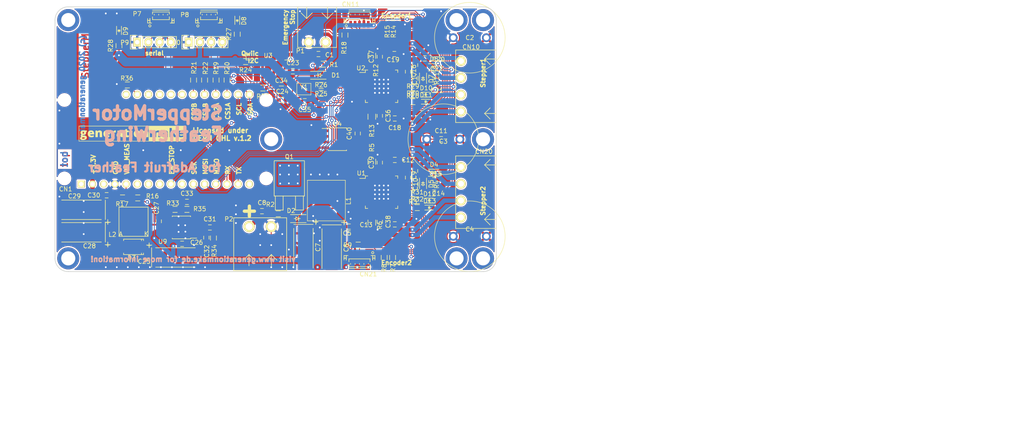
<source format=kicad_pcb>
(kicad_pcb (version 20171130) (host pcbnew 5.1.6-c6e7f7d~86~ubuntu18.04.1)
  (title_block (title StepperPowerMotorFeatherWing) (date 2019-12-31) (rev 1.0) (company generationmake))
  (layers (0 F.Cu signal) (31 B.Cu signal) (34 B.Paste user) (35 F.Paste user) (36 B.SilkS user) (37 F.SilkS user) (38 B.Mask user) (39 F.Mask user) (44 Edge.Cuts user))
  (net 0 "")
  (net 1 GND)
  (net 2 +3V3)
  (net 3 VIN)
  (net 4 /VoltageRegulator/BDS)
  (net 5 /VoltageRegulator/BUO)
  (net 6 /VoltageRegulator/COMP)
  (net 7 "Net-(C31-Pad2)")
  (net 8 /VoltageRegulator/FB)
  (net 9 EM_STOP_D)
  (net 10 VIN_MEAS)
  (net 11 "Net-(D2-Pad2)")
  (net 12 /EN)
  (net 13 EM_STOP)
  (net 14 "Net-(C9-Pad2)")
  (net 15 "Net-(C9-Pad1)")
  (net 16 "Net-(C10-Pad2)")
  (net 17 /MotorDriver2/5VOUT)
  (net 18 "Net-(C16-Pad2)")
  (net 19 "Net-(C16-Pad1)")
  (net 20 "Net-(C17-Pad2)")
  (net 21 /MotorDriver1/5VOUT)
  (net 22 MISO)
  (net 23 MOSI)
  (net 24 SCK)
  (net 25 /MotorDriver2/ENCN)
  (net 26 /MotorDriver2/ENCB)
  (net 27 /MotorDriver2/ENCA)
  (net 28 /MotorDriver1/ENCA)
  (net 29 /MotorDriver1/ENCB)
  (net 30 /MotorDriver1/ENCN)
  (net 31 "Net-(R3-Pad2)")
  (net 32 "Net-(R10-Pad2)")
  (net 33 I2C_SDA)
  (net 34 I2C_SCL)
  (net 35 CS2)
  (net 36 CS1)
  (net 37 /MotorDriver2/OA2)
  (net 38 /MotorDriver2/OB1)
  (net 39 /MotorDriver2/OB2)
  (net 40 /MotorDriver2/OA1)
  (net 41 /MotorDriver1/OA1)
  (net 42 /MotorDriver1/OB2)
  (net 43 /MotorDriver1/OB1)
  (net 44 /MotorDriver1/OA2)
  (net 45 /SER_TX)
  (net 46 /SER_RX)
  (net 47 /CS2B)
  (net 48 /CS1B)
  (net 49 /CS2A)
  (net 50 /CS1A)
  (net 51 /VoltageRegulator/VIN_UNPOL)
  (net 52 /VoltageRegulator/VIN_L)
  (net 53 /MotorDriver2/U2_VCC)
  (net 54 /MotorDriver1/U2_VCC)
  (net 55 +5V)
  (net 56 "Net-(R23-Pad2)")
  (net 57 CLK_16M)
  (net 58 /CLK_16M_R)
  (net 59 /MotorDriver1/BRB)
  (net 60 /MotorDriver1/BRA)
  (net 61 /MotorDriver2/BRB)
  (net 62 /MotorDriver2/BRA)
  (net 63 "Net-(D8-Pad2)")
  (net 64 "Net-(D9-Pad2)")
  (net 65 /MotorDriver1/DIAG1_R)
  (net 66 /MotorDriver1/DIAG1)
  (net 67 /MotorDriver1/DIAG0)
  (net 68 /MotorDriver1/DIAG0_R)
  (net 69 /MotorDriver2/DIAG1)
  (net 70 /MotorDriver2/DIAG1_R)
  (net 71 /MotorDriver2/DIAG0_R)
  (net 72 /MotorDriver2/DIAG0)
  (module MECH_mounting_holes:MHP_3.2_5.0 (layer F.Cu) (at 142 123)
    (fp_text reference MECH7 hide)
    (fp_text value MHP_3.2_5.0)
    (pad 1 thru_hole circle (at 0 0) (size 5 5) (drill 3.2) (layers *.Cu *.Mask))
  )
  (module labels:generationmake_logo (layer F.Cu) (at 68.5 100)
    (fp_text reference G*** hide)
    (fp_text value generationmake_logo hide)
  )
  (module labels:generationmake_small_solder (layer B.Cu) (at 81 85 180)
    (fp_text reference G*** hide)
    (fp_text value generationmake_small_solder hide)
  )
  (module labels:generationmake_small_solder (layer F.Cu) (at 107 102.25)
    (fp_text reference G*** hide)
    (fp_text value generationmake_small_solder hide)
  )
  (module pin_headers:Pin_Header_Straight_1x04 (layer F.Cu) (at 81.3 74 90)
    (fp_text reference P10 (at -0.1 -3.3 180) (layer F.SilkS))
    (fp_text value CONN_01X04)
    (pad 4 thru_hole oval (at 0 7.62 90) (size 2.032 1.7272) (drill 1.016) (layers *.Cu *.Mask F.SilkS) (net 34 I2C_SCL))
    (pad 3 thru_hole oval (at 0 5.08 90) (size 2.032 1.7272) (drill 1.016) (layers *.Cu *.Mask F.SilkS) (net 33 I2C_SDA))
    (pad 2 thru_hole oval (at 0 2.54 90) (size 2.032 1.7272) (drill 1.016) (layers *.Cu *.Mask F.SilkS) (net 2 +3V3))
    (pad 1 thru_hole rect (at 0 0 90) (size 2.032 1.7272) (drill 1.016) (layers *.Cu *.Mask F.SilkS) (net 1 GND))
  )
  (module pin_headers:Pin_Header_Straight_1x04 (layer F.Cu) (at 69.62 74 90)
    (fp_text reference P9 (at -0.1 -2.82 180) (layer F.SilkS))
    (fp_text value CONN_01X04)
    (pad 4 thru_hole oval (at 0 7.62 90) (size 2.032 1.7272) (drill 1.016) (layers *.Cu *.Mask F.SilkS) (net 45 /SER_TX))
    (pad 3 thru_hole oval (at 0 5.08 90) (size 2.032 1.7272) (drill 1.016) (layers *.Cu *.Mask F.SilkS) (net 46 /SER_RX))
    (pad 2 thru_hole oval (at 0 2.54 90) (size 2.032 1.7272) (drill 1.016) (layers *.Cu *.Mask F.SilkS) (net 2 +3V3))
    (pad 1 thru_hole rect (at 0 0 90) (size 2.032 1.7272) (drill 1.016) (layers *.Cu *.Mask F.SilkS) (net 1 GND))
  )
  (module resistors:R_0603 (layer F.Cu) (at 84.9 82.6 270)
    (fp_text reference R22 (at -2.7 -0.2 90) (layer F.SilkS))
    (fp_text value DNI)
    (pad 2 smd rect (at 0.75 0 270) (size 0.5 0.9) (layers F.Cu F.Paste F.Mask) (net 48 /CS1B))
    (pad 1 smd rect (at -0.75 0 270) (size 0.5 0.9) (layers F.Cu F.Paste F.Mask) (net 36 CS1))
  )
  (module resistors:R_0603 (layer F.Cu) (at 87.5 82.6 270)
    (fp_text reference R19 (at -2.7 0 90) (layer F.SilkS))
    (fp_text value 0R)
    (pad 2 smd rect (at 0.75 0 270) (size 0.5 0.9) (layers F.Cu F.Paste F.Mask) (net 49 /CS2A))
    (pad 1 smd rect (at -0.75 0 270) (size 0.5 0.9) (layers F.Cu F.Paste F.Mask) (net 35 CS2))
  )
  (module resistors:R_0603 (layer F.Cu) (at 82.4 82.6 270)
    (fp_text reference R21 (at -2.8 -0.1 90) (layer F.SilkS))
    (fp_text value DNI)
    (pad 2 smd rect (at 0.75 0 270) (size 0.5 0.9) (layers F.Cu F.Paste F.Mask) (net 47 /CS2B))
    (pad 1 smd rect (at -0.75 0 270) (size 0.5 0.9) (layers F.Cu F.Paste F.Mask) (net 35 CS2))
  )
  (module resistors:R_0603 (layer F.Cu) (at 90 82.6 270)
    (fp_text reference R20 (at -2.7 0 90) (layer F.SilkS))
    (fp_text value 0R)
    (pad 2 smd rect (at 0.75 0 270) (size 0.5 0.9) (layers F.Cu F.Paste F.Mask) (net 50 /CS1A))
    (pad 1 smd rect (at -0.75 0 270) (size 0.5 0.9) (layers F.Cu F.Paste F.Mask) (net 36 CS1))
  )
  (module capacitors:C_0603 (layer F.Cu) (at 134.8 77.7)
    (fp_text reference C20 (at 3.1 0.2) (layer F.SilkS))
    (fp_text value 100nF)
    (pad 2 smd rect (at 0.75 0) (size 0.8 0.75) (layers F.Cu F.Paste F.Mask) (net 1 GND))
    (pad 1 smd rect (at -0.75 0) (size 0.8 0.75) (layers F.Cu F.Paste F.Mask) (net 3 VIN))
  )
  (module capacitors:C_0603 (layer F.Cu) (at 136.9 81.4)
    (fp_text reference C22 (at 0.57 -1.428) (layer F.SilkS))
    (fp_text value 100nF)
    (pad 2 smd rect (at 0.75 0) (size 0.8 0.75) (layers F.Cu F.Paste F.Mask) (net 1 GND))
    (pad 1 smd rect (at -0.75 0) (size 0.8 0.75) (layers F.Cu F.Paste F.Mask) (net 54 /MotorDriver1/U2_VCC))
  )
  (module capacitors:C_0603 (layer F.Cu) (at 136.9 83)
    (fp_text reference C21 (at 0.67 1.994) (layer F.SilkS))
    (fp_text value 4.7uF)
    (pad 2 smd rect (at 0.75 0) (size 0.8 0.75) (layers F.Cu F.Paste F.Mask) (net 1 GND))
    (pad 1 smd rect (at -0.75 0) (size 0.8 0.75) (layers F.Cu F.Paste F.Mask) (net 21 /MotorDriver1/5VOUT))
  )
  (module SOT_TO:TO-252-2Lead (layer F.Cu) (at 104.1 110.4)
    (fp_text reference Q1 (at 0 -10.414) (layer F.SilkS))
    (fp_text value "IPD90P03P4L- 04")
    (pad 3 smd rect (at 2.286 0) (size 1.651 3.048) (layers F.Cu F.Paste F.Mask) (net 52 /VoltageRegulator/VIN_L))
    (pad 2 smd rect (at 0 -6.35) (size 6.096 6.096) (layers F.Cu F.Paste F.Mask) (net 51 /VoltageRegulator/VIN_UNPOL))
    (pad 1 smd rect (at -2.286 0) (size 1.651 3.048) (layers F.Cu F.Paste F.Mask) (net 11 "Net-(D2-Pad2)"))
  )
  (module CON_wuerth:WR-TBL_691322310004 (layer F.Cu) (at 143 84 90)
    (fp_text reference CN10 (at 8.9 2.3 180) (layer F.SilkS))
    (fp_text value CONN_01X04 hide)
    (pad 3 thru_hole circle (at 1.905 0 90) (size 2.2 2.2) (drill 1.4) (layers *.Cu *.Mask F.SilkS) (net 44 /MotorDriver1/OA2))
    (pad 2 thru_hole circle (at -1.905 0 90) (size 2.2 2.2) (drill 1.4) (layers *.Cu *.Mask F.SilkS) (net 42 /MotorDriver1/OB2))
    (pad 1 thru_hole circle (at -5.715 0 90) (size 2.2 2.2) (drill 1.4) (layers *.Cu *.Mask F.SilkS) (net 43 /MotorDriver1/OB1))
    (pad 4 thru_hole circle (at 5.715 0 90) (size 2.2 2.2) (drill 1.4) (layers *.Cu *.Mask F.SilkS) (net 41 /MotorDriver1/OA1))
  )
  (module diodes:SOD-123 (layer F.Cu) (at 105.9 114 180)
    (fp_text reference D2 (at 1.4 1.8) (layer F.SilkS))
    (fp_text value MMSZ5240B)
    (pad 2 smd rect (at 1.635 0 180) (size 0.91 1.22) (layers F.Cu F.Paste F.Mask) (net 11 "Net-(D2-Pad2)"))
    (pad 1 smd rect (at -1.635 0 180) (size 0.91 1.22) (layers F.Cu F.Paste F.Mask) (net 52 /VoltageRegulator/VIN_L))
  )
  (module CON_wuerth:WR-TBL_691322310004 (layer F.Cu) (at 143 108 90)
    (fp_text reference CN20 (at 9.2 5.2 180) (layer F.SilkS))
    (fp_text value CONN_01X04 hide)
    (pad 3 thru_hole circle (at 1.905 0 90) (size 2.2 2.2) (drill 1.4) (layers *.Cu *.Mask F.SilkS) (net 37 /MotorDriver2/OA2))
    (pad 2 thru_hole circle (at -1.905 0 90) (size 2.2 2.2) (drill 1.4) (layers *.Cu *.Mask F.SilkS) (net 39 /MotorDriver2/OB2))
    (pad 1 thru_hole circle (at -5.715 0 90) (size 2.2 2.2) (drill 1.4) (layers *.Cu *.Mask F.SilkS) (net 38 /MotorDriver2/OB1))
    (pad 4 thru_hole circle (at 5.715 0 90) (size 2.2 2.2) (drill 1.4) (layers *.Cu *.Mask F.SilkS) (net 40 /MotorDriver2/OA1))
  )
  (module capacitors:C_0603 (layer F.Cu) (at 110.7 76.7 180)
    (fp_text reference C1 (at -2.5 -0.2) (layer F.SilkS))
    (fp_text value 100nF)
    (pad 2 smd rect (at 0.75 0 180) (size 0.8 0.75) (layers F.Cu F.Paste F.Mask) (net 1 GND))
    (pad 1 smd rect (at -0.75 0 180) (size 0.8 0.75) (layers F.Cu F.Paste F.Mask) (net 13 EM_STOP))
  )
  (module capacitors:C_0603 (layer F.Cu) (at 131 80.7 270)
    (fp_text reference C16 (at -0.2 -1.3 90) (layer F.SilkS))
    (fp_text value 22nF/63V)
    (pad 2 smd rect (at 0.75 0 270) (size 0.8 0.75) (layers F.Cu F.Paste F.Mask) (net 18 "Net-(C16-Pad2)"))
    (pad 1 smd rect (at -0.75 0 270) (size 0.8 0.75) (layers F.Cu F.Paste F.Mask) (net 19 "Net-(C16-Pad1)"))
  )
  (module capacitors:C_0603 (layer F.Cu) (at 128 91.3)
    (fp_text reference C18 (at 0 2.1) (layer F.SilkS))
    (fp_text value 100nF)
    (pad 2 smd rect (at 0.75 0) (size 0.8 0.75) (layers F.Cu F.Paste F.Mask) (net 1 GND))
    (pad 1 smd rect (at -0.75 0) (size 0.8 0.75) (layers F.Cu F.Paste F.Mask) (net 3 VIN))
  )
  (module diodes:SOD-123 (layer F.Cu) (at 110.9 81.5)
    (fp_text reference D1 (at 3.7 0) (layer F.SilkS))
    (fp_text value BAT46W)
    (pad 2 smd rect (at 1.635 0) (size 0.91 1.22) (layers F.Cu F.Paste F.Mask) (net 13 EM_STOP))
    (pad 1 smd rect (at -1.635 0) (size 0.91 1.22) (layers F.Cu F.Paste F.Mask) (net 9 EM_STOP_D))
  )
  (module capacitors:C_0603 (layer F.Cu) (at 132.6 79.2 270)
    (fp_text reference C17 (at 3 0.1 90) (layer F.SilkS))
    (fp_text value 100nF)
    (pad 2 smd rect (at 0.75 0 270) (size 0.8 0.75) (layers F.Cu F.Paste F.Mask) (net 20 "Net-(C17-Pad2)"))
    (pad 1 smd rect (at -0.75 0 270) (size 0.8 0.75) (layers F.Cu F.Paste F.Mask) (net 3 VIN))
  )
  (module L_power:WE-LHMI80xx (layer F.Cu) (at 112.5 109.9 90)
    (fp_text reference L1 (at -0.1 5 90) (layer F.SilkS))
    (fp_text value 744373580022)
    (pad 2 smd rect (at 3.62 0 90) (size 2.42 3.7) (layers F.Cu F.Paste F.Mask) (net 52 /VoltageRegulator/VIN_L))
    (pad 1 smd rect (at -3.62 0 90) (size 2.42 3.7) (layers F.Cu F.Paste F.Mask) (net 3 VIN))
  )
  (module resistors:R_0603 (layer F.Cu) (at 132.1 108.3 180)
    (fp_text reference R3 (at 0 -1.9) (layer F.SilkS))
    (fp_text value DNI)
    (pad 2 smd rect (at 0.75 0 180) (size 0.5 0.9) (layers F.Cu F.Paste F.Mask) (net 31 "Net-(R3-Pad2)"))
    (pad 1 smd rect (at -0.75 0 180) (size 0.5 0.9) (layers F.Cu F.Paste F.Mask) (net 17 /MotorDriver2/5VOUT))
  )
  (module resistors:R_0805 (layer F.Cu) (at 122.8 101.1 270)
    (fp_text reference R5 (at -3.2 0 90) (layer F.SilkS))
    (fp_text value 0R12)
    (pad 2 smd rect (at 0.95 0 270) (size 0.7 1.3) (layers F.Cu F.Paste F.Mask) (net 62 /MotorDriver2/BRA))
    (pad 1 smd rect (at -0.95 0 270) (size 0.7 1.3) (layers F.Cu F.Paste F.Mask) (net 1 GND))
  )
  (module resistors:R_0805 (layer F.Cu) (at 122.8 114.9 90)
    (fp_text reference R6 (at -0.6 1.8 90) (layer F.SilkS))
    (fp_text value 0R12)
    (pad 2 smd rect (at 0.95 0 90) (size 0.7 1.3) (layers F.Cu F.Paste F.Mask) (net 61 /MotorDriver2/BRB))
    (pad 1 smd rect (at -0.95 0 90) (size 0.7 1.3) (layers F.Cu F.Paste F.Mask) (net 1 GND))
  )
  (module resistors:R_0603 (layer F.Cu) (at 132.6 106.2 270)
    (fp_text reference R4 (at 0.052 -4.9 90) (layer F.SilkS))
    (fp_text value DNI)
    (pad 2 smd rect (at 0.75 0 270) (size 0.5 0.9) (layers F.Cu F.Paste F.Mask) (net 17 /MotorDriver2/5VOUT))
    (pad 1 smd rect (at -0.75 0 270) (size 0.5 0.9) (layers F.Cu F.Paste F.Mask) (net 53 /MotorDriver2/U2_VCC))
  )
  (module CON_wuerth:WR-TBL_691313710002 (layer F.Cu) (at 97.5 115.8)
    (fp_text reference P2 (at -7.1 -1.7) (layer F.SilkS))
    (fp_text value WR-TBL_691313710002 hide)
    (pad 2 thru_hole circle (at 2.5 0) (size 2.5 2.5) (drill 1.6) (layers *.Cu *.Mask F.SilkS) (net 1 GND))
    (pad 1 thru_hole circle (at -2.5 0) (size 2.5 2.5) (drill 1.6) (layers *.Cu *.Mask F.SilkS) (net 51 /VoltageRegulator/VIN_UNPOL))
  )
  (module resistors:R_0603 (layer F.Cu) (at 101.6 112.9 180)
    (fp_text reference R2 (at 1.8 2.1) (layer F.SilkS))
    (fp_text value 10k)
    (pad 2 smd rect (at 0.75 0 180) (size 0.5 0.9) (layers F.Cu F.Paste F.Mask) (net 1 GND))
    (pad 1 smd rect (at -0.75 0 180) (size 0.5 0.9) (layers F.Cu F.Paste F.Mask) (net 11 "Net-(D2-Pad2)"))
  )
  (module resistors:R_0603 (layer F.Cu) (at 127.5 122.8 270)
    (fp_text reference R7 (at 2.4 -0.1 90) (layer F.SilkS))
    (fp_text value 10K)
    (pad 2 smd rect (at 0.75 0 270) (size 0.5 0.9) (layers F.Cu F.Paste F.Mask) (net 1 GND))
    (pad 1 smd rect (at -0.75 0 270) (size 0.5 0.9) (layers F.Cu F.Paste F.Mask) (net 27 /MotorDriver2/ENCA))
  )
  (module resistors:R_0603 (layer F.Cu) (at 125.6 122.8 270)
    (fp_text reference R8 (at 2.4 0 90) (layer F.SilkS))
    (fp_text value 10K)
    (pad 2 smd rect (at 0.75 0 270) (size 0.5 0.9) (layers F.Cu F.Paste F.Mask) (net 1 GND))
    (pad 1 smd rect (at -0.75 0 270) (size 0.5 0.9) (layers F.Cu F.Paste F.Mask) (net 26 /MotorDriver2/ENCB))
  )
  (module capacitors:C_0603 (layer F.Cu) (at 127.9 76.7)
    (fp_text reference C19 (at -0.3 1.3) (layer F.SilkS))
    (fp_text value 100nF)
    (pad 2 smd rect (at 0.75 0) (size 0.8 0.75) (layers F.Cu F.Paste F.Mask) (net 1 GND))
    (pad 1 smd rect (at -0.75 0) (size 0.8 0.75) (layers F.Cu F.Paste F.Mask) (net 3 VIN))
  )
  (module resistors:R_0603 (layer F.Cu) (at 128.5 68.7 270)
    (fp_text reference R14 (at 2.9 0.8 90) (layer F.SilkS))
    (fp_text value 10K)
    (pad 2 smd rect (at 0.75 0 270) (size 0.5 0.9) (layers F.Cu F.Paste F.Mask) (net 1 GND))
    (pad 1 smd rect (at -0.75 0 270) (size 0.5 0.9) (layers F.Cu F.Paste F.Mask) (net 28 /MotorDriver1/ENCA))
  )
  (module resistors:R_0603 (layer F.Cu) (at 126.7 68.7 270)
    (fp_text reference R15 (at 2.9 0.4 90) (layer F.SilkS))
    (fp_text value 10K)
    (pad 2 smd rect (at 0.75 0 270) (size 0.5 0.9) (layers F.Cu F.Paste F.Mask) (net 1 GND))
    (pad 1 smd rect (at -0.75 0 270) (size 0.5 0.9) (layers F.Cu F.Paste F.Mask) (net 29 /MotorDriver1/ENCB))
  )
  (module resistors:R_0603 (layer F.Cu) (at 119.7 120 180)
    (fp_text reference R9 (at 2.4 0) (layer F.SilkS))
    (fp_text value 10K)
    (pad 2 smd rect (at 0.75 0 180) (size 0.5 0.9) (layers F.Cu F.Paste F.Mask) (net 1 GND))
    (pad 1 smd rect (at -0.75 0 180) (size 0.5 0.9) (layers F.Cu F.Paste F.Mask) (net 25 /MotorDriver2/ENCN))
  )
  (module resistors:R_0603 (layer F.Cu) (at 132.1 84.3 180)
    (fp_text reference R10 (at 0 -1.9) (layer F.SilkS))
    (fp_text value DNI)
    (pad 2 smd rect (at 0.75 0 180) (size 0.5 0.9) (layers F.Cu F.Paste F.Mask) (net 32 "Net-(R10-Pad2)"))
    (pad 1 smd rect (at -0.75 0 180) (size 0.5 0.9) (layers F.Cu F.Paste F.Mask) (net 21 /MotorDriver1/5VOUT))
  )
  (module capacitors:C_0603 (layer F.Cu) (at 136.9 106.9)
    (fp_text reference C14 (at 1 1.39) (layer F.SilkS))
    (fp_text value 4.7uF)
    (pad 2 smd rect (at 0.75 0) (size 0.8 0.75) (layers F.Cu F.Paste F.Mask) (net 1 GND))
    (pad 1 smd rect (at -0.75 0) (size 0.8 0.75) (layers F.Cu F.Paste F.Mask) (net 17 /MotorDriver2/5VOUT))
  )
  (module CON_wuerth:WR-TBL_691322310002 (layer F.Cu) (at 110.4 74 180)
    (fp_text reference P1 (at 3.8 -2) (layer F.SilkS))
    (fp_text value WR-TBL_691322310002 hide)
    (pad 2 thru_hole circle (at 1.905 0 180) (size 2.2 2.2) (drill 1.4) (layers *.Cu *.Mask F.SilkS) (net 1 GND))
    (pad 1 thru_hole circle (at -1.905 0 180) (size 2.2 2.2) (drill 1.4) (layers *.Cu *.Mask F.SilkS) (net 13 EM_STOP))
  )
  (module capacitors:C_0603 (layer F.Cu) (at 128 115.3)
    (fp_text reference C13 (at -6.5 0.1) (layer F.SilkS))
    (fp_text value 100nF)
    (pad 2 smd rect (at 0.75 0) (size 0.8 0.75) (layers F.Cu F.Paste F.Mask) (net 1 GND))
    (pad 1 smd rect (at -0.75 0) (size 0.8 0.75) (layers F.Cu F.Paste F.Mask) (net 3 VIN))
  )
  (module QFP:TQFP-48-1EP_7x7mm_Pitch0.5mm (layer F.Cu) (at 125 84)
    (fp_text reference U2 (at -4.675 -4.125) (layer F.SilkS))
    (fp_text value TMC5130A-TA)
    (pad 49 smd rect (at -0.875 -0.875) (size 1.75 1.75) (layers F.Cu F.Paste F.Mask) (net 1 GND))
    (pad 49 smd rect (at -0.875 0.875) (size 1.75 1.75) (layers F.Cu F.Paste F.Mask) (net 1 GND))
    (pad 49 smd rect (at 0.875 -0.875) (size 1.75 1.75) (layers F.Cu F.Paste F.Mask) (net 1 GND))
    (pad 49 smd rect (at 0.875 0.875) (size 1.75 1.75) (layers F.Cu F.Paste F.Mask) (net 1 GND))
    (pad 48 smd rect (at -2.75 -4.2 90) (size 1.5 0.3) (layers F.Cu F.Paste F.Mask) (net 1 GND))
    (pad 47 smd rect (at -2.25 -4.2 90) (size 1.5 0.3) (layers F.Cu F.Paste F.Mask))
    (pad 46 smd rect (at -1.75 -4.2 90) (size 1.5 0.3) (layers F.Cu F.Paste F.Mask) (net 41 /MotorDriver1/OA1))
    (pad 45 smd rect (at -1.25 -4.2 90) (size 1.5 0.3) (layers F.Cu F.Paste F.Mask))
    (pad 44 smd rect (at -0.75 -4.2 90) (size 1.5 0.3) (layers F.Cu F.Paste F.Mask) (net 60 /MotorDriver1/BRA))
    (pad 43 smd rect (at -0.25 -4.2 90) (size 1.5 0.3) (layers F.Cu F.Paste F.Mask))
    (pad 42 smd rect (at 0.25 -4.2 90) (size 1.5 0.3) (layers F.Cu F.Paste F.Mask) (net 44 /MotorDriver1/OA2))
    (pad 41 smd rect (at 0.75 -4.2 90) (size 1.5 0.3) (layers F.Cu F.Paste F.Mask))
    (pad 40 smd rect (at 1.25 -4.2 90) (size 1.5 0.3) (layers F.Cu F.Paste F.Mask) (net 3 VIN))
    (pad 39 smd rect (at 1.75 -4.2 90) (size 1.5 0.3) (layers F.Cu F.Paste F.Mask) (net 3 VIN))
    (pad 38 smd rect (at 2.25 -4.2 90) (size 1.5 0.3) (layers F.Cu F.Paste F.Mask) (net 20 "Net-(C17-Pad2)"))
    (pad 37 smd rect (at 2.75 -4.2 90) (size 1.5 0.3) (layers F.Cu F.Paste F.Mask) (net 19 "Net-(C16-Pad1)"))
    (pad 36 smd rect (at 4.2 -2.75) (size 1.5 0.3) (layers F.Cu F.Paste F.Mask) (net 1 GND))
    (pad 35 smd rect (at 4.2 -2.25) (size 1.5 0.3) (layers F.Cu F.Paste F.Mask) (net 18 "Net-(C16-Pad2)"))
    (pad 34 smd rect (at 4.2 -1.75) (size 1.5 0.3) (layers F.Cu F.Paste F.Mask) (net 54 /MotorDriver1/U2_VCC))
    (pad 33 smd rect (at 4.2 -1.25) (size 1.5 0.3) (layers F.Cu F.Paste F.Mask) (net 21 /MotorDriver1/5VOUT))
    (pad 32 smd rect (at 4.2 -0.75) (size 1.5 0.3) (layers F.Cu F.Paste F.Mask) (net 1 GND))
    (pad 31 smd rect (at 4.2 -0.25) (size 1.5 0.3) (layers F.Cu F.Paste F.Mask) (net 1 GND))
    (pad 30 smd rect (at 4.2 0.25) (size 1.5 0.3) (layers F.Cu F.Paste F.Mask) (net 32 "Net-(R10-Pad2)"))
    (pad 29 smd rect (at 4.2 0.75) (size 1.5 0.3) (layers F.Cu F.Paste F.Mask) (net 13 EM_STOP))
    (pad 28 smd rect (at 4.2 1.25) (size 1.5 0.3) (layers F.Cu F.Paste F.Mask) (net 1 GND))
    (pad 27 smd rect (at 4.2 1.75) (size 1.5 0.3) (layers F.Cu F.Paste F.Mask) (net 66 /MotorDriver1/DIAG1))
    (pad 26 smd rect (at 4.2 2.25) (size 1.5 0.3) (layers F.Cu F.Paste F.Mask) (net 67 /MotorDriver1/DIAG0))
    (pad 25 smd rect (at 4.2 2.75) (size 1.5 0.3) (layers F.Cu F.Paste F.Mask) (net 28 /MotorDriver1/ENCA))
    (pad 24 smd rect (at 2.75 4.2 90) (size 1.5 0.3) (layers F.Cu F.Paste F.Mask) (net 29 /MotorDriver1/ENCB))
    (pad 23 smd rect (at 2.25 4.2 90) (size 1.5 0.3) (layers F.Cu F.Paste F.Mask) (net 30 /MotorDriver1/ENCN))
    (pad 22 smd rect (at 1.75 4.2 90) (size 1.5 0.3) (layers F.Cu F.Paste F.Mask))
    (pad 21 smd rect (at 1.25 4.2 90) (size 1.5 0.3) (layers F.Cu F.Paste F.Mask) (net 3 VIN))
    (pad 20 smd rect (at 0.75 4.2 90) (size 1.5 0.3) (layers F.Cu F.Paste F.Mask))
    (pad 19 smd rect (at 0.25 4.2 90) (size 1.5 0.3) (layers F.Cu F.Paste F.Mask) (net 42 /MotorDriver1/OB2))
    (pad 18 smd rect (at -0.25 4.2 90) (size 1.5 0.3) (layers F.Cu F.Paste F.Mask))
    (pad 17 smd rect (at -0.75 4.2 90) (size 1.5 0.3) (layers F.Cu F.Paste F.Mask) (net 59 /MotorDriver1/BRB))
    (pad 16 smd rect (at -1.25 4.2 90) (size 1.5 0.3) (layers F.Cu F.Paste F.Mask))
    (pad 15 smd rect (at -1.75 4.2 90) (size 1.5 0.3) (layers F.Cu F.Paste F.Mask) (net 43 /MotorDriver1/OB1))
    (pad 14 smd rect (at -2.25 4.2 90) (size 1.5 0.3) (layers F.Cu F.Paste F.Mask))
    (pad 13 smd rect (at -2.75 4.2 90) (size 1.5 0.3) (layers F.Cu F.Paste F.Mask) (net 1 GND))
    (pad 12 smd rect (at -4.2 2.75) (size 1.5 0.3) (layers F.Cu F.Paste F.Mask))
    (pad 11 smd rect (at -4.2 2.25) (size 1.5 0.3) (layers F.Cu F.Paste F.Mask) (net 1 GND))
    (pad 10 smd rect (at -4.2 1.75) (size 1.5 0.3) (layers F.Cu F.Paste F.Mask) (net 2 +3V3))
    (pad 9 smd rect (at -4.2 1.25) (size 1.5 0.3) (layers F.Cu F.Paste F.Mask))
    (pad 8 smd rect (at -4.2 0.75) (size 1.5 0.3) (layers F.Cu F.Paste F.Mask))
    (pad 7 smd rect (at -4.2 0.25) (size 1.5 0.3) (layers F.Cu F.Paste F.Mask) (net 22 MISO))
    (pad 6 smd rect (at -4.2 -0.25) (size 1.5 0.3) (layers F.Cu F.Paste F.Mask) (net 1 GND))
    (pad 5 smd rect (at -4.2 -0.75) (size 1.5 0.3) (layers F.Cu F.Paste F.Mask) (net 23 MOSI))
    (pad 4 smd rect (at -4.2 -1.25) (size 1.5 0.3) (layers F.Cu F.Paste F.Mask) (net 24 SCK))
    (pad 3 smd rect (at -4.2 -1.75) (size 1.5 0.3) (layers F.Cu F.Paste F.Mask) (net 36 CS1))
    (pad 2 smd rect (at -4.2 -2.25) (size 1.5 0.3) (layers F.Cu F.Paste F.Mask) (net 57 CLK_16M))
    (pad 1 smd rect (at -4.2 -2.75) (size 1.5 0.3) (layers F.Cu F.Paste F.Mask) (net 1 GND))
  )
  (module resistors:R_0603 (layer F.Cu) (at 116.7 72.4 270)
    (fp_text reference R18 (at 2.9 0.2 90) (layer F.SilkS))
    (fp_text value 10K)
    (pad 2 smd rect (at 0.75 0 270) (size 0.5 0.9) (layers F.Cu F.Paste F.Mask) (net 1 GND))
    (pad 1 smd rect (at -0.75 0 270) (size 0.5 0.9) (layers F.Cu F.Paste F.Mask) (net 30 /MotorDriver1/ENCN))
  )
  (module QFP:TQFP-48-1EP_7x7mm_Pitch0.5mm (layer F.Cu) (at 125 108)
    (fp_text reference U1 (at -4.6 -4.3) (layer F.SilkS))
    (fp_text value TMC5130A-TA)
    (pad 49 smd rect (at -0.875 -0.875) (size 1.75 1.75) (layers F.Cu F.Paste F.Mask) (net 1 GND))
    (pad 49 smd rect (at -0.875 0.875) (size 1.75 1.75) (layers F.Cu F.Paste F.Mask) (net 1 GND))
    (pad 49 smd rect (at 0.875 -0.875) (size 1.75 1.75) (layers F.Cu F.Paste F.Mask) (net 1 GND))
    (pad 49 smd rect (at 0.875 0.875) (size 1.75 1.75) (layers F.Cu F.Paste F.Mask) (net 1 GND))
    (pad 48 smd rect (at -2.75 -4.2 90) (size 1.5 0.3) (layers F.Cu F.Paste F.Mask) (net 1 GND))
    (pad 47 smd rect (at -2.25 -4.2 90) (size 1.5 0.3) (layers F.Cu F.Paste F.Mask))
    (pad 46 smd rect (at -1.75 -4.2 90) (size 1.5 0.3) (layers F.Cu F.Paste F.Mask) (net 40 /MotorDriver2/OA1))
    (pad 45 smd rect (at -1.25 -4.2 90) (size 1.5 0.3) (layers F.Cu F.Paste F.Mask))
    (pad 44 smd rect (at -0.75 -4.2 90) (size 1.5 0.3) (layers F.Cu F.Paste F.Mask) (net 62 /MotorDriver2/BRA))
    (pad 43 smd rect (at -0.25 -4.2 90) (size 1.5 0.3) (layers F.Cu F.Paste F.Mask))
    (pad 42 smd rect (at 0.25 -4.2 90) (size 1.5 0.3) (layers F.Cu F.Paste F.Mask) (net 37 /MotorDriver2/OA2))
    (pad 41 smd rect (at 0.75 -4.2 90) (size 1.5 0.3) (layers F.Cu F.Paste F.Mask))
    (pad 40 smd rect (at 1.25 -4.2 90) (size 1.5 0.3) (layers F.Cu F.Paste F.Mask) (net 3 VIN))
    (pad 39 smd rect (at 1.75 -4.2 90) (size 1.5 0.3) (layers F.Cu F.Paste F.Mask) (net 3 VIN))
    (pad 38 smd rect (at 2.25 -4.2 90) (size 1.5 0.3) (layers F.Cu F.Paste F.Mask) (net 16 "Net-(C10-Pad2)"))
    (pad 37 smd rect (at 2.75 -4.2 90) (size 1.5 0.3) (layers F.Cu F.Paste F.Mask) (net 15 "Net-(C9-Pad1)"))
    (pad 36 smd rect (at 4.2 -2.75) (size 1.5 0.3) (layers F.Cu F.Paste F.Mask) (net 1 GND))
    (pad 35 smd rect (at 4.2 -2.25) (size 1.5 0.3) (layers F.Cu F.Paste F.Mask) (net 14 "Net-(C9-Pad2)"))
    (pad 34 smd rect (at 4.2 -1.75) (size 1.5 0.3) (layers F.Cu F.Paste F.Mask) (net 53 /MotorDriver2/U2_VCC))
    (pad 33 smd rect (at 4.2 -1.25) (size 1.5 0.3) (layers F.Cu F.Paste F.Mask) (net 17 /MotorDriver2/5VOUT))
    (pad 32 smd rect (at 4.2 -0.75) (size 1.5 0.3) (layers F.Cu F.Paste F.Mask) (net 1 GND))
    (pad 31 smd rect (at 4.2 -0.25) (size 1.5 0.3) (layers F.Cu F.Paste F.Mask) (net 1 GND))
    (pad 30 smd rect (at 4.2 0.25) (size 1.5 0.3) (layers F.Cu F.Paste F.Mask) (net 31 "Net-(R3-Pad2)"))
    (pad 29 smd rect (at 4.2 0.75) (size 1.5 0.3) (layers F.Cu F.Paste F.Mask) (net 13 EM_STOP))
    (pad 28 smd rect (at 4.2 1.25) (size 1.5 0.3) (layers F.Cu F.Paste F.Mask) (net 1 GND))
    (pad 27 smd rect (at 4.2 1.75) (size 1.5 0.3) (layers F.Cu F.Paste F.Mask) (net 69 /MotorDriver2/DIAG1))
    (pad 26 smd rect (at 4.2 2.25) (size 1.5 0.3) (layers F.Cu F.Paste F.Mask) (net 72 /MotorDriver2/DIAG0))
    (pad 25 smd rect (at 4.2 2.75) (size 1.5 0.3) (layers F.Cu F.Paste F.Mask) (net 27 /MotorDriver2/ENCA))
    (pad 24 smd rect (at 2.75 4.2 90) (size 1.5 0.3) (layers F.Cu F.Paste F.Mask) (net 26 /MotorDriver2/ENCB))
    (pad 23 smd rect (at 2.25 4.2 90) (size 1.5 0.3) (layers F.Cu F.Paste F.Mask) (net 25 /MotorDriver2/ENCN))
    (pad 22 smd rect (at 1.75 4.2 90) (size 1.5 0.3) (layers F.Cu F.Paste F.Mask))
    (pad 21 smd rect (at 1.25 4.2 90) (size 1.5 0.3) (layers F.Cu F.Paste F.Mask) (net 3 VIN))
    (pad 20 smd rect (at 0.75 4.2 90) (size 1.5 0.3) (layers F.Cu F.Paste F.Mask))
    (pad 19 smd rect (at 0.25 4.2 90) (size 1.5 0.3) (layers F.Cu F.Paste F.Mask) (net 39 /MotorDriver2/OB2))
    (pad 18 smd rect (at -0.25 4.2 90) (size 1.5 0.3) (layers F.Cu F.Paste F.Mask))
    (pad 17 smd rect (at -0.75 4.2 90) (size 1.5 0.3) (layers F.Cu F.Paste F.Mask) (net 61 /MotorDriver2/BRB))
    (pad 16 smd rect (at -1.25 4.2 90) (size 1.5 0.3) (layers F.Cu F.Paste F.Mask))
    (pad 15 smd rect (at -1.75 4.2 90) (size 1.5 0.3) (layers F.Cu F.Paste F.Mask) (net 38 /MotorDriver2/OB1))
    (pad 14 smd rect (at -2.25 4.2 90) (size 1.5 0.3) (layers F.Cu F.Paste F.Mask))
    (pad 13 smd rect (at -2.75 4.2 90) (size 1.5 0.3) (layers F.Cu F.Paste F.Mask) (net 1 GND))
    (pad 12 smd rect (at -4.2 2.75) (size 1.5 0.3) (layers F.Cu F.Paste F.Mask))
    (pad 11 smd rect (at -4.2 2.25) (size 1.5 0.3) (layers F.Cu F.Paste F.Mask) (net 1 GND))
    (pad 10 smd rect (at -4.2 1.75) (size 1.5 0.3) (layers F.Cu F.Paste F.Mask) (net 2 +3V3))
    (pad 9 smd rect (at -4.2 1.25) (size 1.5 0.3) (layers F.Cu F.Paste F.Mask))
    (pad 8 smd rect (at -4.2 0.75) (size 1.5 0.3) (layers F.Cu F.Paste F.Mask))
    (pad 7 smd rect (at -4.2 0.25) (size 1.5 0.3) (layers F.Cu F.Paste F.Mask) (net 22 MISO))
    (pad 6 smd rect (at -4.2 -0.25) (size 1.5 0.3) (layers F.Cu F.Paste F.Mask) (net 1 GND))
    (pad 5 smd rect (at -4.2 -0.75) (size 1.5 0.3) (layers F.Cu F.Paste F.Mask) (net 23 MOSI))
    (pad 4 smd rect (at -4.2 -1.25) (size 1.5 0.3) (layers F.Cu F.Paste F.Mask) (net 24 SCK))
    (pad 3 smd rect (at -4.2 -1.75) (size 1.5 0.3) (layers F.Cu F.Paste F.Mask) (net 35 CS2))
    (pad 2 smd rect (at -4.2 -2.25) (size 1.5 0.3) (layers F.Cu F.Paste F.Mask) (net 57 CLK_16M))
    (pad 1 smd rect (at -4.2 -2.75) (size 1.5 0.3) (layers F.Cu F.Paste F.Mask) (net 1 GND))
  )
  (module capacitors:C_0603 (layer F.Cu) (at 136.9 105.3)
    (fp_text reference C15 (at 0.4 -1.486) (layer F.SilkS))
    (fp_text value 100nF)
    (pad 2 smd rect (at 0.75 0) (size 0.8 0.75) (layers F.Cu F.Paste F.Mask) (net 1 GND))
    (pad 1 smd rect (at -0.75 0) (size 0.8 0.75) (layers F.Cu F.Paste F.Mask) (net 53 /MotorDriver2/U2_VCC))
  )
  (module resistors:R_0603 (layer F.Cu) (at 132.6 82.2 270)
    (fp_text reference R11 (at 0 -4.91 90) (layer F.SilkS))
    (fp_text value DNI)
    (pad 2 smd rect (at 0.75 0 270) (size 0.5 0.9) (layers F.Cu F.Paste F.Mask) (net 21 /MotorDriver1/5VOUT))
    (pad 1 smd rect (at -0.75 0 270) (size 0.5 0.9) (layers F.Cu F.Paste F.Mask) (net 54 /MotorDriver1/U2_VCC))
  )
  (module resistors:R_0805 (layer F.Cu) (at 122.8 77.1 270)
    (fp_text reference R12 (at 3.3 -0.9 90) (layer F.SilkS))
    (fp_text value 0R12)
    (pad 2 smd rect (at 0.95 0 270) (size 0.7 1.3) (layers F.Cu F.Paste F.Mask) (net 60 /MotorDriver1/BRA))
    (pad 1 smd rect (at -0.95 0 270) (size 0.7 1.3) (layers F.Cu F.Paste F.Mask) (net 1 GND))
  )
  (module resistors:R_0805 (layer F.Cu) (at 122.8 90.9 90)
    (fp_text reference R13 (at -3.2 0 90) (layer F.SilkS))
    (fp_text value 0R12)
    (pad 2 smd rect (at 0.95 0 90) (size 0.7 1.3) (layers F.Cu F.Paste F.Mask) (net 59 /MotorDriver1/BRB))
    (pad 1 smd rect (at -0.95 0 90) (size 0.7 1.3) (layers F.Cu F.Paste F.Mask) (net 1 GND))
  )
  (module capacitors:C_0603 (layer F.Cu) (at 131 104.7 270)
    (fp_text reference C9 (at -0.554 -1.372 90) (layer F.SilkS))
    (fp_text value 22nF/63V)
    (pad 2 smd rect (at 0.75 0 270) (size 0.8 0.75) (layers F.Cu F.Paste F.Mask) (net 14 "Net-(C9-Pad2)"))
    (pad 1 smd rect (at -0.75 0 270) (size 0.8 0.75) (layers F.Cu F.Paste F.Mask) (net 15 "Net-(C9-Pad1)"))
  )
  (module capacitors:C_0603 (layer F.Cu) (at 132.6 103.2 270)
    (fp_text reference C10 (at 3 -0.1 90) (layer F.SilkS))
    (fp_text value 100nF)
    (pad 2 smd rect (at 0.75 0 270) (size 0.8 0.75) (layers F.Cu F.Paste F.Mask) (net 16 "Net-(C10-Pad2)"))
    (pad 1 smd rect (at -0.75 0 270) (size 0.8 0.75) (layers F.Cu F.Paste F.Mask) (net 3 VIN))
  )
  (module capacitors:C_0603 (layer F.Cu) (at 128 100.7)
    (fp_text reference C12 (at 3 0) (layer F.SilkS))
    (fp_text value 100nF)
    (pad 2 smd rect (at 0.75 0) (size 0.8 0.75) (layers F.Cu F.Paste F.Mask) (net 1 GND))
    (pad 1 smd rect (at -0.75 0) (size 0.8 0.75) (layers F.Cu F.Paste F.Mask) (net 3 VIN))
  )
  (module capacitors:C_elec_THT_16x25_RM7.5 (layer F.Cu) (at 145 118)
    (fp_text reference C4 (at 0 -1.6) (layer F.SilkS))
    (fp_text value 1000uF/50V)
    (pad 2 thru_hole circle (at 3.75 0) (size 2 2) (drill 1.2) (layers *.Cu *.Mask) (net 1 GND))
    (pad 1 thru_hole circle (at -3.75 0) (size 2 2) (drill 1.2) (layers *.Cu *.Mask) (net 3 VIN))
  )
  (module capacitors:C_0603 (layer F.Cu) (at 97.9 112.3)
    (fp_text reference C8 (at 0 -1.9) (layer F.SilkS))
    (fp_text value 100nF)
    (pad 2 smd rect (at 0.75 0) (size 0.8 0.75) (layers F.Cu F.Paste F.Mask) (net 1 GND))
    (pad 1 smd rect (at -0.75 0) (size 0.8 0.75) (layers F.Cu F.Paste F.Mask) (net 51 /VoltageRegulator/VIN_UNPOL))
  )
  (module capacitors:C_0603 (layer F.Cu) (at 117.6 115.8)
    (fp_text reference C5 (at -0.4 1.5) (layer F.SilkS))
    (fp_text value 100nF)
    (pad 2 smd rect (at 0.75 0) (size 0.8 0.75) (layers F.Cu F.Paste F.Mask) (net 1 GND))
    (pad 1 smd rect (at -0.75 0) (size 0.8 0.75) (layers F.Cu F.Paste F.Mask) (net 3 VIN))
  )
  (module capacitors:TantalC_SizeD_EIA-7343_Wave (layer F.Cu) (at 113.7 120.8 270)
    (fp_text reference C6 (at -0.20066 -3.29946 90) (layer F.SilkS))
    (fp_text value 47uF/50V)
    (fp_text user + (at -5.95376 -2.79908 90) (layer F.SilkS))
    (pad 1 smd rect (at -3.37566 0 270) (size 2.94894 2.70002) (layers F.Cu F.Paste F.Mask) (net 3 VIN))
    (pad 2 smd rect (at 3.37566 0 270) (size 2.94894 2.70002) (layers F.Cu F.Paste F.Mask) (net 1 GND))
  )
  (module capacitors:C_elec_THT_16x25_RM7.5 (layer F.Cu) (at 145 73)
    (fp_text reference C2 (at 0 0) (layer F.SilkS))
    (fp_text value 1000uF/50V)
    (pad 2 thru_hole circle (at 3.75 0) (size 2 2) (drill 1.2) (layers *.Cu *.Mask) (net 1 GND))
    (pad 1 thru_hole circle (at -3.75 0) (size 2 2) (drill 1.2) (layers *.Cu *.Mask) (net 3 VIN))
  )
  (module capacitors:C_elec_THT_16x25_RM7.5 (layer F.Cu) (at 139 96)
    (fp_text reference C3 (at 0 0.5) (layer F.SilkS))
    (fp_text value 1000uF/50V)
    (pad 2 thru_hole circle (at 3.75 0) (size 2 2) (drill 1.2) (layers *.Cu *.Mask) (net 1 GND))
    (pad 1 thru_hole circle (at -3.75 0) (size 2 2) (drill 1.2) (layers *.Cu *.Mask) (net 3 VIN))
  )
  (module capacitors:TantalC_SizeD_EIA-7343_Wave (layer F.Cu) (at 107.3 120.7 270)
    (fp_text reference C7 (at -0.20066 -3.29946 90) (layer F.SilkS))
    (fp_text value 47uF/50V)
    (fp_text user + (at -5.95376 -2.79908 90) (layer F.SilkS))
    (pad 1 smd rect (at -3.37566 0 270) (size 2.94894 2.70002) (layers F.Cu F.Paste F.Mask) (net 3 VIN))
    (pad 2 smd rect (at 3.37566 0 270) (size 2.94894 2.70002) (layers F.Cu F.Paste F.Mask) (net 1 GND))
  )
  (module capacitors:C_0603 (layer F.Cu) (at 138.5 96)
    (fp_text reference C11 (at 0 -1.9) (layer F.SilkS))
    (fp_text value 100nF)
    (pad 2 smd rect (at 0.75 0) (size 0.8 0.75) (layers F.Cu F.Paste F.Mask) (net 1 GND))
    (pad 1 smd rect (at -0.75 0) (size 0.8 0.75) (layers F.Cu F.Paste F.Mask) (net 3 VIN))
  )
  (module resistors:R_0603 (layer F.Cu) (at 111.8 79)
    (fp_text reference R1 (at 2.4 0.1) (layer F.SilkS))
    (fp_text value 1k)
    (pad 2 smd rect (at 0.75 0) (size 0.5 0.9) (layers F.Cu F.Paste F.Mask) (net 13 EM_STOP))
    (pad 1 smd rect (at -0.75 0) (size 0.5 0.9) (layers F.Cu F.Paste F.Mask) (net 2 +3V3))
  )
  (module SOIC:SOIC-8-1EP_3.9x4.9mm_Pitch1.27mm (layer F.Cu) (at 79.644999 115.994999 180)
    (fp_text reference U9 (at 4.244999 -3.205001) (layer F.SilkS))
    (fp_text value IFX91041EJV)
    (pad 9 smd rect (at -0.5875 -0.5875 180) (size 1.175 1.175) (layers F.Cu F.Paste F.Mask) (net 1 GND))
    (pad 9 smd rect (at -0.5875 0.5875 180) (size 1.175 1.175) (layers F.Cu F.Paste F.Mask) (net 1 GND))
    (pad 9 smd rect (at 0.5875 -0.5875 180) (size 1.175 1.175) (layers F.Cu F.Paste F.Mask) (net 1 GND))
    (pad 9 smd rect (at 0.5875 0.5875 180) (size 1.175 1.175) (layers F.Cu F.Paste F.Mask) (net 1 GND))
    (pad 8 smd rect (at 2.7 -1.905 180) (size 1.55 0.6) (layers F.Cu F.Paste F.Mask) (net 3 VIN))
    (pad 7 smd rect (at 2.7 -0.635 180) (size 1.55 0.6) (layers F.Cu F.Paste F.Mask) (net 3 VIN))
    (pad 6 smd rect (at 2.7 0.635 180) (size 1.55 0.6) (layers F.Cu F.Paste F.Mask) (net 5 /VoltageRegulator/BUO))
    (pad 5 smd rect (at 2.7 1.905 180) (size 1.55 0.6) (layers F.Cu F.Paste F.Mask) (net 4 /VoltageRegulator/BDS))
    (pad 4 smd rect (at -2.7 1.905 180) (size 1.55 0.6) (layers F.Cu F.Paste F.Mask) (net 8 /VoltageRegulator/FB))
    (pad 3 smd rect (at -2.7 0.635 180) (size 1.55 0.6) (layers F.Cu F.Paste F.Mask) (net 6 /VoltageRegulator/COMP))
    (pad 2 smd rect (at -2.7 -0.635 180) (size 1.55 0.6) (layers F.Cu F.Paste F.Mask) (net 1 GND))
    (pad 1 smd rect (at -2.7 -1.905 180) (size 1.55 0.6) (layers F.Cu F.Paste F.Mask) (net 1 GND))
  )
  (module MODULE_compute:ADAFRUIT_FEATHER_HOLES (layer F.Cu) (at 76 96)
    (fp_text reference CN1 (at -22.6 11.3) (layer F.SilkS))
    (fp_text value ADAFRUIT_FEATHER)
    (pad "" np_thru_hole circle (at -22.86 -8.89) (size 2.54 2.54) (drill 2.54) (layers *.Cu *.Mask))
    (pad "" np_thru_hole circle (at -22.86 8.89) (size 2.54 2.54) (drill 2.54) (layers *.Cu *.Mask))
    (pad "" np_thru_hole circle (at 22.86 -8.89) (size 2.54 2.54) (drill 2.54) (layers *.Cu *.Mask))
    (pad 16 thru_hole circle (at 19.05 10.16) (size 1.6 1.6) (drill 1) (layers *.Cu *.Mask F.SilkS))
    (pad 2 thru_hole circle (at -16.51 10.16) (size 1.6 1.6) (drill 1) (layers *.Cu *.Mask F.SilkS) (net 2 +3V3))
    (pad "" np_thru_hole circle (at 22.86 8.89) (size 2.54 2.54) (drill 2.54) (layers *.Cu *.Mask))
    (pad 1 thru_hole rect (at -19.05 10.16) (size 1.6 1.6) (drill 1) (layers *.Cu *.Mask F.SilkS))
    (pad 3 thru_hole circle (at -13.97 10.16) (size 1.6 1.6) (drill 1) (layers *.Cu *.Mask F.SilkS))
    (pad 4 thru_hole circle (at -11.43 10.16) (size 1.6 1.6) (drill 1) (layers *.Cu *.Mask F.SilkS) (net 1 GND))
    (pad 5 thru_hole circle (at -8.89 10.16) (size 1.6 1.6) (drill 1) (layers *.Cu *.Mask F.SilkS) (net 10 VIN_MEAS))
    (pad 6 thru_hole circle (at -6.35 10.16) (size 1.6 1.6) (drill 1) (layers *.Cu *.Mask F.SilkS))
    (pad 7 thru_hole circle (at -3.81 10.16) (size 1.6 1.6) (drill 1) (layers *.Cu *.Mask F.SilkS))
    (pad 8 thru_hole circle (at -1.27 10.16) (size 1.6 1.6) (drill 1) (layers *.Cu *.Mask F.SilkS))
    (pad 9 thru_hole circle (at 1.27 10.16) (size 1.6 1.6) (drill 1) (layers *.Cu *.Mask F.SilkS) (net 9 EM_STOP_D))
    (pad 10 thru_hole circle (at 3.81 10.16) (size 1.6 1.6) (drill 1) (layers *.Cu *.Mask F.SilkS))
    (pad 11 thru_hole circle (at 6.35 10.16) (size 1.6 1.6) (drill 1) (layers *.Cu *.Mask F.SilkS) (net 24 SCK))
    (pad 12 thru_hole circle (at 8.89 10.16) (size 1.6 1.6) (drill 1) (layers *.Cu *.Mask F.SilkS) (net 23 MOSI))
    (pad 13 thru_hole circle (at 11.43 10.16) (size 1.6 1.6) (drill 1) (layers *.Cu *.Mask F.SilkS) (net 22 MISO))
    (pad 14 thru_hole circle (at 13.97 10.16) (size 1.6 1.6) (drill 1) (layers *.Cu *.Mask F.SilkS) (net 46 /SER_RX))
    (pad 15 thru_hole circle (at 16.51 10.16) (size 1.6 1.6) (drill 1) (layers *.Cu *.Mask F.SilkS) (net 45 /SER_TX))
    (pad 18 thru_hole circle (at 16.51 -10.16) (size 1.6 1.6) (drill 1) (layers *.Cu *.Mask F.SilkS) (net 34 I2C_SCL))
    (pad 19 thru_hole circle (at 13.97 -10.16) (size 1.6 1.6) (drill 1) (layers *.Cu *.Mask F.SilkS) (net 50 /CS1A))
    (pad 20 thru_hole circle (at 11.43 -10.16) (size 1.6 1.6) (drill 1) (layers *.Cu *.Mask F.SilkS) (net 49 /CS2A))
    (pad 21 thru_hole circle (at 8.89 -10.16) (size 1.6 1.6) (drill 1) (layers *.Cu *.Mask F.SilkS) (net 48 /CS1B))
    (pad 22 thru_hole circle (at 6.35 -10.16) (size 1.6 1.6) (drill 1) (layers *.Cu *.Mask F.SilkS) (net 47 /CS2B))
    (pad 23 thru_hole circle (at 3.81 -10.16) (size 1.6 1.6) (drill 1) (layers *.Cu *.Mask F.SilkS))
    (pad 24 thru_hole circle (at 1.27 -10.16) (size 1.6 1.6) (drill 1) (layers *.Cu *.Mask F.SilkS))
    (pad 25 thru_hole circle (at -1.27 -10.16) (size 1.6 1.6) (drill 1) (layers *.Cu *.Mask F.SilkS))
    (pad 26 thru_hole circle (at -3.81 -10.16) (size 1.6 1.6) (drill 1) (layers *.Cu *.Mask F.SilkS))
    (pad 27 thru_hole circle (at -6.35 -10.16) (size 1.6 1.6) (drill 1) (layers *.Cu *.Mask F.SilkS) (net 12 /EN))
    (pad 28 thru_hole circle (at -8.89 -10.16) (size 1.6 1.6) (drill 1) (layers *.Cu *.Mask F.SilkS))
    (pad 17 thru_hole circle (at 19.05 -10.16) (size 1.6 1.6) (drill 1) (layers *.Cu *.Mask F.SilkS) (net 33 I2C_SDA))
  )
  (module capacitors:TantalC_SizeD_EIA-7343_Wave (layer F.Cu) (at 78.3 122.8)
    (fp_text reference C25 (at -7.1 0.9) (layer F.SilkS))
    (fp_text value 47uF/50V)
    (fp_text user + (at -5.95376 -2.79908) (layer F.SilkS))
    (pad 1 smd rect (at -3.37566 0) (size 2.94894 2.70002) (layers F.Cu F.Paste F.Mask) (net 3 VIN))
    (pad 2 smd rect (at 3.37566 0) (size 2.94894 2.70002) (layers F.Cu F.Paste F.Mask) (net 1 GND))
  )
  (module capacitors:C_0603 (layer F.Cu) (at 79.8 119.7)
    (fp_text reference C26 (at 3.3 -0.3) (layer F.SilkS))
    (fp_text value 100nF)
    (pad 2 smd rect (at 0.75 0) (size 0.8 0.75) (layers F.Cu F.Paste F.Mask) (net 1 GND))
    (pad 1 smd rect (at -0.75 0) (size 0.8 0.75) (layers F.Cu F.Paste F.Mask) (net 3 VIN))
  )
  (module capacitors:C_0603 (layer F.Cu) (at 74.5 114.6 270)
    (fp_text reference C27 (at -3 0.5 90) (layer F.SilkS))
    (fp_text value 220nF)
    (pad 2 smd rect (at 0.75 0 270) (size 0.8 0.75) (layers F.Cu F.Paste F.Mask) (net 5 /VoltageRegulator/BUO))
    (pad 1 smd rect (at -0.75 0 270) (size 0.8 0.75) (layers F.Cu F.Paste F.Mask) (net 4 /VoltageRegulator/BDS))
  )
  (module capacitors:TantalC_SizeD_EIA-7343_Wave (layer F.Cu) (at 57 117.1 180)
    (fp_text reference C28 (at -1.8 -3.1) (layer F.SilkS))
    (fp_text value 220uF/6V3)
    (fp_text user + (at -5.95376 -2.79908) (layer F.SilkS))
    (pad 1 smd rect (at -3.37566 0 180) (size 2.94894 2.70002) (layers F.Cu F.Paste F.Mask) (net 2 +3V3))
    (pad 2 smd rect (at 3.37566 0 180) (size 2.94894 2.70002) (layers F.Cu F.Paste F.Mask) (net 1 GND))
  )
  (module capacitors:TantalC_SizeD_EIA-7343_Wave (layer F.Cu) (at 57 112 180)
    (fp_text reference C29 (at 1.6 3.1) (layer F.SilkS))
    (fp_text value 220uF/6V3)
    (fp_text user + (at -5.95376 -2.79908) (layer F.SilkS))
    (pad 1 smd rect (at -3.37566 0 180) (size 2.94894 2.70002) (layers F.Cu F.Paste F.Mask) (net 2 +3V3))
    (pad 2 smd rect (at 3.37566 0 180) (size 2.94894 2.70002) (layers F.Cu F.Paste F.Mask) (net 1 GND))
  )
  (module capacitors:C_0603 (layer F.Cu) (at 62.7 108.7)
    (fp_text reference C30 (at -2.9 0) (layer F.SilkS))
    (fp_text value 100nF)
    (pad 2 smd rect (at 0.75 0) (size 0.8 0.75) (layers F.Cu F.Paste F.Mask) (net 1 GND))
    (pad 1 smd rect (at -0.75 0) (size 0.8 0.75) (layers F.Cu F.Paste F.Mask) (net 2 +3V3))
  )
  (module capacitors:C_0603 (layer F.Cu) (at 86.1 116)
    (fp_text reference C31 (at 0 -1.9) (layer F.SilkS))
    (fp_text value 22nF)
    (pad 2 smd rect (at 0.75 0) (size 0.8 0.75) (layers F.Cu F.Paste F.Mask) (net 7 "Net-(C31-Pad2)"))
    (pad 1 smd rect (at -0.75 0) (size 0.8 0.75) (layers F.Cu F.Paste F.Mask) (net 6 /VoltageRegulator/COMP))
  )
  (module capacitors:C_0603 (layer F.Cu) (at 85.3 118.3 270)
    (fp_text reference C32 (at 3.1 -0.1 90) (layer F.SilkS))
    (fp_text value DNI)
    (pad 2 smd rect (at 0.75 0 270) (size 0.8 0.75) (layers F.Cu F.Paste F.Mask) (net 1 GND))
    (pad 1 smd rect (at -0.75 0 270) (size 0.8 0.75) (layers F.Cu F.Paste F.Mask) (net 6 /VoltageRegulator/COMP))
  )
  (module capacitors:C_0603 (layer F.Cu) (at 80.9 110.2)
    (fp_text reference C33 (at 0 -1.9) (layer F.SilkS))
    (fp_text value 470pF)
    (pad 2 smd rect (at 0.75 0) (size 0.8 0.75) (layers F.Cu F.Paste F.Mask) (net 1 GND))
    (pad 1 smd rect (at -0.75 0) (size 0.8 0.75) (layers F.Cu F.Paste F.Mask) (net 8 /VoltageRegulator/FB))
  )
  (module L_power:WE-LHMI70xx (layer F.Cu) (at 68.8 114.7 180)
    (fp_text reference L2 (at 4.8 -2.9) (layer F.SilkS))
    (fp_text value 74437346220)
    (pad 2 smd rect (at 2.725 0 180) (size 2.95 3.5) (layers F.Cu F.Paste F.Mask) (net 2 +3V3))
    (pad 1 smd rect (at -2.725 0 180) (size 2.95 3.5) (layers F.Cu F.Paste F.Mask) (net 5 /VoltageRegulator/BUO))
  )
  (module resistors:R_0603 (layer F.Cu) (at 69.75 109.3)
    (fp_text reference R16 (at 3.35 -0.4) (layer F.SilkS))
    (fp_text value 150k)
    (pad 2 smd rect (at 0.75 0) (size 0.5 0.9) (layers F.Cu F.Paste F.Mask) (net 3 VIN))
    (pad 1 smd rect (at -0.75 0) (size 0.5 0.9) (layers F.Cu F.Paste F.Mask) (net 10 VIN_MEAS))
  )
  (module resistors:R_0603 (layer F.Cu) (at 66.3 109.3)
    (fp_text reference R17 (at -0.1 1.4) (layer F.SilkS))
    (fp_text value 10k)
    (pad 2 smd rect (at 0.75 0) (size 0.5 0.9) (layers F.Cu F.Paste F.Mask) (net 10 VIN_MEAS))
    (pad 1 smd rect (at -0.75 0) (size 0.5 0.9) (layers F.Cu F.Paste F.Mask) (net 1 GND))
  )
  (module resistors:R_0603 (layer F.Cu) (at 78.2 111.9)
    (fp_text reference R33 (at -0.5 -1.4) (layer F.SilkS))
    (fp_text value 10k)
    (pad 2 smd rect (at 0.75 0) (size 0.5 0.9) (layers F.Cu F.Paste F.Mask) (net 8 /VoltageRegulator/FB))
    (pad 1 smd rect (at -0.75 0) (size 0.5 0.9) (layers F.Cu F.Paste F.Mask) (net 2 +3V3))
  )
  (module resistors:R_0603 (layer F.Cu) (at 86.9 118.4 270)
    (fp_text reference R34 (at 2.9 -0.2 90) (layer F.SilkS))
    (fp_text value 22k)
    (pad 2 smd rect (at 0.75 0 270) (size 0.5 0.9) (layers F.Cu F.Paste F.Mask) (net 1 GND))
    (pad 1 smd rect (at -0.75 0 270) (size 0.5 0.9) (layers F.Cu F.Paste F.Mask) (net 7 "Net-(C31-Pad2)"))
  )
  (module resistors:R_0603 (layer F.Cu) (at 80.9 111.9)
    (fp_text reference R35 (at 2.9 -0.1) (layer F.SilkS))
    (fp_text value 2k2)
    (pad 2 smd rect (at 0.75 0) (size 0.5 0.9) (layers F.Cu F.Paste F.Mask) (net 1 GND))
    (pad 1 smd rect (at -0.75 0) (size 0.5 0.9) (layers F.Cu F.Paste F.Mask) (net 8 /VoltageRegulator/FB))
  )
  (module diodes:SMA_Standard (layer F.Cu) (at 68.79898 120.4 180)
    (fp_text reference D3 (at 0.39898 -2.5) (layer F.SilkS))
    (fp_text value SSA34)
    (fp_text user A (at 2.9 2.9) (layer F.SilkS))
    (fp_text user K (at -2.9 2.95) (layer F.SilkS))
    (pad 2 smd rect (at 1.99898 0 180) (size 2.49936 1.80086) (layers F.Cu F.Paste F.Mask) (net 1 GND))
    (pad 1 smd rect (at -1.99898 0 180) (size 2.49936 1.80086) (layers F.Cu F.Paste F.Mask) (net 5 /VoltageRegulator/BUO))
  )
  (module resistors:R_0603 (layer F.Cu) (at 67.4 83.7 180)
    (fp_text reference R36 (at 0.1 1.5) (layer F.SilkS))
    (fp_text value DNI)
    (pad 2 smd rect (at 0.75 0 180) (size 0.5 0.9) (layers F.Cu F.Paste F.Mask) (net 1 GND))
    (pad 1 smd rect (at -0.75 0 180) (size 0.5 0.9) (layers F.Cu F.Paste F.Mask) (net 12 /EN))
  )
  (module connectors_JST_SH:Connectors_JST_BM04B-SRSS-TB (layer F.Cu) (at 75 68.725001)
    (fp_text reference P7 (at -5.4 -1.125001) (layer F.SilkS))
    (fp_text value CONN_01X04)
    (pad "" smd rect (at 2.8 -1.2625) (size 1.2 1.8) (layers F.Cu F.Paste F.Mask))
    (pad "" smd rect (at -2.8 -1.2625) (size 1.2 1.8) (layers F.Cu F.Paste F.Mask))
    (pad 4 smd rect (at 1.5 1.2625) (size 0.6 1.55) (layers F.Cu F.Paste F.Mask) (net 45 /SER_TX))
    (pad 3 smd rect (at 0.5 1.2625) (size 0.6 1.55) (layers F.Cu F.Paste F.Mask) (net 46 /SER_RX))
    (pad 2 smd rect (at -0.5 1.2625) (size 0.6 1.55) (layers F.Cu F.Paste F.Mask) (net 2 +3V3))
    (pad 1 smd rect (at -1.5 1.2625) (size 0.6 1.55) (layers F.Cu F.Paste F.Mask) (net 1 GND))
  )
  (module connectors_JST_SH:Connectors_JST_BM04B-SRSS-TB (layer F.Cu) (at 85.875001 68.725001)
    (fp_text reference P8 (at -5.475001 -0.925001) (layer F.SilkS))
    (fp_text value CONN_01X04)
    (pad "" smd rect (at 2.8 -1.2625) (size 1.2 1.8) (layers F.Cu F.Paste F.Mask))
    (pad "" smd rect (at -2.8 -1.2625) (size 1.2 1.8) (layers F.Cu F.Paste F.Mask))
    (pad 4 smd rect (at 1.5 1.2625) (size 0.6 1.55) (layers F.Cu F.Paste F.Mask) (net 34 I2C_SCL))
    (pad 3 smd rect (at 0.5 1.2625) (size 0.6 1.55) (layers F.Cu F.Paste F.Mask) (net 33 I2C_SDA))
    (pad 2 smd rect (at -0.5 1.2625) (size 0.6 1.55) (layers F.Cu F.Paste F.Mask) (net 2 +3V3))
    (pad 1 smd rect (at -1.5 1.2625) (size 0.6 1.55) (layers F.Cu F.Paste F.Mask) (net 1 GND))
  )
  (module MECH_mounting_holes:MHP_3.2_5.0 (layer F.Cu) (at 54 69)
    (fp_text reference MECH1 hide)
    (fp_text value MHP_3.2_5.0)
    (pad 1 thru_hole circle (at 0 0) (size 5 5) (drill 3.2) (layers *.Cu *.Mask))
  )
  (module MECH_mounting_holes:MHP_3.2_5.0 (layer F.Cu) (at 54 123)
    (fp_text reference MECH2 hide)
    (fp_text value MHP_3.2_5.0)
    (pad 1 thru_hole circle (at 0 0) (size 5 5) (drill 3.2) (layers *.Cu *.Mask))
  )
  (module MECH_mounting_holes:MHP_3.2_5.0 (layer F.Cu) (at 148 69)
    (fp_text reference MECH3 hide)
    (fp_text value MHP_3.2_5.0)
    (pad 1 thru_hole circle (at 0 0) (size 5 5) (drill 3.2) (layers *.Cu *.Mask))
  )
  (module MECH_mounting_holes:MHP_3.2_5.0 (layer F.Cu) (at 148 123)
    (fp_text reference MECH4 hide)
    (fp_text value MHP_3.2_5.0)
    (pad 1 thru_hole circle (at 0 0) (size 5 5) (drill 3.2) (layers *.Cu *.Mask))
  )
  (module MECH_mounting_holes:MHP_3.2_5.0 (layer F.Cu) (at 100 96)
    (fp_text reference MECH5 hide)
    (fp_text value MHP_3.2_5.0)
    (pad 1 thru_hole circle (at 0 0) (size 5 5) (drill 3.2) (layers *.Cu *.Mask))
  )
  (module MECH_mounting_holes:MHP_3.2_5.0 (layer F.Cu) (at 142 69)
    (fp_text reference MECH6 hide)
    (fp_text value MHP_3.2_5.0)
    (pad 1 thru_hole circle (at 0 0) (size 5 5) (drill 3.2) (layers *.Cu *.Mask))
  )
  (module MECH_mounting_holes:MHP_3.2_5.0 (layer F.Cu) (at 148 96)
    (fp_text reference MECH8 hide)
    (fp_text value MHP_3.2_5.0)
    (pad 1 thru_hole circle (at 0 0) (size 5 5) (drill 3.2) (layers *.Cu *.Mask))
  )
  (module capacitors:C_0603 (layer F.Cu) (at 104.9 80.6)
    (fp_text reference C23 (at 0 -1.9) (layer F.SilkS))
    (fp_text value 100nF)
    (pad 2 smd rect (at 0.75 0) (size 0.8 0.75) (layers F.Cu F.Paste F.Mask) (net 1 GND))
    (pad 1 smd rect (at -0.75 0) (size 0.8 0.75) (layers F.Cu F.Paste F.Mask) (net 3 VIN))
  )
  (module capacitors:C_0603 (layer F.Cu) (at 102.5 87.1)
    (fp_text reference C24 (at 0 -1.9) (layer F.SilkS))
    (fp_text value 100nF)
    (pad 1 smd rect (at -0.75 0) (size 0.8 0.75) (layers F.Cu F.Paste F.Mask) (net 55 +5V))
    (pad 2 smd rect (at 0.75 0) (size 0.8 0.75) (layers F.Cu F.Paste F.Mask) (net 1 GND))
  )
  (module capacitors:C_0805 (layer F.Cu) (at 102.3 84.8)
    (fp_text reference C34 (at 0 -2.1) (layer F.SilkS))
    (fp_text value 10uF)
    (pad 1 smd rect (at -1 0) (size 1 1.25) (layers F.Cu F.Paste F.Mask) (net 55 +5V))
    (pad 2 smd rect (at 1 0) (size 1 1.25) (layers F.Cu F.Paste F.Mask) (net 1 GND))
  )
  (module diodes:SOD-323 (layer F.Cu) (at 136.9 103.6)
    (fp_text reference D4 (at 0 -1.85) (layer F.SilkS))
    (fp_text value BAT54HT1G)
    (pad 2 smd rect (at 1.055 0) (size 0.59 0.45) (layers F.Cu F.Paste F.Mask) (net 55 +5V))
    (pad 1 smd rect (at -1.055 0) (size 0.59 0.45) (layers F.Cu F.Paste F.Mask) (net 53 /MotorDriver2/U2_VCC))
  )
  (module diodes:SOD-323 (layer F.Cu) (at 134.4 106.1 270)
    (fp_text reference D5 (at 0 -1.85 90) (layer F.SilkS))
    (fp_text value BAS16HT3G)
    (pad 1 smd rect (at -1.055 0 270) (size 0.59 0.45) (layers F.Cu F.Paste F.Mask) (net 53 /MotorDriver2/U2_VCC))
    (pad 2 smd rect (at 1.055 0 270) (size 0.59 0.45) (layers F.Cu F.Paste F.Mask) (net 17 /MotorDriver2/5VOUT))
  )
  (module diodes:SOD-323 (layer F.Cu) (at 136.9 79.7)
    (fp_text reference D6 (at 0 -1.85) (layer F.SilkS))
    (fp_text value BAT54HT1G)
    (pad 2 smd rect (at 1.055 0) (size 0.59 0.45) (layers F.Cu F.Paste F.Mask) (net 55 +5V))
    (pad 1 smd rect (at -1.055 0) (size 0.59 0.45) (layers F.Cu F.Paste F.Mask) (net 54 /MotorDriver1/U2_VCC))
  )
  (module diodes:SOD-323 (layer F.Cu) (at 134.4 82.3 270)
    (fp_text reference D7 (at 0 -1.85 90) (layer F.SilkS))
    (fp_text value BAS16HT3G)
    (pad 1 smd rect (at -1.055 0 270) (size 0.59 0.45) (layers F.Cu F.Paste F.Mask) (net 54 /MotorDriver1/U2_VCC))
    (pad 2 smd rect (at 1.055 0 270) (size 0.59 0.45) (layers F.Cu F.Paste F.Mask) (net 21 /MotorDriver1/5VOUT))
  )
  (module resistors:R_0603 (layer F.Cu) (at 98.1 84.4 180)
    (fp_text reference R23 (at 0 -1.9) (layer F.SilkS))
    (fp_text value 121)
    (pad 1 smd rect (at -0.75 0 180) (size 0.5 0.9) (layers F.Cu F.Paste F.Mask) (net 55 +5V))
    (pad 2 smd rect (at 0.75 0 180) (size 0.5 0.9) (layers F.Cu F.Paste F.Mask) (net 56 "Net-(R23-Pad2)"))
  )
  (module resistors:R_0603 (layer F.Cu) (at 94.2 78.4 180)
    (fp_text reference R24 (at 0 -1.9) (layer F.SilkS))
    (fp_text value 360)
    (pad 2 smd rect (at 0.75 0 180) (size 0.5 0.9) (layers F.Cu F.Paste F.Mask) (net 1 GND))
    (pad 1 smd rect (at -0.75 0 180) (size 0.5 0.9) (layers F.Cu F.Paste F.Mask) (net 56 "Net-(R23-Pad2)"))
  )
  (module SOT_TO:TO-263-3Lead (layer F.Cu) (at 99.3 80.55 90)
    (fp_text reference U3 (at 3.5 0) (layer F.SilkS))
    (fp_text value LT1085)
    (pad 2 smd rect (at 0 0 90) (size 4.6 1.39) (layers F.Cu F.Paste F.Mask) (net 55 +5V))
    (pad 4 smd rect (at 9.15 0 90) (size 9.4 10.8) (layers F.Cu F.Paste F.Mask) (net 55 +5V))
    (pad 3 smd rect (at 0 2.54 90) (size 4.6 1.39) (layers F.Cu F.Paste F.Mask) (net 3 VIN))
    (pad 1 smd rect (at 0 -2.54 90) (size 4.6 1.39) (layers F.Cu F.Paste F.Mask) (net 56 "Net-(R23-Pad2)"))
  )
  (module capacitors:C_0603 (layer F.Cu) (at 107.6 87.4 180)
    (fp_text reference C35 (at 0 -1.9) (layer F.SilkS))
    (fp_text value 100nF)
    (pad 1 smd rect (at -0.75 0 180) (size 0.8 0.75) (layers F.Cu F.Paste F.Mask) (net 1 GND))
    (pad 2 smd rect (at 0.75 0 180) (size 0.8 0.75) (layers F.Cu F.Paste F.Mask) (net 2 +3V3))
  )
  (module resistors:R_0603 (layer F.Cu) (at 111.3 83.8 180)
    (fp_text reference R25 (at 0 -1.9) (layer F.SilkS))
    (fp_text value 33R)
    (pad 1 smd rect (at -0.75 0 180) (size 0.5 0.9) (layers F.Cu F.Paste F.Mask) (net 57 CLK_16M))
    (pad 2 smd rect (at 0.75 0 180) (size 0.5 0.9) (layers F.Cu F.Paste F.Mask) (net 58 /CLK_16M_R))
  )
  (module resistors:R_0603 (layer F.Cu) (at 111.3 85.6)
    (fp_text reference R26 (at 0 -1.9) (layer F.SilkS))
    (fp_text value DNI)
    (pad 2 smd rect (at 0.75 0) (size 0.5 0.9) (layers F.Cu F.Paste F.Mask) (net 57 CLK_16M))
    (pad 1 smd rect (at -0.75 0) (size 0.5 0.9) (layers F.Cu F.Paste F.Mask) (net 1 GND))
  )
  (module crystals:Crystal_SMD_3.2x2.5mm_4Pad (layer F.Cu) (at 107.4 84.65 180)
    (fp_text reference Y1 (at 0 0.5) (layer F.SilkS))
    (fp_text value oscillator)
    (pad 4 smd rect (at 1.15 0.9 180) (size 1.3 1.1) (layers F.Cu F.Paste F.Mask) (net 2 +3V3))
    (pad 1 smd rect (at 1.15 -0.9 180) (size 1.3 1.1) (layers F.Cu F.Paste F.Mask))
    (pad 2 smd rect (at -1.15 -0.9 180) (size 1.3 1.1) (layers F.Cu F.Paste F.Mask) (net 1 GND))
    (pad 3 smd rect (at -1.15 0.9 180) (size 1.3 1.1) (layers F.Cu F.Paste F.Mask) (net 58 /CLK_16M_R))
  )
  (module capacitors:C_0603 (layer F.Cu) (at 124.6 90.7 270)
    (fp_text reference C36 (at 0 -1.9 90) (layer F.SilkS))
    (fp_text value 100nF)
    (pad 1 smd rect (at -0.75 0 270) (size 0.8 0.75) (layers F.Cu F.Paste F.Mask) (net 59 /MotorDriver1/BRB))
    (pad 2 smd rect (at 0.75 0 270) (size 0.8 0.75) (layers F.Cu F.Paste F.Mask) (net 1 GND))
  )
  (module capacitors:C_0603 (layer F.Cu) (at 124.6 77.3 90)
    (fp_text reference C37 (at 0 -1.9 90) (layer F.SilkS))
    (fp_text value 100nF)
    (pad 2 smd rect (at 0.75 0 90) (size 0.8 0.75) (layers F.Cu F.Paste F.Mask) (net 1 GND))
    (pad 1 smd rect (at -0.75 0 90) (size 0.8 0.75) (layers F.Cu F.Paste F.Mask) (net 60 /MotorDriver1/BRA))
  )
  (module capacitors:C_0603 (layer F.Cu) (at 124.6 114.7 270)
    (fp_text reference C38 (at 0 -1.9 90) (layer F.SilkS))
    (fp_text value 100nF)
    (pad 2 smd rect (at 0.75 0 270) (size 0.8 0.75) (layers F.Cu F.Paste F.Mask) (net 1 GND))
    (pad 1 smd rect (at -0.75 0 270) (size 0.8 0.75) (layers F.Cu F.Paste F.Mask) (net 61 /MotorDriver2/BRB))
  )
  (module capacitors:C_0603 (layer F.Cu) (at 124.6 101.3 90)
    (fp_text reference C39 (at 0 -1.9 90) (layer F.SilkS))
    (fp_text value 100nF)
    (pad 1 smd rect (at -0.75 0 90) (size 0.8 0.75) (layers F.Cu F.Paste F.Mask) (net 62 /MotorDriver2/BRA))
    (pad 2 smd rect (at 0.75 0 90) (size 0.8 0.75) (layers F.Cu F.Paste F.Mask) (net 1 GND))
  )
  (module resistors:R_0603 (layer F.Cu) (at 92.3 72.2 90)
    (fp_text reference R27 (at 0 -1.9 90) (layer F.SilkS))
    (fp_text value 2k2)
    (pad 2 smd rect (at 0.75 0 90) (size 0.5 0.9) (layers F.Cu F.Paste F.Mask) (net 63 "Net-(D8-Pad2)"))
    (pad 1 smd rect (at -0.75 0 90) (size 0.5 0.9) (layers F.Cu F.Paste F.Mask) (net 55 +5V))
  )
  (module resistors:R_0603 (layer F.Cu) (at 65.5 74.8 90)
    (fp_text reference R28 (at 0 -1.9 90) (layer F.SilkS))
    (fp_text value 2k2)
    (pad 1 smd rect (at -0.75 0 90) (size 0.5 0.9) (layers F.Cu F.Paste F.Mask) (net 2 +3V3))
    (pad 2 smd rect (at 0.75 0 90) (size 0.5 0.9) (layers F.Cu F.Paste F.Mask) (net 64 "Net-(D9-Pad2)"))
  )
  (module resistors:R_0603 (layer F.Cu) (at 132.1 85.9)
    (fp_text reference R29 (at 0 -1.9) (layer F.SilkS))
    (fp_text value 2k2)
    (pad 2 smd rect (at 0.75 0) (size 0.5 0.9) (layers F.Cu F.Paste F.Mask) (net 65 /MotorDriver1/DIAG1_R))
    (pad 1 smd rect (at -0.75 0) (size 0.5 0.9) (layers F.Cu F.Paste F.Mask) (net 66 /MotorDriver1/DIAG1))
  )
  (module resistors:R_0603 (layer F.Cu) (at 132.1 87.5)
    (fp_text reference R30 (at 0 -1.9) (layer F.SilkS))
    (fp_text value 2k2)
    (pad 1 smd rect (at -0.75 0) (size 0.5 0.9) (layers F.Cu F.Paste F.Mask) (net 67 /MotorDriver1/DIAG0))
    (pad 2 smd rect (at 0.75 0) (size 0.5 0.9) (layers F.Cu F.Paste F.Mask) (net 68 /MotorDriver1/DIAG0_R))
  )
  (module resistors:R_0603 (layer F.Cu) (at 133.1 109.9)
    (fp_text reference R31 (at 0 -1.9) (layer F.SilkS))
    (fp_text value 2k2)
    (pad 1 smd rect (at -0.75 0) (size 0.5 0.9) (layers F.Cu F.Paste F.Mask) (net 69 /MotorDriver2/DIAG1))
    (pad 2 smd rect (at 0.75 0) (size 0.5 0.9) (layers F.Cu F.Paste F.Mask) (net 70 /MotorDriver2/DIAG1_R))
  )
  (module resistors:R_0603 (layer F.Cu) (at 133.1 111.5)
    (fp_text reference R32 (at 0 -1.9) (layer F.SilkS))
    (fp_text value 2k2)
    (pad 2 smd rect (at 0.75 0) (size 0.5 0.9) (layers F.Cu F.Paste F.Mask) (net 71 /MotorDriver2/DIAG0_R))
    (pad 1 smd rect (at -0.75 0) (size 0.5 0.9) (layers F.Cu F.Paste F.Mask) (net 72 /MotorDriver2/DIAG0))
  )
  (module LEDs:LED_0603 (layer F.Cu) (at 92.3 69.2 270)
    (fp_text reference D8 (at 0 -1.5 90) (layer F.SilkS))
    (fp_text value Led_Small)
    (pad 1 smd rect (at -0.7493 0 90) (size 0.79756 0.79756) (layers F.Cu F.Paste F.Mask) (net 1 GND))
    (pad 2 smd rect (at 0.7493 0 90) (size 0.79756 0.79756) (layers F.Cu F.Paste F.Mask) (net 63 "Net-(D8-Pad2)"))
  )
  (module LEDs:LED_0603 (layer F.Cu) (at 65.5 71.5 270)
    (fp_text reference D9 (at 0 -1.5 90) (layer F.SilkS))
    (fp_text value Led_Small)
    (pad 2 smd rect (at 0.7493 0 90) (size 0.79756 0.79756) (layers F.Cu F.Paste F.Mask) (net 64 "Net-(D9-Pad2)"))
    (pad 1 smd rect (at -0.7493 0 90) (size 0.79756 0.79756) (layers F.Cu F.Paste F.Mask) (net 1 GND))
  )
  (module LEDs:LED_0603 (layer F.Cu) (at 135.1 85.9)
    (fp_text reference D10 (at 0 -1.5) (layer F.SilkS))
    (fp_text value Led_Small)
    (pad 2 smd rect (at 0.7493 0 180) (size 0.79756 0.79756) (layers F.Cu F.Paste F.Mask) (net 2 +3V3))
    (pad 1 smd rect (at -0.7493 0 180) (size 0.79756 0.79756) (layers F.Cu F.Paste F.Mask) (net 65 /MotorDriver1/DIAG1_R))
  )
  (module LEDs:LED_0603 (layer F.Cu) (at 135.1 87.5)
    (fp_text reference D11 (at 0 -1.5) (layer F.SilkS))
    (fp_text value Led_Small)
    (pad 1 smd rect (at -0.7493 0 180) (size 0.79756 0.79756) (layers F.Cu F.Paste F.Mask) (net 68 /MotorDriver1/DIAG0_R))
    (pad 2 smd rect (at 0.7493 0 180) (size 0.79756 0.79756) (layers F.Cu F.Paste F.Mask) (net 2 +3V3))
  )
  (module LEDs:LED_0603 (layer F.Cu) (at 135.9 109.9)
    (fp_text reference D12 (at 0 -1.5) (layer F.SilkS))
    (fp_text value Led_Small)
    (pad 2 smd rect (at 0.7493 0 180) (size 0.79756 0.79756) (layers F.Cu F.Paste F.Mask) (net 2 +3V3))
    (pad 1 smd rect (at -0.7493 0 180) (size 0.79756 0.79756) (layers F.Cu F.Paste F.Mask) (net 70 /MotorDriver2/DIAG1_R))
  )
  (module LEDs:LED_0603 (layer F.Cu) (at 135.9 111.5)
    (fp_text reference D13 (at 0 -1.5) (layer F.SilkS))
    (fp_text value Led_Small)
    (pad 1 smd rect (at -0.7493 0 180) (size 0.79756 0.79756) (layers F.Cu F.Paste F.Mask) (net 71 /MotorDriver2/DIAG0_R))
    (pad 2 smd rect (at 0.7493 0 180) (size 0.79756 0.79756) (layers F.Cu F.Paste F.Mask) (net 2 +3V3))
  )
  (module capacitors:C_0603 (layer F.Cu) (at 119.6 94.7 90)
    (fp_text reference C40 (at 0 -1.9 90) (layer F.SilkS))
    (fp_text value 100nF)
    (pad 1 smd rect (at -0.75 0 90) (size 0.8 0.75) (layers F.Cu F.Paste F.Mask) (net 1 GND))
    (pad 2 smd rect (at 0.75 0 90) (size 0.8 0.75) (layers F.Cu F.Paste F.Mask) (net 2 +3V3))
  )
  (module connectors_JST_SH:Connectors_JST_BM05B-SRSS-TB (layer F.Cu) (at 120 68.7)
    (fp_text reference CN11 (at -2 -3.2625) (layer F.SilkS))
    (fp_text value CONN_01X05)
    (pad 1 smd rect (at -2 1.2625) (size 0.6 1.55) (layers F.Cu F.Paste F.Mask) (net 28 /MotorDriver1/ENCA))
    (pad 2 smd rect (at -1 1.2625) (size 0.6 1.55) (layers F.Cu F.Paste F.Mask) (net 29 /MotorDriver1/ENCB))
    (pad 3 smd rect (at 0 1.2625) (size 0.6 1.55) (layers F.Cu F.Paste F.Mask) (net 30 /MotorDriver1/ENCN))
    (pad 4 smd rect (at 1 1.2625) (size 0.6 1.55) (layers F.Cu F.Paste F.Mask) (net 1 GND))
    (pad 5 smd rect (at 2 1.2625) (size 0.6 1.55) (layers F.Cu F.Paste F.Mask) (net 2 +3V3))
    (pad "" smd rect (at -3.3 -1.2625) (size 1.2 1.8) (layers F.Cu F.Paste F.Mask))
    (pad "" smd rect (at 3.3 -1.2625) (size 1.2 1.8) (layers F.Cu F.Paste F.Mask))
  )
  (module connectors_JST_SH:Connectors_JST_BM05B-SRSS-TB (layer F.Cu) (at 120 123.3 180)
    (fp_text reference CN21 (at -2 -3.2625) (layer F.SilkS))
    (fp_text value CONN_01X05)
    (pad "" smd rect (at 3.3 -1.2625 180) (size 1.2 1.8) (layers F.Cu F.Paste F.Mask))
    (pad "" smd rect (at -3.3 -1.2625 180) (size 1.2 1.8) (layers F.Cu F.Paste F.Mask))
    (pad 5 smd rect (at 2 1.2625 180) (size 0.6 1.55) (layers F.Cu F.Paste F.Mask) (net 2 +3V3))
    (pad 4 smd rect (at 1 1.2625 180) (size 0.6 1.55) (layers F.Cu F.Paste F.Mask) (net 1 GND))
    (pad 3 smd rect (at 0 1.2625 180) (size 0.6 1.55) (layers F.Cu F.Paste F.Mask) (net 25 /MotorDriver2/ENCN))
    (pad 2 smd rect (at -1 1.2625 180) (size 0.6 1.55) (layers F.Cu F.Paste F.Mask) (net 26 /MotorDriver2/ENCB))
    (pad 1 smd rect (at -2 1.2625 180) (size 0.6 1.55) (layers F.Cu F.Paste F.Mask) (net 27 /MotorDriver2/ENCA))
  )
  (module SOIC:SOIC-8_3.9x4.9mm_Pitch1.27mm (layer F.Cu) (at 115 96)
    (fp_text reference U4 (at 0 -3.4925 180) (layer F.SilkS))
    (fp_text value LM75)
    (pad 1 smd rect (at -2.7045 -1.9085) (size 1.55 0.6) (layers F.Cu F.Paste F.Mask) (net 33 I2C_SDA))
    (pad 2 smd rect (at -2.7045 -0.6385) (size 1.55 0.6) (layers F.Cu F.Paste F.Mask) (net 34 I2C_SCL))
    (pad 3 smd rect (at -2.7045 0.6315) (size 1.55 0.6) (layers F.Cu F.Paste F.Mask))
    (pad 4 smd rect (at -2.7045 1.9015) (size 1.55 0.6) (layers F.Cu F.Paste F.Mask) (net 1 GND))
    (pad 5 smd rect (at 2.6955 1.9015) (size 1.55 0.6) (layers F.Cu F.Paste F.Mask) (net 1 GND))
    (pad 6 smd rect (at 2.6955 0.6315) (size 1.55 0.6) (layers F.Cu F.Paste F.Mask) (net 1 GND))
    (pad 7 smd rect (at 2.6955 -0.6385) (size 1.55 0.6) (layers F.Cu F.Paste F.Mask) (net 1 GND))
    (pad 8 smd rect (at 2.6955 -1.9085) (size 1.55 0.6) (layers F.Cu F.Paste F.Mask) (net 2 +3V3))
  )
  (gr_text Encoder1 (at 132 68) (layer F.SilkS) (effects (font (size 1 1) (thickness 0.25)) (justify right)))
  (gr_text Encoder2 (at 132 124) (layer F.SilkS) (effects (font (size 1 1) (thickness 0.25)) (justify right)))
  (gr_text Stepper2 (at 148 106.5 90) (layer F.SilkS) (effects (font (size 1 1) (thickness 0.25)) (justify right)))
  (gr_text Stepper1 (at 148 77.5 90) (layer F.SilkS) (effects (font (size 1 1) (thickness 0.25)) (justify right)))
  (gr_text "StepperMotor\nFeatherWing" (at 89.5 92.5) (layer B.SilkS) (effects (font (size 3 3) (thickness 0.75)) (justify left mirror)))
  (gr_text serial (at 75.8 76.5) (layer F.SilkS) (effects (font (size 1 1) (thickness 0.25)) (justify right)))
  (gr_text "Qwiic\nI2C" (at 97.3 77.4) (layer F.SilkS) (effects (font (size 1 1) (thickness 0.25)) (justify right)))
  (gr_text SCK (at 82.55 104.14 90) (layer F.SilkS) (effects (font (size 1 1) (thickness 0.25)) (justify left)))
  (gr_text MOSI (at 85.09 104.14 90) (layer F.SilkS) (effects (font (size 1 1) (thickness 0.25)) (justify left)))
  (gr_text MISO (at 87.63 104.14 90) (layer F.SilkS) (effects (font (size 1 1) (thickness 0.25)) (justify left)))
  (gr_text TX (at 92.71 104.14 90) (layer F.SilkS) (effects (font (size 1 1) (thickness 0.25)) (justify left)))
  (gr_text RX (at 90.17 104.14 90) (layer F.SilkS) (effects (font (size 1 1) (thickness 0.25)) (justify left)))
  (gr_text "visit www.generationmake.de for more information!" (at 105.7 123.2) (layer B.SilkS) (effects (font (size 1.2 1.2) (thickness 0.3)) (justify left mirror)))
  (gr_text "Emergency\nStop" (at 104 66.5 90) (layer F.SilkS) (effects (font (size 1 1) (thickness 0.25)) (justify right)))
  (gr_text + (at 92.7 112.1) (layer F.SilkS) (effects (font (size 3 3) (thickness 0.75)) (justify left)))
  (gr_text EM_STOP (at 77.47 104.14 90) (layer F.SilkS) (effects (font (size 1 1) (thickness 0.25)) (justify left)))
  (gr_text +3.3V (at 59.69 104.14 90) (layer F.SilkS) (effects (font (size 1 1) (thickness 0.25)) (justify left)))
  (gr_text GND (at 64.77 104.14 90) (layer F.SilkS) (effects (font (size 1 1) (thickness 0.25)) (justify left)))
  (gr_text VIN_MEAS (at 67.31 104.14 90) (layer F.SilkS) (effects (font (size 1 1) (thickness 0.25)) (justify left)))
  (gr_text SCL (at 92.71 87.63 90) (layer F.SilkS) (effects (font (size 1 1) (thickness 0.25)) (justify right)))
  (gr_text SDA (at 95.25 87.63 90) (layer F.SilkS) (effects (font (size 1 1) (thickness 0.25)) (justify right)))
  (gr_text CS1A (at 90.17 87.6 90) (layer F.SilkS) (effects (font (size 1 1) (thickness 0.25)) (justify right)))
  (gr_text CS2A (at 87.63 87.63 90) (layer F.SilkS) (effects (font (size 1 1) (thickness 0.25)) (justify right)))
  (gr_text CS1B (at 85.09 87.63 90) (layer F.SilkS) (effects (font (size 1 1) (thickness 0.25)) (justify right)))
  (gr_text CS2B (at 82.55 87.63 90) (layer F.SilkS) (effects (font (size 1 1) (thickness 0.25)) (justify right)))
  (gr_arc (start 54 123) (end 51 123) (angle -90) (layer Edge.Cuts) (width 0.15))
  (gr_arc (start 54 69) (end 54 66) (angle -90) (layer Edge.Cuts) (width 0.15))
  (gr_arc (start 148 69) (end 151 69) (angle -90) (layer Edge.Cuts) (width 0.15))
  (gr_arc (start 148 123) (end 148 126) (angle -90) (layer Edge.Cuts) (width 0.15))
  (gr_text "for Adafruit Feather" (at 88.9 102.4) (layer B.SilkS) (effects (font (size 2 2) (thickness 0.5)) (justify left mirror)))
  (gr_line (start 151 123) (end 151 69) (angle 90) (layer Edge.Cuts) (width 0.15))
  (gr_text bot (at 53.1 100.5 90) (layer B.Cu) (effects (font (size 1.5 1.5) (thickness 0.3)) (justify mirror)))
  (gr_text top (at 53.1 100.5 90) (layer F.Cu) (effects (font (size 1.5 1.5) (thickness 0.3))))
  (gr_text "Licensed under \nCERN OHL v.1.2" (at 88.9 94.9) (layer F.SilkS) (effects (font (size 1.1 1.1) (thickness 0.275))))
  (gr_text "(c) 2020 generationmake" (at 57.15 84.074 90) (layer B.Cu) (effects (font (size 1.2 1.2) (thickness 0.3)) (justify mirror)))
  (gr_text "StepperMotor\nFeatherWing dev_1.1" (at 59.1 67.3 90) (layer F.Cu) (effects (font (size 1.5 1.5) (thickness 0.3)) (justify right)))
  (gr_line (start 51 69) (end 51 123) (angle 90) (layer Edge.Cuts) (width 0.15))
  (gr_line (start 148 126) (end 54 126) (angle 90) (layer Edge.Cuts) (width 0.15))
  (gr_line (start 54 66) (end 148 66) (angle 90) (layer Edge.Cuts) (width 0.15))
  (via (at 79 117) (size 0.8) (drill 0.4) (layers F.Cu B.Cu) (net 1))
  (via (at 80.5 115.5) (size 0.8) (drill 0.4) (layers F.Cu B.Cu) (net 1))
  (via (at 79 115.5) (size 0.8) (drill 0.4) (layers F.Cu B.Cu) (net 1))
  (segment (start 71 80.5) (end 71.1 80.6) (width 0.2) (layer F.Cu) (net 1))
  (segment (start 71 78.5) (end 71 80.5) (width 0.2) (layer F.Cu) (net 1))
  (segment (start 71 78.5) (end 71 77.4) (width 0.2) (layer F.Cu) (net 1))
  (segment (start 70.85 77.25) (end 68.1 77.25) (width 0.2) (layer F.Cu) (net 1))
  (segment (start 71 77.4) (end 70.85 77.25) (width 0.2) (layer F.Cu) (net 1))
  (segment (start 98.7 114.7) (end 100 116) (width 0.2) (layer F.Cu) (net 1))
  (segment (start 98.7 112.4) (end 98.7 114.7) (width 0.2) (layer F.Cu) (net 1))
  (segment (start 113.4 124.07566) (end 107.6 124.07566) (width 0.2) (layer F.Cu) (net 1))
  (segment (start 100 117.767766) (end 100 116) (width 0.2) (layer F.Cu) (net 1))
  (segment (start 100 118.02567) (end 100 117.767766) (width 0.2) (layer F.Cu) (net 1))
  (segment (start 106.04999 124.07566) (end 102.237165 120.262835) (width 0.2) (layer F.Cu) (net 1))
  (segment (start 107.6 124.07566) (end 106.04999 124.07566) (width 0.2) (layer F.Cu) (net 1))
  (segment (start 65.55 107.14) (end 65.55 109.3) (width 0.2) (layer F.Cu) (net 1))
  (segment (start 64.57 106.16) (end 65.55 107.14) (width 0.2) (layer F.Cu) (net 1))
  (segment (start 80.232499 117.369999) (end 80.232499 116.582499) (width 0.2) (layer F.Cu) (net 1))
  (segment (start 80.762499 117.899999) (end 80.232499 117.369999) (width 0.2) (layer F.Cu) (net 1))
  (segment (start 82.344999 117.899999) (end 80.762499 117.899999) (width 0.2) (layer F.Cu) (net 1))
  (segment (start 82.6295 69.4985) (end 83.6045 69.4985) (width 0.2) (layer F.Cu) (net 1))
  (segment (start 81.6 70.528) (end 82.6295 69.4985) (width 0.2) (layer F.Cu) (net 1))
  (segment (start 81.6 71.85) (end 81.6 70.528) (width 0.2) (layer F.Cu) (net 1))
  (via (at 102.1 89.2) (size 0.8) (drill 0.4) (layers F.Cu B.Cu) (net 1))
  (via (at 97.5 117.5) (size 0.8) (drill 0.4) (layers F.Cu B.Cu) (net 1))
  (via (at 102.5 117.5) (size 0.8) (drill 0.4) (layers F.Cu B.Cu) (net 1))
  (segment (start 102.237165 120.262835) (end 100 118.02567) (width 0.2) (layer F.Cu) (net 1))
  (via (at 100 120) (size 0.8) (drill 0.4) (layers F.Cu B.Cu) (net 1))
  (via (at 97.5 120) (size 0.8) (drill 0.4) (layers F.Cu B.Cu) (net 1))
  (segment (start 99.2 112.9) (end 98.7 112.4) (width 0.2) (layer F.Cu) (net 1))
  (segment (start 100.95 112.9) (end 99.2 112.9) (width 0.2) (layer F.Cu) (net 1))
  (via (at 115 110) (size 0.8) (drill 0.4) (layers F.Cu B.Cu) (net 1))
  (via (at 117.5 112.5) (size 0.8) (drill 0.4) (layers F.Cu B.Cu) (net 1))
  (segment (start 113.72434 124.4) (end 113.4 124.07566) (width 0.4) (layer F.Cu) (net 1))
  (via (at 118 114) (size 0.8) (drill 0.4) (layers F.Cu B.Cu) (net 1))
  (via (at 104 121) (size 0.8) (drill 0.4) (layers F.Cu B.Cu) (net 1))
  (segment (start 53.7488 117.1) (end 53.62434 117.1) (width 0.4) (layer F.Cu) (net 1))
  (segment (start 55.49881 118.97447) (end 55.49881 118.85001) (width 0.4) (layer F.Cu) (net 1))
  (segment (start 56.92434 120.4) (end 55.49881 118.97447) (width 0.4) (layer F.Cu) (net 1))
  (segment (start 55.49881 118.85001) (end 53.7488 117.1) (width 0.4) (layer F.Cu) (net 1))
  (segment (start 66.8 120.4) (end 56.92434 120.4) (width 0.4) (layer F.Cu) (net 1))
  (segment (start 53.62434 117.1) (end 53.62434 112) (width 0.4) (layer F.Cu) (net 1))
  (segment (start 63.45 107.28) (end 64.57 106.16) (width 0.4) (layer F.Cu) (net 1))
  (segment (start 63.45 108.7) (end 63.45 107.28) (width 0.4) (layer F.Cu) (net 1))
  (segment (start 80.55 116.9) (end 80.232499 116.582499) (width 0.4) (layer F.Cu) (net 1))
  (segment (start 80.55 119.7) (end 80.55 118.45) (width 0.4) (layer F.Cu) (net 1))
  (via (at 82.5 120) (size 0.8) (drill 0.4) (layers F.Cu B.Cu) (net 1))
  (via (at 85 125) (size 0.8) (drill 0.4) (layers F.Cu B.Cu) (net 1))
  (via (at 82.5 125) (size 0.8) (drill 0.4) (layers F.Cu B.Cu) (net 1))
  (via (at 70 125) (size 0.8) (drill 0.4) (layers F.Cu B.Cu) (net 1))
  (via (at 80 125) (size 0.8) (drill 0.4) (layers F.Cu B.Cu) (net 1))
  (via (at 77.5 125) (size 0.8) (drill 0.4) (layers F.Cu B.Cu) (net 1))
  (via (at 75 125) (size 0.8) (drill 0.4) (layers F.Cu B.Cu) (net 1))
  (via (at 72.5 125) (size 0.8) (drill 0.4) (layers F.Cu B.Cu) (net 1))
  (via (at 67.5 125) (size 0.8) (drill 0.4) (layers F.Cu B.Cu) (net 1))
  (via (at 65 125) (size 0.8) (drill 0.4) (layers F.Cu B.Cu) (net 1))
  (via (at 62.5 125) (size 0.8) (drill 0.4) (layers F.Cu B.Cu) (net 1))
  (via (at 57.5 115) (size 0.8) (drill 0.4) (layers F.Cu B.Cu) (net 1))
  (via (at 57.5 112.5) (size 0.8) (drill 0.4) (layers F.Cu B.Cu) (net 1))
  (via (at 57.5 110) (size 0.8) (drill 0.4) (layers F.Cu B.Cu) (net 1))
  (via (at 57.5 117.5) (size 0.8) (drill 0.4) (layers F.Cu B.Cu) (net 1))
  (via (at 105 125) (size 0.8) (drill 0.4) (layers F.Cu B.Cu) (net 1))
  (via (at 102.5 125) (size 0.8) (drill 0.4) (layers F.Cu B.Cu) (net 1))
  (via (at 100 125) (size 0.8) (drill 0.4) (layers F.Cu B.Cu) (net 1))
  (segment (start 80.55 116.95) (end 80.55 116.9) (width 0.4) (layer F.Cu) (net 1))
  (via (at 80.55 116.95) (size 0.8) (drill 0.4) (layers F.Cu B.Cu) (net 1))
  (segment (start 80.55 118.45) (end 80.55 116.95) (width 0.4) (layer F.Cu) (net 1))
  (via (at 80.55 118.45) (size 0.8) (drill 0.4) (layers F.Cu B.Cu) (net 1))
  (via (at 79 113.5) (size 0.8) (drill 0.4) (layers F.Cu B.Cu) (net 1))
  (via (at 62.5 67.5) (size 0.8) (drill 0.4) (layers F.Cu B.Cu) (net 1))
  (via (at 65 67.5) (size 0.8) (drill 0.4) (layers F.Cu B.Cu) (net 1))
  (segment (start 66.65 78.125) (end 68 76.775) (width 0.2) (layer F.Cu) (net 1))
  (segment (start 66.65 83.7) (end 66.65 78.125) (width 0.2) (layer F.Cu) (net 1))
  (segment (start 68 77.15) (end 68.1 77.25) (width 0.2) (layer F.Cu) (net 1))
  (segment (start 68 76.775) (end 68 77.15) (width 0.2) (layer F.Cu) (net 1))
  (via (at 109 104) (size 0.8) (drill 0.4) (layers F.Cu B.Cu) (net 1))
  (via (at 111 104) (size 0.8) (drill 0.4) (layers F.Cu B.Cu) (net 1))
  (via (at 113 104) (size 0.8) (drill 0.4) (layers F.Cu B.Cu) (net 1))
  (via (at 115 104) (size 0.8) (drill 0.4) (layers F.Cu B.Cu) (net 1))
  (via (at 92 115) (size 0.8) (drill 0.4) (layers F.Cu B.Cu) (net 1))
  (via (at 92 113) (size 0.8) (drill 0.4) (layers F.Cu B.Cu) (net 1))
  (via (at 92 111) (size 0.8) (drill 0.4) (layers F.Cu B.Cu) (net 1))
  (segment (start 126.625 82.425) (end 126.625 84.95) (width 0.2) (layer F.Cu) (net 1))
  (segment (start 128.025 107.55) (end 128.025 106.475) (width 0.2) (layer F.Cu) (net 1))
  (segment (start 127.725 107.85) (end 128.025 107.55) (width 0.2) (layer F.Cu) (net 1))
  (segment (start 124.7 107.85) (end 127.725 107.85) (width 0.2) (layer F.Cu) (net 1))
  (segment (start 126.95 106.475) (end 128.025 106.475) (width 0.2) (layer F.Cu) (net 1))
  (segment (start 126.15 107.275) (end 126.95 106.475) (width 0.2) (layer F.Cu) (net 1))
  (segment (start 126.15 109.8) (end 126.15 107.275) (width 0.2) (layer F.Cu) (net 1))
  (via (at 110.5 125) (size 0.8) (drill 0.4) (layers F.Cu B.Cu) (net 1))
  (via (at 117 125) (size 0.8) (drill 0.4) (layers F.Cu B.Cu) (net 0))
  (via (at 124.5 108.5) (size 0.8) (drill 0.4) (layers F.Cu B.Cu) (net 1))
  (via (at 125.5 108.5) (size 0.8) (drill 0.4) (layers F.Cu B.Cu) (net 1))
  (via (at 125.5 107.5) (size 0.8) (drill 0.4) (layers F.Cu B.Cu) (net 1))
  (via (at 124.5 107.5) (size 0.8) (drill 0.4) (layers F.Cu B.Cu) (net 1))
  (via (at 123.5 107.5) (size 0.8) (drill 0.4) (layers F.Cu B.Cu) (net 1))
  (via (at 123.5 108.5) (size 0.8) (drill 0.4) (layers F.Cu B.Cu) (net 1))
  (via (at 123.5 109.5) (size 0.8) (drill 0.4) (layers F.Cu B.Cu) (net 1))
  (via (at 124.5 109.5) (size 0.8) (drill 0.4) (layers F.Cu B.Cu) (net 1))
  (via (at 125.5 109.5) (size 0.8) (drill 0.4) (layers F.Cu B.Cu) (net 1))
  (via (at 126.5 109.5) (size 0.8) (drill 0.4) (layers F.Cu B.Cu) (net 1))
  (via (at 126.5 108.5) (size 0.8) (drill 0.4) (layers F.Cu B.Cu) (net 1))
  (via (at 126.5 107.5) (size 0.8) (drill 0.4) (layers F.Cu B.Cu) (net 1))
  (via (at 126.5 106.5) (size 0.8) (drill 0.4) (layers F.Cu B.Cu) (net 1))
  (via (at 125.5 106.5) (size 0.8) (drill 0.4) (layers F.Cu B.Cu) (net 1))
  (via (at 124.5 106.5) (size 0.8) (drill 0.4) (layers F.Cu B.Cu) (net 1))
  (via (at 123.5 106.5) (size 0.8) (drill 0.4) (layers F.Cu B.Cu) (net 1))
  (via (at 124.5 82.5) (size 0.8) (drill 0.4) (layers F.Cu B.Cu) (net 1))
  (via (at 125.5 82.5) (size 0.8) (drill 0.4) (layers F.Cu B.Cu) (net 1))
  (via (at 125.5 85.5) (size 0.8) (drill 0.4) (layers F.Cu B.Cu) (net 1))
  (via (at 124.5 85.5) (size 0.8) (drill 0.4) (layers F.Cu B.Cu) (net 1))
  (via (at 124.5 84.5) (size 0.8) (drill 0.4) (layers F.Cu B.Cu) (net 1))
  (via (at 125.5 84.5) (size 0.8) (drill 0.4) (layers F.Cu B.Cu) (net 1))
  (via (at 126.5 84.5) (size 0.8) (drill 0.4) (layers F.Cu B.Cu) (net 1))
  (via (at 126.5 83.5) (size 0.8) (drill 0.4) (layers F.Cu B.Cu) (net 1))
  (via (at 125.5 83.5) (size 0.8) (drill 0.4) (layers F.Cu B.Cu) (net 1))
  (via (at 124.5 83.5) (size 0.8) (drill 0.4) (layers F.Cu B.Cu) (net 1))
  (via (at 123.5 83.5) (size 0.8) (drill 0.4) (layers F.Cu B.Cu) (net 1))
  (via (at 123.5 84.5) (size 0.8) (drill 0.4) (layers F.Cu B.Cu) (net 1))
  (via (at 123.5 82.5) (size 0.8) (drill 0.4) (layers F.Cu B.Cu) (net 1))
  (via (at 124.1 92.5) (size 0.8) (drill 0.4) (layers F.Cu B.Cu) (net 1))
  (via (at 124.1 75.5) (size 0.8) (drill 0.4) (layers F.Cu B.Cu) (net 1))
  (via (at 124.1 116.5) (size 0.8) (drill 0.4) (layers F.Cu B.Cu) (net 1))
  (via (at 119.5 125) (size 0.8) (drill 0.4) (layers F.Cu B.Cu) (net 1))
  (via (at 122 125) (size 0.8) (drill 0.4) (layers F.Cu B.Cu) (net 1))
  (via (at 124.1 99.5) (size 0.8) (drill 0.4) (layers F.Cu B.Cu) (net 1))
  (via (at 65 83.5) (size 0.8) (drill 0.4) (layers F.Cu B.Cu) (net 1))
  (via (at 79.5 98.5) (size 0.8) (drill 0.4) (layers F.Cu B.Cu) (net 1))
  (via (at 90.5 98.5) (size 0.8) (drill 0.4) (layers F.Cu B.Cu) (net 1))
  (via (at 71 98.5) (size 0.8) (drill 0.4) (layers F.Cu B.Cu) (net 1))
  (via (at 52 109) (size 0.8) (drill 0.4) (layers F.Cu B.Cu) (net 1))
  (via (at 52 97) (size 0.8) (drill 0.4) (layers F.Cu B.Cu) (net 1))
  (via (at 52 89.5) (size 0.8) (drill 0.4) (layers F.Cu B.Cu) (net 1))
  (segment (start 122.25 82.25) (end 124.125 84.125) (width 0.2) (layer F.Cu) (net 1))
  (segment (start 122.25 80.8) (end 122.25 82.25) (width 0.2) (layer F.Cu) (net 1))
  (segment (start 122.25 109.75) (end 124.125 107.875) (width 0.2) (layer F.Cu) (net 1))
  (segment (start 122.25 111.2) (end 122.25 109.75) (width 0.2) (layer F.Cu) (net 1))
  (segment (start 126 106.25) (end 125.875 106.125) (width 0.2) (layer F.Cu) (net 1))
  (segment (start 126.5 106.75) (end 125.875 106.125) (width 0.2) (layer F.Cu) (net 1))
  (segment (start 126.25 108.25) (end 125.875 107.875) (width 0.2) (layer F.Cu) (net 1))
  (segment (start 126 84.25) (end 125.875 84.125) (width 0.2) (layer F.Cu) (net 1))
  (segment (start 126.5 84.75) (end 125.875 84.125) (width 0.2) (layer F.Cu) (net 1))
  (segment (start 123.5 107.75) (end 124.125 107.125) (width 0.2) (layer F.Cu) (net 1))
  (segment (start 120.8 107.75) (end 123.5 107.75) (width 0.2) (layer F.Cu) (net 1))
  (segment (start 120.8 105.25) (end 122.25 105.25) (width 0.2) (layer F.Cu) (net 1))
  (segment (start 122.25 105.25) (end 124.125 107.125) (width 0.2) (layer F.Cu) (net 1))
  (segment (start 122.25 103.8) (end 122.25 105.25) (width 0.2) (layer F.Cu) (net 1))
  (segment (start 122.75 110.25) (end 124.125 108.875) (width 0.2) (layer F.Cu) (net 1))
  (segment (start 120.8 110.25) (end 122.75 110.25) (width 0.2) (layer F.Cu) (net 1))
  (segment (start 122.25 110.75) (end 124.125 108.875) (width 0.2) (layer F.Cu) (net 1))
  (segment (start 122.25 112.2) (end 122.25 110.75) (width 0.2) (layer F.Cu) (net 1))
  (segment (start 123.5 83.75) (end 124.125 83.125) (width 0.2) (layer F.Cu) (net 1))
  (segment (start 120.8 83.75) (end 123.5 83.75) (width 0.2) (layer F.Cu) (net 1))
  (segment (start 123.625 83.125) (end 124.125 83.125) (width 0.2) (layer F.Cu) (net 1))
  (segment (start 121.75 81.25) (end 123.625 83.125) (width 0.2) (layer F.Cu) (net 1))
  (segment (start 120.8 81.25) (end 121.75 81.25) (width 0.2) (layer F.Cu) (net 1))
  (segment (start 122.75 86.25) (end 123.75 85.25) (width 0.2) (layer F.Cu) (net 1))
  (segment (start 120.8 86.25) (end 122.75 86.25) (width 0.2) (layer F.Cu) (net 1))
  (segment (start 124.125 82.625) (end 124.125 83.125) (width 0.2) (layer F.Cu) (net 1))
  (segment (start 122.25 80.75) (end 124.125 82.625) (width 0.2) (layer F.Cu) (net 1))
  (segment (start 122.25 79.8) (end 122.25 80.75) (width 0.2) (layer F.Cu) (net 1))
  (segment (start 122.25 86.75) (end 124.125 84.875) (width 0.2) (layer F.Cu) (net 1))
  (segment (start 122.25 88.2) (end 122.25 86.75) (width 0.2) (layer F.Cu) (net 1))
  (segment (start 60.37566 117.1) (end 60.37566 112) (width 2) (layer F.Cu) (net 2))
  (segment (start 63.07566 114.7) (end 60.37566 112) (width 2) (layer F.Cu) (net 2))
  (segment (start 66.075 114.7) (end 63.07566 114.7) (width 2) (layer F.Cu) (net 2))
  (segment (start 59.49 111.11434) (end 60.37566 112) (width 1) (layer F.Cu) (net 2))
  (segment (start 59.49 106.16) (end 59.49 111.11434) (width 1) (layer F.Cu) (net 2))
  (segment (start 59.49 107.04) (end 59.49 106.16) (width 0.4) (layer F.Cu) (net 2))
  (segment (start 61.15 108.7) (end 59.49 107.04) (width 0.4) (layer F.Cu) (net 2))
  (segment (start 61.95 108.7) (end 61.15 108.7) (width 0.4) (layer F.Cu) (net 2))
  (via (at 65.4875 76.9875) (size 0.8) (drill 0.4) (layers F.Cu B.Cu) (net 2))
  (segment (start 63.2875 99.8125) (end 59.5 103.6) (width 1) (layer F.Cu) (net 2))
  (segment (start 63.2875 79.1875) (end 63.2875 99.8125) (width 1) (layer F.Cu) (net 2))
  (segment (start 59.49 106.16) (end 59.5 103.6) (width 1) (layer F.Cu) (net 2))
  (segment (start 63.2875 79.1875) (end 65.4875 76.9875) (width 1) (layer F.Cu) (net 2))
  (segment (start 66.075 112.75) (end 66.075 114.7) (width 0.2) (layer F.Cu) (net 2))
  (segment (start 66.925 111.9) (end 66.075 112.75) (width 0.2) (layer F.Cu) (net 2))
  (segment (start 77.45 111.9) (end 66.925 111.9) (width 0.2) (layer F.Cu) (net 2))
  (segment (start 109.1 86.5) (end 107.9 86.5) (width 2) (layer B.Cu) (net 2))
  (segment (start 67 78.5) (end 65.4875 76.9875) (width 2) (layer B.Cu) (net 2))
  (segment (start 110.7 88.1) (end 109.1 86.5) (width 1) (layer B.Cu) (net 2))
  (segment (start 107.9 86.5) (end 102.3 81) (width 2) (layer B.Cu) (net 2))
  (segment (start 102.3 81) (end 99.9 78.5) (width 2) (layer B.Cu) (net 2))
  (segment (start 99.9 78.5) (end 92.2 78.5) (width 2) (layer B.Cu) (net 2))
  (segment (start 73.2236 72.784) (end 72.16 73.8476) (width 0.2) (layer F.Cu) (net 2))
  (segment (start 73.376 72.784) (end 73.2236 72.784) (width 0.2) (layer F.Cu) (net 2))
  (segment (start 72.16 73.8476) (end 72.16 74) (width 0.2) (layer F.Cu) (net 2))
  (segment (start 74.5 71.66) (end 73.376 72.784) (width 0.2) (layer F.Cu) (net 2))
  (segment (start 74.5 69.987501) (end 74.5 71.66) (width 0.2) (layer F.Cu) (net 2))
  (segment (start 84.9036 72.784) (end 83.84 73.8476) (width 0.2) (layer F.Cu) (net 2))
  (segment (start 83.84 73.8476) (end 83.84 74) (width 0.2) (layer F.Cu) (net 2))
  (segment (start 85.056 72.784) (end 84.9036 72.784) (width 0.2) (layer F.Cu) (net 2))
  (segment (start 85.375001 72.464999) (end 85.056 72.784) (width 0.2) (layer F.Cu) (net 2))
  (segment (start 85.375001 69.987501) (end 85.375001 72.464999) (width 0.2) (layer F.Cu) (net 2))
  (segment (start 72.16 77.84) (end 72.16 74) (width 1) (layer B.Cu) (net 2))
  (segment (start 71.5 78.5) (end 67 78.5) (width 2) (layer B.Cu) (net 2))
  (segment (start 71.5 78.5) (end 72.16 77.84) (width 1) (layer B.Cu) (net 2))
  (segment (start 83.2 78.5) (end 71.5 78.5) (width 2) (layer B.Cu) (net 2))
  (segment (start 83.84 77.56) (end 83.84 74) (width 1) (layer B.Cu) (net 2))
  (segment (start 90.9 78.5) (end 83.2 78.5) (width 2) (layer B.Cu) (net 2))
  (segment (start 90.9 78.5) (end 91.84 77.56) (width 1) (layer B.Cu) (net 2))
  (segment (start 92.2 78.5) (end 90.9 78.5) (width 2) (layer B.Cu) (net 2))
  (segment (start 111.05 79) (end 109.7 79) (width 0.2) (layer F.Cu) (net 2))
  (via (at 109.4 79.3) (size 0.8) (drill 0.4) (layers F.Cu B.Cu) (net 2))
  (segment (start 109.7 79) (end 109.4 79.3) (width 0.2) (layer F.Cu) (net 2))
  (segment (start 109.8 79.7) (end 109.8 81) (width 0.2) (layer B.Cu) (net 2))
  (segment (start 109.4 79.3) (end 109.8 79.7) (width 0.2) (layer B.Cu) (net 2))
  (segment (start 109.8 81) (end 102.3 81) (width 1) (layer B.Cu) (net 2))
  (segment (start 106.25 83.75) (end 106.35 83.75) (width 0.2) (layer F.Cu) (net 2))
  (segment (start 106.35 83.75) (end 107.5 84.9) (width 0.2) (layer F.Cu) (net 2))
  (segment (start 107.5 86.75) (end 106.85 87.4) (width 0.2) (layer F.Cu) (net 2))
  (segment (start 107.5 84.9) (end 107.5 86.75) (width 0.2) (layer F.Cu) (net 2))
  (segment (start 106.85 87.4) (end 106.85 88.25) (width 0.2) (layer F.Cu) (net 2))
  (via (at 107.3 88.7) (size 0.8) (drill 0.4) (layers F.Cu B.Cu) (net 2))
  (segment (start 106.85 88.25) (end 107.3 88.7) (width 0.2) (layer F.Cu) (net 2))
  (segment (start 107.9 88.1) (end 107.9 86.5) (width 0.2) (layer B.Cu) (net 2))
  (segment (start 107.3 88.7) (end 107.9 88.1) (width 0.2) (layer B.Cu) (net 2))
  (segment (start 65.5 76.975) (end 65.4875 76.9875) (width 0.2) (layer F.Cu) (net 2))
  (segment (start 65.5 75.55) (end 65.5 76.975) (width 0.2) (layer F.Cu) (net 2))
  (via (at 111.9 88.1) (size 0.8) (drill 0.4) (layers F.Cu B.Cu) (net 2))
  (segment (start 112.175 88.375) (end 111.9 88.1) (width 0.2) (layer F.Cu) (net 2))
  (segment (start 111.9 88.1) (end 110.7 88.1) (width 1) (layer B.Cu) (net 2))
  (segment (start 111.8 88.2) (end 111.9 88.1) (width 1) (layer B.Cu) (net 2))
  (segment (start 135.8493 87.5) (end 135.8493 85.9) (width 0.2) (layer F.Cu) (net 2))
  (segment (start 136.6493 109.9) (end 136.6493 111.5) (width 0.2) (layer F.Cu) (net 2))
  (segment (start 122 69.9625) (end 122.9625 69.9625) (width 0.2) (layer F.Cu) (net 2))
  (via (at 123.2 70.2) (size 0.8) (drill 0.4) (layers F.Cu B.Cu) (net 2))
  (segment (start 122.9625 69.9625) (end 123.2 70.2) (width 0.2) (layer F.Cu) (net 2))
  (segment (start 118 121) (end 118 122.0375) (width 0.2) (layer F.Cu) (net 2))
  (segment (start 118.399999 120.600001) (end 118 121) (width 0.2) (layer F.Cu) (net 2))
  (segment (start 119.898546 113.198546) (end 119.898546 117.198546) (width 0.2) (layer F.Cu) (net 2))
  (segment (start 118.399999 118.697093) (end 118.399999 120.600001) (width 0.2) (layer F.Cu) (net 2))
  (segment (start 119.893863 111.906137) (end 119.898546 113.198546) (width 0.2) (layer F.Cu) (net 2))
  (segment (start 119.75 111.762274) (end 119.893863 111.906137) (width 0.2) (layer F.Cu) (net 2))
  (segment (start 119.898546 117.198546) (end 118.399999 118.697093) (width 0.2) (layer F.Cu) (net 2))
  (segment (start 120.8 109.75) (end 119.75 109.75) (width 0.2) (layer F.Cu) (net 2))
  (segment (start 119.75 109.75) (end 119.75 111.762274) (width 0.2) (layer F.Cu) (net 2))
  (segment (start 120.8 85.75) (end 118.55 85.75) (width 0.2) (layer F.Cu) (net 2))
  (segment (start 107.6 117.32434) (end 109.67566 117.32434) (width 0.2) (layer F.Cu) (net 3))
  (segment (start 112.7 116.62434) (end 113.4 117.32434) (width 0.2) (layer F.Cu) (net 3))
  (segment (start 112.7 112.925) (end 112.7 116.62434) (width 0.2) (layer F.Cu) (net 3))
  (segment (start 74.82434 119.74999) (end 74.82434 121.3) (width 0.2) (layer F.Cu) (net 3))
  (segment (start 74.82434 117.775658) (end 74.82434 119.74999) (width 0.2) (layer F.Cu) (net 3))
  (segment (start 76.944999 116.629999) (end 75.969999 116.629999) (width 0.2) (layer F.Cu) (net 3))
  (segment (start 75.599999 117.899999) (end 75.2 117.5) (width 0.2) (layer F.Cu) (net 3))
  (segment (start 76.944999 117.899999) (end 75.599999 117.899999) (width 0.2) (layer F.Cu) (net 3))
  (segment (start 75.969999 116.629999) (end 75.2 117.5) (width 0.2) (layer F.Cu) (net 3))
  (segment (start 75.2 117.5) (end 74.82434 117.775658) (width 0.2) (layer F.Cu) (net 3))
  (segment (start 74.82434 119.74999) (end 73.5 118.42565) (width 0.2) (layer F.Cu) (net 3))
  (via (at 73.5 118.42565) (size 0.8) (drill 0.4) (layers F.Cu B.Cu) (net 3))
  (segment (start 73.5 118.42565) (end 73.5 111.8) (width 0.2) (layer B.Cu) (net 3))
  (via (at 71.9 110.2) (size 0.8) (drill 0.4) (layers F.Cu B.Cu) (net 3))
  (segment (start 73.5 111.8) (end 71.9 110.2) (width 0.2) (layer B.Cu) (net 3))
  (segment (start 71.4 110.2) (end 70.5 109.3) (width 0.2) (layer F.Cu) (net 3))
  (segment (start 71.9 110.2) (end 71.4 110.2) (width 0.2) (layer F.Cu) (net 3))
  (segment (start 74.82434 122.85001) (end 74.82434 121.3) (width 0.2) (layer F.Cu) (net 3))
  (segment (start 76.944999 117.899999) (end 76.944999 119.344999) (width 0.2) (layer F.Cu) (net 3))
  (via (at 77.8 120.2) (size 0.8) (drill 0.4) (layers F.Cu B.Cu) (net 3))
  (segment (start 76.944999 119.344999) (end 77.8 120.2) (width 0.2) (layer F.Cu) (net 3))
  (segment (start 112.7 112.925) (end 109.975 112.925) (width 0.2) (layer F.Cu) (net 3))
  (via (at 109.5 113.4) (size 0.8) (drill 0.4) (layers F.Cu B.Cu) (net 3))
  (segment (start 109.975 112.925) (end 109.5 113.4) (width 0.2) (layer F.Cu) (net 3))
  (segment (start 112.975 111.945) (end 113.3 111.62) (width 0.2) (layer F.Cu) (net 3))
  (segment (start 112.975 112.925) (end 112.975 111.945) (width 0.2) (layer F.Cu) (net 3))
  (segment (start 112.7 112.925) (end 112.975 112.925) (width 0.2) (layer F.Cu) (net 3))
  (segment (start 109.5 113.4) (end 109.5 114.5) (width 1) (layer B.Cu) (net 3))
  (segment (start 109.5 120.8) (end 106.9 123.4) (width 1) (layer B.Cu) (net 3))
  (segment (start 78.47435 123.4) (end 73.5 118.42565) (width 1) (layer B.Cu) (net 3))
  (segment (start 106.9 123.4) (end 78.47435 123.4) (width 1) (layer B.Cu) (net 3))
  (segment (start 77.8 122.72565) (end 78.47435 123.4) (width 1) (layer B.Cu) (net 3))
  (segment (start 77.8 120.2) (end 77.8 122.72565) (width 1) (layer B.Cu) (net 3))
  (segment (start 109.5 114.5) (end 109.5 120.8) (width 1) (layer B.Cu) (net 3))
  (via (at 109.5 114.5) (size 0.8) (drill 0.4) (layers F.Cu B.Cu) (net 3))
  (via (at 111 116) (size 0.8) (drill 0.4) (layers F.Cu B.Cu) (net 3))
  (via (at 111 119) (size 0.8) (drill 0.4) (layers F.Cu B.Cu) (net 3))
  (segment (start 109.67566 117.32434) (end 113.4 117.32434) (width 0.2) (layer F.Cu) (net 3))
  (via (at 109.67566 117.32434) (size 0.8) (drill 0.4) (layers F.Cu B.Cu) (net 3))
  (segment (start 78.3 119.7) (end 77.8 120.2) (width 0.4) (layer F.Cu) (net 3))
  (segment (start 79.05 119.7) (end 78.3 119.7) (width 0.4) (layer F.Cu) (net 3))
  (segment (start 135.25 95.5) (end 135.25 95.95) (width 1) (layer F.Cu) (net 3))
  (segment (start 101.89 80.6) (end 101.84 80.55) (width 0.2) (layer F.Cu) (net 3))
  (segment (start 104.15 80.6) (end 101.89 80.6) (width 0.2) (layer F.Cu) (net 3))
  (via (at 136.05 91.55) (size 0.8) (drill 0.4) (layers F.Cu B.Cu) (net 3))
  (segment (start 133.614998 77.6) (end 134.714998 76.5) (width 1) (layer F.Cu) (net 3))
  (segment (start 133.714998 77.7) (end 133.614998 77.6) (width 0.2) (layer F.Cu) (net 3))
  (segment (start 134.05 77.7) (end 133.714998 77.7) (width 0.2) (layer F.Cu) (net 3))
  (segment (start 137.75 96) (end 135.25 96) (width 0.2) (layer F.Cu) (net 3))
  (segment (start 126.25 103.8) (end 126.25 102.65) (width 0.2) (layer F.Cu) (net 3))
  (segment (start 126.25 102.8) (end 126.25 102.65) (width 0.2) (layer F.Cu) (net 3))
  (segment (start 126.75 103.8) (end 126.75 102.55) (width 0.2) (layer F.Cu) (net 3))
  (segment (start 126.75 102.8) (end 126.75 102.55) (width 0.2) (layer F.Cu) (net 3))
  (segment (start 126.25 88.95) (end 126.25 89.65) (width 0.2) (layer F.Cu) (net 3))
  (segment (start 126.25 88.2) (end 126.25 88.95) (width 0.2) (layer F.Cu) (net 3))
  (segment (start 126.25 89.2) (end 126.25 89.65) (width 0.2) (layer F.Cu) (net 3))
  (segment (start 126.25 79.8) (end 126.25 78.95) (width 0.2) (layer F.Cu) (net 3))
  (segment (start 126.75 78.45) (end 126.85 78.35) (width 0.2) (layer F.Cu) (net 3))
  (segment (start 126.75 79.8) (end 126.75 78.45) (width 0.2) (layer F.Cu) (net 3))
  (segment (start 126.25 78.95) (end 126.85 78.35) (width 0.2) (layer F.Cu) (net 3))
  (segment (start 74.739999 114.089999) (end 74.5 113.85) (width 0.4) (layer F.Cu) (net 4))
  (segment (start 76.944999 114.089999) (end 74.739999 114.089999) (width 0.4) (layer F.Cu) (net 4))
  (segment (start 74.509999 115.359999) (end 74.5 115.35) (width 0.2) (layer F.Cu) (net 5))
  (segment (start 76.944999 115.359999) (end 74.509999 115.359999) (width 0.2) (layer F.Cu) (net 5))
  (segment (start 72.175 115.35) (end 71.525 114.7) (width 0.2) (layer F.Cu) (net 5))
  (segment (start 74.5 115.35) (end 72.175 115.35) (width 0.2) (layer F.Cu) (net 5))
  (segment (start 72.184999 115.359999) (end 71.525 114.7) (width 0.4) (layer F.Cu) (net 5))
  (segment (start 76.944999 115.359999) (end 72.184999 115.359999) (width 0.4) (layer F.Cu) (net 5))
  (segment (start 70.79796 115.42704) (end 71.525 114.7) (width 2) (layer F.Cu) (net 5))
  (segment (start 70.79796 120.4) (end 70.79796 115.42704) (width 2) (layer F.Cu) (net 5))
  (segment (start 85.35 115.425) (end 85.35 116) (width 0.2) (layer F.Cu) (net 6))
  (segment (start 85.284999 115.359999) (end 85.35 115.425) (width 0.2) (layer F.Cu) (net 6))
  (segment (start 82.344999 115.359999) (end 85.284999 115.359999) (width 0.2) (layer F.Cu) (net 6))
  (segment (start 85.35 116) (end 85.35 117.6) (width 0.2) (layer F.Cu) (net 6))
  (segment (start 86.9 116.05) (end 86.85 116) (width 0.2) (layer F.Cu) (net 7))
  (segment (start 86.9 117.65) (end 86.9 116.05) (width 0.2) (layer F.Cu) (net 7))
  (segment (start 80.15 110.2) (end 80.15 111.9) (width 0.2) (layer F.Cu) (net 8))
  (segment (start 80.15 111.9) (end 78.95 111.9) (width 0.2) (layer F.Cu) (net 8))
  (segment (start 80.15 112.55) (end 80.15 111.9) (width 0.2) (layer F.Cu) (net 8))
  (segment (start 80.15 112.87) (end 80.15 112.55) (width 0.2) (layer F.Cu) (net 8))
  (segment (start 81.369999 114.089999) (end 80.15 112.87) (width 0.2) (layer F.Cu) (net 8))
  (segment (start 82.344999 114.089999) (end 81.369999 114.089999) (width 0.2) (layer F.Cu) (net 8))
  (segment (start 109.265 81.5) (end 108.61 81.5) (width 0.2) (layer F.Cu) (net 9))
  (via (at 91 92.3) (size 0.8) (drill 0.4) (layers F.Cu B.Cu) (net 9))
  (segment (start 77.27 106.03) (end 77.27 106.16) (width 0.2) (layer B.Cu) (net 9))
  (segment (start 91 92.3) (end 77.27 106.03) (width 0.2) (layer B.Cu) (net 9))
  (segment (start 104.8 85.6) (end 104.8 82.9) (width 0.2) (layer F.Cu) (net 9))
  (segment (start 104.8 85.31) (end 104.8 85.6) (width 0.2) (layer F.Cu) (net 9))
  (segment (start 106.2 81.5) (end 108.61 81.5) (width 0.2) (layer F.Cu) (net 9))
  (segment (start 104.8 82.9) (end 106.2 81.5) (width 0.2) (layer F.Cu) (net 9))
  (segment (start 91.1 92.2) (end 91 92.3) (width 0.2) (layer F.Cu) (net 9))
  (segment (start 92.3 92.2) (end 91.1 92.2) (width 0.2) (layer F.Cu) (net 9))
  (segment (start 104.8 85.6) (end 104.8 88.6) (width 0.2) (layer F.Cu) (net 9))
  (segment (start 104.8 88.6) (end 103.2 90.2) (width 0.2) (layer F.Cu) (net 9))
  (segment (start 103.2 90.2) (end 101.4 90.2) (width 0.2) (layer F.Cu) (net 9))
  (segment (start 101.4 90.2) (end 100.6 89.4) (width 0.2) (layer F.Cu) (net 9))
  (segment (start 100.6 89.4) (end 95.1 89.4) (width 0.2) (layer F.Cu) (net 9))
  (segment (start 95.1 89.4) (end 92.3 92.2) (width 0.2) (layer F.Cu) (net 9))
  (segment (start 67.11 109.24) (end 67.05 109.3) (width 0.2) (layer F.Cu) (net 10))
  (segment (start 67.11 106.16) (end 67.11 109.24) (width 0.2) (layer F.Cu) (net 10))
  (segment (start 67.05 109.3) (end 69 109.3) (width 0.2) (layer F.Cu) (net 10))
  (segment (start 102.45 113.55) (end 102.45 112.9) (width 0.2) (layer F.Cu) (net 11))
  (segment (start 102.8 113.9) (end 102.45 113.55) (width 0.2) (layer F.Cu) (net 11))
  (segment (start 104.265 113.9) (end 102.8 113.9) (width 0.2) (layer F.Cu) (net 11))
  (segment (start 102.45 110.736) (end 102.014 110.3) (width 0.2) (layer F.Cu) (net 11))
  (segment (start 102.45 112.9) (end 102.45 110.736) (width 0.2) (layer F.Cu) (net 11))
  (segment (start 68.15 84.34) (end 68.15 83.7) (width 0.2) (layer F.Cu) (net 12))
  (segment (start 69.65 85.84) (end 68.15 84.34) (width 0.2) (layer F.Cu) (net 12))
  (segment (start 112.55 78.8) (end 112.55 79) (width 0.2) (layer F.Cu) (net 13))
  (segment (start 112.1 78.35) (end 112.55 78.8) (width 0.2) (layer F.Cu) (net 13))
  (segment (start 111.45 77.9) (end 111.9 78.35) (width 0.2) (layer F.Cu) (net 13))
  (segment (start 111.9 78.35) (end 112.1 78.35) (width 0.2) (layer F.Cu) (net 13))
  (segment (start 111.45 76.7) (end 111.45 77.9) (width 0.2) (layer F.Cu) (net 13))
  (segment (start 112.55 81.485) (end 112.535 81.5) (width 0.2) (layer F.Cu) (net 13))
  (segment (start 112.55 79) (end 112.55 81.485) (width 0.2) (layer F.Cu) (net 13))
  (segment (start 111.45 74.855) (end 112.305 74) (width 0.2) (layer F.Cu) (net 13))
  (segment (start 111.45 76.7) (end 111.45 74.855) (width 0.2) (layer F.Cu) (net 13))
  (via (at 134.4 67.7) (size 0.8) (drill 0.4) (layers F.Cu B.Cu) (net 13))
  (segment (start 130.859999 85.050001) (end 133.449999 85.050001) (width 0.2) (layer F.Cu) (net 13))
  (segment (start 133.449999 85.050001) (end 133.499998 85.1) (width 0.2) (layer F.Cu) (net 13))
  (segment (start 130.559998 107.75) (end 129.2 107.75) (width 0.2) (layer F.Cu) (net 1))
  (segment (start 126.25 85.25) (end 126.25 85.25) (width 0.2) (layer F.Cu) (net 1))
  (segment (start 129.2 85.25) (end 126.25 85.25) (width 0.2) (layer F.Cu) (net 1))
  (segment (start 127 83.75) (end 125.875 84.875) (width 0.2) (layer F.Cu) (net 1))
  (segment (start 129.2 83.75) (end 127 83.75) (width 0.2) (layer F.Cu) (net 1))
  (segment (start 126 83.25) (end 125.875 83.125) (width 0.2) (layer F.Cu) (net 1))
  (segment (start 129.2 83.25) (end 126 83.25) (width 0.2) (layer F.Cu) (net 1))
  (segment (start 127.75 81.25) (end 126.25 82.75) (width 0.2) (layer F.Cu) (net 1))
  (segment (start 129.2 81.25) (end 127.75 81.25) (width 0.2) (layer F.Cu) (net 1))
  (segment (start 127.75 105.25) (end 125.875 107.125) (width 0.2) (layer F.Cu) (net 1))
  (segment (start 129.2 105.25) (end 127.75 105.25) (width 0.2) (layer F.Cu) (net 1))
  (segment (start 126 107.25) (end 125.875 107.125) (width 0.2) (layer F.Cu) (net 1))
  (segment (start 129.2 107.25) (end 126 107.25) (width 0.2) (layer F.Cu) (net 1))
  (segment (start 127 107.75) (end 125.875 108.875) (width 0.2) (layer F.Cu) (net 1))
  (segment (start 129.2 107.75) (end 127 107.75) (width 0.2) (layer F.Cu) (net 1))
  (segment (start 126.25 109.25) (end 125.875 108.875) (width 0.2) (layer F.Cu) (net 1))
  (segment (start 129.2 109.25) (end 126.25 109.25) (width 0.2) (layer F.Cu) (net 1))
  (via (at 130 100.7) (size 0.8) (drill 0.4) (layers F.Cu B.Cu) (net 1))
  (segment (start 128.75 100.7) (end 130 100.7) (width 1) (layer F.Cu) (net 1))
  (via (at 130 91.3) (size 0.8) (drill 0.4) (layers F.Cu B.Cu) (net 1))
  (segment (start 128.75 91.3) (end 130 91.3) (width 1) (layer F.Cu) (net 1))
  (segment (start 123.45 100.15) (end 124.1 99.5) (width 1) (layer F.Cu) (net 1))
  (segment (start 122.8 100.15) (end 123.45 100.15) (width 1) (layer F.Cu) (net 1))
  (segment (start 123.45 91.85) (end 124.1 92.5) (width 1) (layer F.Cu) (net 1))
  (segment (start 122.8 91.85) (end 123.45 91.85) (width 1) (layer F.Cu) (net 1))
  (segment (start 128.65 76.7) (end 129.1 76.7) (width 1) (layer F.Cu) (net 1))
  (via (at 130 76.7) (size 0.8) (drill 0.4) (layers F.Cu B.Cu) (net 1))
  (segment (start 129.1 76.7) (end 130 76.7) (width 1) (layer F.Cu) (net 1))
  (segment (start 123.45 76.15) (end 124.1 75.5) (width 1) (layer F.Cu) (net 1))
  (segment (start 122.8 76.15) (end 123.45 76.15) (width 1) (layer F.Cu) (net 1))
  (segment (start 128.75 115.3) (end 130 115.3) (width 1) (layer F.Cu) (net 1))
  (via (at 130 115.3) (size 0.8) (drill 0.4) (layers F.Cu B.Cu) (net 1))
  (segment (start 123.45 115.85) (end 124.1 116.5) (width 1) (layer F.Cu) (net 1))
  (segment (start 122.8 115.85) (end 123.45 115.85) (width 1) (layer F.Cu) (net 1))
  (segment (start 128.5 69.45) (end 129.75 69.45) (width 0.2) (layer F.Cu) (net 1))
  (via (at 130.3 70) (size 0.8) (drill 0.4) (layers F.Cu B.Cu) (net 1))
  (segment (start 129.75 69.45) (end 130.3 70) (width 0.2) (layer F.Cu) (net 1))
  (segment (start 121 69.9625) (end 121 69) (width 0.2) (layer F.Cu) (net 1))
  (segment (start 121 69.9625) (end 121 66.8) (width 0.2) (layer F.Cu) (net 1))
  (via (at 121 66.8) (size 0.8) (drill 0.4) (layers F.Cu B.Cu) (net 1))
  (segment (start 119.5115 95.3615) (end 119.6 95.45) (width 0.2) (layer F.Cu) (net 1))
  (segment (start 117.6955 95.3615) (end 119.5115 95.3615) (width 0.2) (layer F.Cu) (net 1))
  (segment (start 120.8 86.25) (end 119.55 86.25) (width 0.2) (layer F.Cu) (net 1))
  (via (at 118.3 87.5) (size 0.8) (drill 0.4) (layers F.Cu B.Cu) (net 1))
  (segment (start 119.55 86.25) (end 118.3 87.5) (width 0.2) (layer F.Cu) (net 1))
  (segment (start 108.35 87.4) (end 108.35 92.05) (width 0.2) (layer F.Cu) (net 1))
  (via (at 109.1 92.8) (size 0.8) (drill 0.4) (layers F.Cu B.Cu) (net 1))
  (segment (start 108.35 92.05) (end 109.1 92.8) (width 0.2) (layer F.Cu) (net 1))
  (via (at 114.5 67) (size 0.8) (drill 0.4) (layers F.Cu B.Cu) (net 1))
  (via (at 106.5 67) (size 0.8) (drill 0.4) (layers F.Cu B.Cu) (net 1))
  (segment (start 126.25 85.25) (end 125.875 84.875) (width 0.2) (layer F.Cu) (net 1))
  (via (at 126.5 85.5) (size 0.8) (drill 0.4) (layers F.Cu B.Cu) (net 1))
  (segment (start 123.75 85.25) (end 124.125 84.875) (width 0.2) (layer F.Cu) (net 1))
  (via (at 123.5 85.5) (size 0.8) (drill 0.4) (layers F.Cu B.Cu) (net 1))
  (segment (start 126.25 82.75) (end 125.875 83.125) (width 0.2) (layer F.Cu) (net 1))
  (via (at 126.5 82.5) (size 0.8) (drill 0.4) (layers F.Cu B.Cu) (net 1))
  (via (at 130.8 68.8) (size 0.8) (drill 0.4) (layers F.Cu B.Cu) (net 2))
  (segment (start 124.6 68.8) (end 123.2 70.2) (width 0.2) (layer B.Cu) (net 2))
  (segment (start 130.8 68.8) (end 124.6 68.8) (width 0.2) (layer B.Cu) (net 2))
  (via (at 131.732849 122.6) (size 0.8) (drill 0.4) (layers F.Cu B.Cu) (net 2))
  (segment (start 131.732849 122.6) (end 131.732849 120.332849) (width 0.2) (layer B.Cu) (net 2))
  (via (at 131.732849 120.332849) (size 0.8) (drill 0.4) (layers F.Cu B.Cu) (net 2))
  (segment (start 123.2 70.2) (end 115.2 70.2) (width 1) (layer B.Cu) (net 2))
  (segment (start 115.2 70.2) (end 114.4 71) (width 1) (layer B.Cu) (net 2))
  (segment (start 114.4 77.2) (end 110.6 81) (width 1) (layer B.Cu) (net 2))
  (segment (start 114.4 71) (end 114.4 77.2) (width 1) (layer B.Cu) (net 2))
  (segment (start 110.6 81) (end 109.8 81) (width 1) (layer B.Cu) (net 2))
  (segment (start 138.8 74.833096) (end 132.766904 68.8) (width 0.2) (layer F.Cu) (net 2))
  (segment (start 132.766904 68.8) (end 130.8 68.8) (width 0.2) (layer F.Cu) (net 2))
  (segment (start 138.8 85.3) (end 138.8 74.833096) (width 0.2) (layer F.Cu) (net 2))
  (segment (start 136.6 87.5) (end 138.8 85.3) (width 0.2) (layer F.Cu) (net 2))
  (segment (start 135.8493 87.5) (end 136.6 87.5) (width 0.2) (layer F.Cu) (net 2))
  (segment (start 119.898546 118.298546) (end 119.898546 117.198546) (width 0.2) (layer F.Cu) (net 2))
  (segment (start 121.762479 120.162479) (end 119.898546 118.298546) (width 0.2) (layer F.Cu) (net 2))
  (segment (start 131.167164 120.332849) (end 130.9 120.600013) (width 0.2) (layer F.Cu) (net 2))
  (segment (start 130.9 120.600013) (end 130.499987 120.600013) (width 0.2) (layer F.Cu) (net 2))
  (segment (start 131.732849 120.332849) (end 131.167164 120.332849) (width 0.2) (layer F.Cu) (net 2))
  (segment (start 130.499987 120.600013) (end 130.499974 120.6) (width 0.2) (layer F.Cu) (net 2))
  (segment (start 130.499974 120.6) (end 123.797095 120.6) (width 0.2) (layer F.Cu) (net 2))
  (segment (start 123.359575 120.162479) (end 121.762479 120.162479) (width 0.2) (layer F.Cu) (net 2))
  (segment (start 123.797095 120.6) (end 123.359575 120.162479) (width 0.2) (layer F.Cu) (net 2))
  (segment (start 132.198795 122.6) (end 131.732849 122.6) (width 0.2) (layer F.Cu) (net 2))
  (segment (start 135.30003 113.44805) (end 135.30003 119.498765) (width 0.2) (layer F.Cu) (net 2))
  (segment (start 135.30003 119.498765) (end 132.198795 122.6) (width 0.2) (layer F.Cu) (net 2))
  (segment (start 136.6493 111.5) (end 136.6493 112.09878) (width 0.2) (layer F.Cu) (net 2))
  (segment (start 136.6493 112.09878) (end 135.30003 113.44805) (width 0.2) (layer F.Cu) (net 2))
  (segment (start 119.4585 94.0915) (end 119.6 93.95) (width 0.2) (layer F.Cu) (net 2))
  (segment (start 117.6955 94.0915) (end 119.4585 94.0915) (width 0.2) (layer F.Cu) (net 2))
  (segment (start 118.55 85.75) (end 116.5 87.8) (width 0.2) (layer F.Cu) (net 2))
  (segment (start 116.5 87.8) (end 115.925 88.375) (width 0.2) (layer F.Cu) (net 2))
  (segment (start 111.8 88.2) (end 111.9 88.1) (width 0.2) (layer F.Cu) (net 2))
  (segment (start 111.8 92.3) (end 111.8 88.2) (width 0.2) (layer F.Cu) (net 2))
  (segment (start 119.75 109.75) (end 119.75 109.45) (width 0.2) (layer F.Cu) (net 2))
  (segment (start 119.75 109.45) (end 115.7 105.4) (width 0.2) (layer F.Cu) (net 2))
  (segment (start 113.234302 93.3) (end 112.8 93.3) (width 0.2) (layer F.Cu) (net 2))
  (segment (start 115.7 105.4) (end 115.7 103.4) (width 0.2) (layer F.Cu) (net 2))
  (segment (start 115.7 103.4) (end 113.69996 101.39996) (width 0.2) (layer F.Cu) (net 2))
  (segment (start 113.69996 101.39996) (end 113.69996 93.765658) (width 0.2) (layer F.Cu) (net 2))
  (segment (start 112.8 93.3) (end 111.8 92.3) (width 0.2) (layer F.Cu) (net 2))
  (segment (start 113.69996 93.765658) (end 113.234302 93.3) (width 0.2) (layer F.Cu) (net 2))
  (segment (start 115.575 91.117652) (end 115.575 88.375) (width 0.2) (layer F.Cu) (net 2))
  (segment (start 115.925 88.375) (end 115.575 88.375) (width 0.2) (layer F.Cu) (net 2))
  (segment (start 115.575 88.375) (end 112.175 88.375) (width 0.2) (layer F.Cu) (net 2))
  (segment (start 117.6955 94.0915) (end 116.39152 94.0915) (width 0.2) (layer F.Cu) (net 2))
  (segment (start 116.10002 91.69998) (end 116.128674 91.671326) (width 0.2) (layer F.Cu) (net 2))
  (segment (start 116.10002 93.8) (end 116.10002 91.69998) (width 0.2) (layer F.Cu) (net 2))
  (segment (start 116.39152 94.0915) (end 116.10002 93.8) (width 0.2) (layer F.Cu) (net 2))
  (segment (start 116.128674 91.671326) (end 115.575 91.117652) (width 0.2) (layer F.Cu) (net 2))
  (segment (start 135.05 91.25) (end 133.850011 90.050011) (width 1) (layer F.Cu) (net 3))
  (segment (start 135.05 91.55) (end 136.05 91.55) (width 1) (layer F.Cu) (net 3))
  (segment (start 135.05 91.55) (end 135.05 91.25) (width 1) (layer F.Cu) (net 3))
  (segment (start 126.350001 89.650001) (end 126.25 89.650001) (width 1) (layer F.Cu) (net 3))
  (segment (start 133.850011 90.050011) (end 126.750011 90.050011) (width 1) (layer F.Cu) (net 3))
  (segment (start 126.750011 90.050011) (end 126.350001 89.650001) (width 1) (layer F.Cu) (net 3))
  (segment (start 130.950011 77.949989) (end 127.1 77.949989) (width 1) (layer F.Cu) (net 3))
  (segment (start 132.6 78.2) (end 132.850011 77.949989) (width 1) (layer F.Cu) (net 3))
  (segment (start 132.6 78.45) (end 132.6 78.2) (width 1) (layer F.Cu) (net 3))
  (segment (start 130.950011 77.949989) (end 132.850011 77.949989) (width 1) (layer F.Cu) (net 3))
  (segment (start 132.850011 77.949989) (end 133.265009 77.949989) (width 1) (layer F.Cu) (net 3))
  (segment (start 127.15 77.899989) (end 127.1 77.949989) (width 1) (layer F.Cu) (net 3))
  (segment (start 127.15 76.7) (end 127.15 77.899989) (width 1) (layer F.Cu) (net 3))
  (segment (start 126.75 102.55) (end 126.75 102.05) (width 0.2) (layer F.Cu) (net 3))
  (segment (start 135.25 98.55) (end 135.25 96) (width 1) (layer F.Cu) (net 3))
  (segment (start 135.25 100.45) (end 135.25 98.55) (width 1) (layer F.Cu) (net 3))
  (segment (start 133.750011 101.949989) (end 135.25 100.45) (width 1) (layer F.Cu) (net 3))
  (segment (start 126.75 102.05) (end 126.850011 101.949989) (width 1) (layer F.Cu) (net 3))
  (segment (start 132.6 102) (end 132.549989 101.949989) (width 1) (layer F.Cu) (net 3))
  (segment (start 126.850011 101.949989) (end 132.549989 101.949989) (width 1) (layer F.Cu) (net 3))
  (segment (start 132.6 102.45) (end 132.6 102) (width 1) (layer F.Cu) (net 3))
  (segment (start 132.549989 101.949989) (end 133.750011 101.949989) (width 1) (layer F.Cu) (net 3))
  (segment (start 126.25 102.55) (end 126.75 102.05) (width 0.2) (layer F.Cu) (net 3))
  (segment (start 126.25 103.8) (end 126.25 102.55) (width 0.2) (layer F.Cu) (net 3))
  (segment (start 127.25 101.55) (end 126.850011 101.949989) (width 1) (layer F.Cu) (net 3))
  (segment (start 127.25 100.7) (end 127.25 101.55) (width 1) (layer F.Cu) (net 3))
  (segment (start 127.25 90.55) (end 126.750011 90.050011) (width 1) (layer F.Cu) (net 3))
  (segment (start 127.25 91.3) (end 127.25 90.55) (width 1) (layer F.Cu) (net 3))
  (via (at 132.9 114.050011) (size 0.8) (drill 0.4) (layers F.Cu B.Cu) (net 3))
  (segment (start 127.028625 114.050011) (end 126.80001 113.821396) (width 1) (layer F.Cu) (net 3))
  (segment (start 128.750011 114.050011) (end 127.028625 114.050011) (width 1) (layer F.Cu) (net 3))
  (segment (start 128.750011 114.050011) (end 132.9 114.050011) (width 1) (layer F.Cu) (net 3))
  (segment (start 127.028625 113.918627) (end 127.028625 114.050011) (width 0.2) (layer F.Cu) (net 3))
  (segment (start 126.299999 113.190001) (end 127.028625 113.918627) (width 0.2) (layer F.Cu) (net 3))
  (segment (start 126.299999 112.299999) (end 126.299999 113.190001) (width 0.2) (layer F.Cu) (net 3))
  (segment (start 126.25 112.25) (end 126.299999 112.299999) (width 0.2) (layer F.Cu) (net 3))
  (segment (start 126.25 112.2) (end 126.25 112.25) (width 0.2) (layer F.Cu) (net 3))
  (segment (start 127.25 114.271386) (end 127.028625 114.050011) (width 1) (layer F.Cu) (net 3))
  (segment (start 127.25 115.3) (end 127.25 114.271386) (width 1) (layer F.Cu) (net 3))
  (segment (start 141.25 73) (end 135.05 66.8) (width 0.2) (layer B.Cu) (net 3))
  (segment (start 135.05 66.8) (end 124.2 66.8) (width 0.2) (layer B.Cu) (net 3))
  (segment (start 124.2 66.8) (end 123.2 67.8) (width 0.2) (layer B.Cu) (net 3))
  (segment (start 123.2 67.8) (end 109.4 67.8) (width 0.2) (layer B.Cu) (net 3))
  (segment (start 109.4 67.8) (end 104.4 72.8) (width 0.2) (layer B.Cu) (net 3))
  (segment (start 104.4 72.8) (end 104.4 77.9) (width 0.2) (layer B.Cu) (net 3))
  (via (at 104.4 77.9) (size 0.8) (drill 0.4) (layers F.Cu B.Cu) (net 3))
  (segment (start 104.4 80.35) (end 104.15 80.6) (width 0.2) (layer F.Cu) (net 3))
  (segment (start 104.4 77.9) (end 104.4 80.35) (width 0.2) (layer F.Cu) (net 3))
  (segment (start 134.107499 77.107499) (end 134.107499 76.992501) (width 1) (layer F.Cu) (net 3))
  (segment (start 134.107499 77.107499) (end 134.714998 76.5) (width 1) (layer F.Cu) (net 3))
  (segment (start 133.265009 77.949989) (end 134.107499 77.107499) (width 1) (layer F.Cu) (net 3))
  (segment (start 134.107499 76.992501) (end 135.6 75.5) (width 1) (layer F.Cu) (net 3))
  (via (at 135.6 74.7) (size 0.8) (drill 0.4) (layers F.Cu B.Cu) (net 3))
  (segment (start 135.6 75.5) (end 135.6 74.7) (width 1) (layer F.Cu) (net 3))
  (via (at 138.5 67) (size 0.8) (drill 0.4) (layers F.Cu B.Cu) (net 3))
  (segment (start 130.559998 84.75) (end 130.859999 85.050001) (width 0.2) (layer F.Cu) (net 13))
  (segment (start 129.2 84.75) (end 130.559998 84.75) (width 0.2) (layer F.Cu) (net 13))
  (segment (start 133.499998 85.1) (end 136.1 85.1) (width 0.2) (layer F.Cu) (net 13))
  (segment (start 136.1 85.1) (end 136.9 85.1) (width 0.2) (layer F.Cu) (net 13))
  (via (at 137.2 84.8) (size 0.8) (drill 0.4) (layers F.Cu B.Cu) (net 13))
  (segment (start 136.9 85.1) (end 137.2 84.8) (width 0.2) (layer F.Cu) (net 13))
  (segment (start 137.2 84.8) (end 137.9 84.1) (width 0.2) (layer B.Cu) (net 13))
  (via (at 141.3 84.1) (size 0.8) (drill 0.4) (layers F.Cu B.Cu) (net 13))
  (segment (start 141.3 84.1) (end 139.8 84.1) (width 0.2) (layer B.Cu) (net 13))
  (segment (start 137.9 84.1) (end 139.8 84.1) (width 0.2) (layer B.Cu) (net 13))
  (segment (start 113.8 68.5) (end 112.305 69.995) (width 0.2) (layer B.Cu) (net 13))
  (segment (start 123.5 68.5) (end 113.8 68.5) (width 0.2) (layer B.Cu) (net 13))
  (segment (start 124.3 67.7) (end 123.5 68.5) (width 0.2) (layer B.Cu) (net 13))
  (segment (start 112.305 69.995) (end 112.305 74) (width 0.2) (layer B.Cu) (net 13))
  (segment (start 134.4 67.7) (end 124.3 67.7) (width 0.2) (layer B.Cu) (net 13))
  (segment (start 134.4 68.1) (end 134.4 67.7) (width 0.2) (layer F.Cu) (net 13))
  (segment (start 141.500001 81.499999) (end 141.500001 79.900001) (width 0.2) (layer F.Cu) (net 13))
  (segment (start 141.3 81.7) (end 141.500001 81.499999) (width 0.2) (layer F.Cu) (net 13))
  (segment (start 141.3 84.1) (end 141.3 81.7) (width 0.2) (layer F.Cu) (net 13))
  (segment (start 141.500001 79.900001) (end 140.40004 78.80004) (width 0.2) (layer F.Cu) (net 13))
  (segment (start 140.15 73.920303) (end 140.15 73.85) (width 0.2) (layer F.Cu) (net 13))
  (segment (start 140.40004 78.80004) (end 140.40004 74.170343) (width 0.2) (layer F.Cu) (net 13))
  (segment (start 140.40004 74.170343) (end 140.15 73.920303) (width 0.2) (layer F.Cu) (net 13))
  (segment (start 140.15 73.85) (end 134.4 68.1) (width 0.2) (layer F.Cu) (net 13))
  (segment (start 130.559998 108.75) (end 129.2 108.75) (width 0.2) (layer F.Cu) (net 13))
  (segment (start 141.3 84.1) (end 141.3 84.4) (width 0.2) (layer F.Cu) (net 13))
  (segment (start 141.3 84.4) (end 141 84.7) (width 0.2) (layer F.Cu) (net 13))
  (segment (start 141 84.7) (end 141 105.800002) (width 0.2) (layer F.Cu) (net 13))
  (segment (start 141 105.800002) (end 137.750001 109.050001) (width 0.2) (layer F.Cu) (net 13))
  (segment (start 130.859999 109.050001) (end 130.559998 108.75) (width 0.2) (layer F.Cu) (net 13))
  (segment (start 137.750001 109.050001) (end 130.859999 109.050001) (width 0.2) (layer F.Cu) (net 13))
  (segment (start 130.7 105.75) (end 131 105.45) (width 0.2) (layer F.Cu) (net 14))
  (segment (start 129.2 105.75) (end 130.7 105.75) (width 0.2) (layer F.Cu) (net 14))
  (segment (start 127.75 103.8) (end 127.75 103.55) (width 0.2) (layer F.Cu) (net 15))
  (segment (start 127.75 103.55) (end 128.1 103.2) (width 0.2) (layer F.Cu) (net 15))
  (segment (start 130.25 103.2) (end 131 103.95) (width 0.2) (layer F.Cu) (net 15))
  (segment (start 128.1 103.2) (end 130.25 103.2) (width 0.2) (layer F.Cu) (net 15))
  (segment (start 131.399999 102.749999) (end 132.6 103.95) (width 0.2) (layer F.Cu) (net 16))
  (segment (start 127.350001 102.749999) (end 131.399999 102.749999) (width 0.2) (layer F.Cu) (net 16))
  (segment (start 127.25 103.8) (end 127.25 102.85) (width 0.2) (layer F.Cu) (net 16))
  (segment (start 127.25 102.85) (end 127.350001 102.749999) (width 0.2) (layer F.Cu) (net 16))
  (segment (start 132.4 106.75) (end 132.6 106.95) (width 0.2) (layer F.Cu) (net 17))
  (segment (start 129.2 106.75) (end 132.4 106.75) (width 0.2) (layer F.Cu) (net 17))
  (segment (start 134.195 106.95) (end 134.4 107.155) (width 0.2) (layer F.Cu) (net 17))
  (segment (start 132.6 106.95) (end 134.195 106.95) (width 0.2) (layer F.Cu) (net 17))
  (segment (start 132.85 107.2) (end 132.6 106.95) (width 0.2) (layer F.Cu) (net 17))
  (segment (start 132.85 108.3) (end 132.85 107.2) (width 0.2) (layer F.Cu) (net 17))
  (segment (start 134.655 106.9) (end 134.4 107.155) (width 0.2) (layer F.Cu) (net 17))
  (segment (start 136.15 106.9) (end 134.655 106.9) (width 0.2) (layer F.Cu) (net 17))
  (segment (start 130.7 81.75) (end 131 81.45) (width 0.2) (layer F.Cu) (net 18))
  (segment (start 129.2 81.75) (end 130.7 81.75) (width 0.2) (layer F.Cu) (net 18))
  (segment (start 127.75 79.8) (end 127.75 79.65) (width 0.2) (layer F.Cu) (net 19))
  (segment (start 127.75 79.65) (end 128.2 79.2) (width 0.2) (layer F.Cu) (net 19))
  (segment (start 130.25 79.2) (end 131 79.95) (width 0.2) (layer F.Cu) (net 19))
  (segment (start 128.2 79.2) (end 130.25 79.2) (width 0.2) (layer F.Cu) (net 19))
  (segment (start 127.25 78.859998) (end 127.359999 78.749999) (width 0.2) (layer F.Cu) (net 20))
  (segment (start 127.25 79.8) (end 127.25 78.859998) (width 0.2) (layer F.Cu) (net 20))
  (segment (start 131.399999 78.749999) (end 132.6 79.95) (width 0.2) (layer F.Cu) (net 20))
  (segment (start 127.359999 78.749999) (end 131.399999 78.749999) (width 0.2) (layer F.Cu) (net 20))
  (segment (start 134.095 82.95) (end 134.5 83.355) (width 0.2) (layer F.Cu) (net 21))
  (segment (start 132.6 82.95) (end 134.095 82.95) (width 0.2) (layer F.Cu) (net 21))
  (segment (start 134.855 83) (end 134.5 83.355) (width 0.2) (layer F.Cu) (net 21))
  (segment (start 136.15 83) (end 134.855 83) (width 0.2) (layer F.Cu) (net 21))
  (segment (start 132.85 83.2) (end 132.6 82.95) (width 0.2) (layer F.Cu) (net 21))
  (segment (start 132.85 84.3) (end 132.85 83.2) (width 0.2) (layer F.Cu) (net 21))
  (segment (start 129.2 82.75) (end 132.4 82.75) (width 0.2) (layer F.Cu) (net 21))
  (segment (start 132.4 82.75) (end 132.6 82.95) (width 0.2) (layer F.Cu) (net 21))
  (via (at 113.5 87.675) (size 0.8) (drill 0.4) (layers F.Cu B.Cu) (net 22))
  (segment (start 87.43 106.16) (end 94.69 98.9) (width 0.2) (layer B.Cu) (net 22))
  (segment (start 94.69 98.9) (end 110.3 98.9) (width 0.2) (layer B.Cu) (net 22))
  (segment (start 119.115698 108.25) (end 116.3 105.434302) (width 0.2) (layer F.Cu) (net 22))
  (segment (start 120.8 108.25) (end 119.115698 108.25) (width 0.2) (layer F.Cu) (net 22))
  (segment (start 113.525 87.7) (end 113.5 87.675) (width 0.2) (layer F.Cu) (net 22))
  (segment (start 115.700002 87.7) (end 113.525 87.7) (width 0.2) (layer F.Cu) (net 22))
  (segment (start 119.150002 84.25) (end 115.700002 87.7) (width 0.2) (layer F.Cu) (net 22))
  (segment (start 120.8 84.25) (end 119.150002 84.25) (width 0.2) (layer F.Cu) (net 22))
  (via (at 113 92.5) (size 0.8) (drill 0.4) (layers F.Cu B.Cu) (net 22))
  (segment (start 113 96.2) (end 112.45 96.75) (width 0.2) (layer B.Cu) (net 22))
  (segment (start 113 92.5) (end 113 96.2) (width 0.2) (layer B.Cu) (net 22))
  (segment (start 110.3 98.9) (end 112.45 96.75) (width 0.2) (layer B.Cu) (net 22))
  (segment (start 113 92.5) (end 113 91.5) (width 0.2) (layer B.Cu) (net 22))
  (segment (start 116.3 105.434302) (end 116.3 103.3) (width 0.2) (layer F.Cu) (net 22))
  (segment (start 114.9 101.865698) (end 114.09997 101.065669) (width 0.2) (layer F.Cu) (net 22))
  (segment (start 114.9 101.9) (end 114.9 101.865698) (width 0.2) (layer F.Cu) (net 22))
  (segment (start 114.9 101.9) (end 116.3 103.3) (width 0.2) (layer F.Cu) (net 22))
  (segment (start 114.09997 93.59997) (end 113 92.5) (width 0.2) (layer F.Cu) (net 22))
  (segment (start 114.09997 101.065669) (end 114.09997 93.59997) (width 0.2) (layer F.Cu) (net 22))
  (segment (start 113.2 87.975) (end 113.5 87.675) (width 0.2) (layer B.Cu) (net 22))
  (segment (start 113.2 91.3) (end 113.2 87.975) (width 0.2) (layer B.Cu) (net 22))
  (segment (start 113 91.5) (end 113.2 91.3) (width 0.2) (layer B.Cu) (net 22))
  (segment (start 115.7 87.134304) (end 115.534304 87.3) (width 0.2) (layer F.Cu) (net 23))
  (segment (start 115.534304 87.3) (end 114.7 87.3) (width 0.2) (layer F.Cu) (net 23))
  (via (at 114.3 86.9) (size 0.8) (drill 0.4) (layers F.Cu B.Cu) (net 23))
  (segment (start 114.7 87.3) (end 114.3 86.9) (width 0.2) (layer F.Cu) (net 23))
  (segment (start 84.89 106.16) (end 86.23 107.5) (width 0.2) (layer B.Cu) (net 23))
  (segment (start 88.058 107.5) (end 88.8 106.758) (width 0.2) (layer B.Cu) (net 23))
  (segment (start 86.23 107.5) (end 88.058 107.5) (width 0.2) (layer B.Cu) (net 23))
  (segment (start 88.8 106.758) (end 88.8 105.355698) (width 0.2) (layer B.Cu) (net 23))
  (segment (start 88.8 105.355698) (end 94.855688 99.30001) (width 0.2) (layer B.Cu) (net 23))
  (segment (start 94.855688 99.30001) (end 110.59999 99.30001) (width 0.2) (layer B.Cu) (net 23))
  (segment (start 120.8 83.25) (end 119.417398 83.25) (width 0.2) (layer F.Cu) (net 23))
  (segment (start 119.417398 83.25) (end 116.017151 86.650247) (width 0.2) (layer F.Cu) (net 23))
  (segment (start 116.017151 86.650247) (end 116.017151 86.817151) (width 0.2) (layer F.Cu) (net 23))
  (segment (start 116.017151 86.817151) (end 115.7 87.134304) (width 0.2) (layer F.Cu) (net 23))
  (via (at 113.744975 91.744975) (size 0.8) (drill 0.4) (layers F.Cu B.Cu) (net 23))
  (segment (start 113.744975 96.155025) (end 113.6 96.3) (width 0.2) (layer B.Cu) (net 23))
  (segment (start 110.59999 99.30001) (end 113.6 96.3) (width 0.2) (layer B.Cu) (net 23))
  (segment (start 113.744975 91.744975) (end 113.744975 96.155025) (width 0.2) (layer B.Cu) (net 23))
  (segment (start 113.744975 92.655025) (end 113.744975 91.744975) (width 0.2) (layer F.Cu) (net 23))
  (segment (start 120.8 107.25) (end 118.681396 107.25) (width 0.2) (layer F.Cu) (net 23))
  (segment (start 116.70001 105.268614) (end 116.70001 103.10001) (width 0.2) (layer F.Cu) (net 23))
  (segment (start 116.70001 103.10001) (end 114.49998 100.89998) (width 0.2) (layer F.Cu) (net 23))
  (segment (start 118.681396 107.25) (end 116.70001 105.268614) (width 0.2) (layer F.Cu) (net 23))
  (segment (start 114.49998 100.89998) (end 114.49998 93.41003) (width 0.2) (layer F.Cu) (net 23))
  (segment (start 114.49998 93.41003) (end 113.744975 92.655025) (width 0.2) (layer F.Cu) (net 23))
  (segment (start 114.3 87.8) (end 114.3 86.9) (width 0.2) (layer B.Cu) (net 23))
  (segment (start 113.60001 88.610992) (end 114.3 87.911002) (width 0.2) (layer B.Cu) (net 23))
  (segment (start 113.60001 91.40001) (end 113.60001 88.610992) (width 0.2) (layer B.Cu) (net 23))
  (segment (start 113.744975 91.544975) (end 113.60001 91.40001) (width 0.2) (layer B.Cu) (net 23))
  (segment (start 114.3 87.911002) (end 114.3 87.8) (width 0.2) (layer B.Cu) (net 23))
  (segment (start 113.744975 91.744975) (end 113.744975 91.544975) (width 0.2) (layer B.Cu) (net 23))
  (via (at 115.251623 86.59273) (size 0.8) (drill 0.4) (layers F.Cu B.Cu) (net 24))
  (segment (start 115.900019 86.099981) (end 115.40727 86.59273) (width 0.2) (layer F.Cu) (net 24))
  (segment (start 115.40727 86.59273) (end 115.251623 86.59273) (width 0.2) (layer F.Cu) (net 24))
  (segment (start 120.8 82.75) (end 119.3517 82.75) (width 0.2) (layer F.Cu) (net 24))
  (segment (start 116.001719 86.099981) (end 115.900019 86.099981) (width 0.2) (layer F.Cu) (net 24))
  (segment (start 119.3517 82.75) (end 116.001719 86.099981) (width 0.2) (layer F.Cu) (net 24))
  (via (at 114.594656 92.304706) (size 0.8) (drill 0.4) (layers F.Cu B.Cu) (net 24))
  (segment (start 95.021376 99.70002) (end 110.765679 99.70002) (width 0.2) (layer B.Cu) (net 24))
  (segment (start 91.3 103.421396) (end 95.021376 99.70002) (width 0.2) (layer B.Cu) (net 24))
  (segment (start 82.35 106.16) (end 84.09001 107.90001) (width 0.2) (layer B.Cu) (net 24))
  (segment (start 91.3 106.458002) (end 91.3 103.421396) (width 0.2) (layer B.Cu) (net 24))
  (segment (start 89.857992 107.90001) (end 91.3 106.458002) (width 0.2) (layer B.Cu) (net 24))
  (segment (start 84.09001 107.90001) (end 89.857992 107.90001) (width 0.2) (layer B.Cu) (net 24))
  (segment (start 114.594656 95.871044) (end 114.08285 96.38285) (width 0.2) (layer B.Cu) (net 24))
  (segment (start 114.594656 92.304706) (end 114.594656 95.871044) (width 0.2) (layer B.Cu) (net 24))
  (segment (start 110.765679 99.70002) (end 114.08285 96.38285) (width 0.2) (layer B.Cu) (net 24))
  (segment (start 117.455026 105.455026) (end 118.75 106.75) (width 0.2) (layer F.Cu) (net 24))
  (segment (start 117.455026 103.055026) (end 117.455026 105.455026) (width 0.2) (layer F.Cu) (net 24))
  (segment (start 118.75 106.75) (end 120.8 106.75) (width 0.2) (layer F.Cu) (net 24))
  (segment (start 115.55 101.115698) (end 114.89999 100.465689) (width 0.2) (layer F.Cu) (net 24))
  (segment (start 115.55 101.15) (end 115.55 101.115698) (width 0.2) (layer F.Cu) (net 24))
  (segment (start 115.55 101.15) (end 117.455026 103.055026) (width 0.2) (layer F.Cu) (net 24))
  (segment (start 114.89999 92.61004) (end 114.594656 92.304706) (width 0.2) (layer F.Cu) (net 24))
  (segment (start 114.89999 100.465689) (end 114.89999 92.61004) (width 0.2) (layer F.Cu) (net 24))
  (segment (start 115.251623 87.525077) (end 115.251623 86.59273) (width 0.2) (layer B.Cu) (net 24))
  (segment (start 114.00002 88.77668) (end 115.251623 87.525077) (width 0.2) (layer B.Cu) (net 24))
  (segment (start 114.594656 92.304706) (end 114.594656 91.594656) (width 0.2) (layer B.Cu) (net 24))
  (segment (start 114.00002 91.00002) (end 114.00002 88.77668) (width 0.2) (layer B.Cu) (net 24))
  (segment (start 114.594656 91.594656) (end 114.00002 91.00002) (width 0.2) (layer B.Cu) (net 24))
  (segment (start 120 120.45) (end 120.45 120) (width 0.2) (layer F.Cu) (net 25))
  (segment (start 120 122.0375) (end 120 120.45) (width 0.2) (layer F.Cu) (net 25))
  (segment (start 121.012489 120.562489) (end 120.45 120) (width 0.2) (layer F.Cu) (net 25))
  (segment (start 123.193886 120.562489) (end 121.012489 120.562489) (width 0.2) (layer F.Cu) (net 25))
  (segment (start 123.731376 121.09998) (end 123.193886 120.562489) (width 0.2) (layer F.Cu) (net 25))
  (segment (start 132.00172 121.09998) (end 123.731376 121.09998) (width 0.2) (layer F.Cu) (net 25))
  (segment (start 134.1 119.0017) (end 132.00172 121.09998) (width 0.2) (layer F.Cu) (net 25))
  (segment (start 134.1 113.6) (end 134.1 119.0017) (width 0.2) (layer F.Cu) (net 25))
  (segment (start 133.750001 113.250001) (end 134.1 113.6) (width 0.2) (layer F.Cu) (net 25))
  (segment (start 127.359999 113.250001) (end 133.750001 113.250001) (width 0.2) (layer F.Cu) (net 25))
  (segment (start 127.25 113.140002) (end 127.359999 113.250001) (width 0.2) (layer F.Cu) (net 25))
  (segment (start 127.25 112.2) (end 127.25 113.140002) (width 0.2) (layer F.Cu) (net 25))
  (segment (start 124.115698 122.05) (end 123.028197 120.962499) (width 0.2) (layer F.Cu) (net 26))
  (segment (start 125.6 122.05) (end 124.115698 122.05) (width 0.2) (layer F.Cu) (net 26))
  (segment (start 121 121.422498) (end 121 122.0375) (width 0.2) (layer F.Cu) (net 26))
  (segment (start 121.459999 120.962499) (end 121 121.422498) (width 0.2) (layer F.Cu) (net 26))
  (segment (start 123.028197 120.962499) (end 121.459999 120.962499) (width 0.2) (layer F.Cu) (net 26))
  (segment (start 126.15001 121.49999) (end 125.6 122.05) (width 0.2) (layer F.Cu) (net 26))
  (segment (start 132.167408 121.49999) (end 126.15001 121.49999) (width 0.2) (layer F.Cu) (net 26))
  (segment (start 133.967398 119.7) (end 132.167408 121.49999) (width 0.2) (layer F.Cu) (net 26))
  (segment (start 127.75 112.2) (end 127.75 112.45) (width 0.2) (layer F.Cu) (net 26))
  (segment (start 134.50001 119.167389) (end 133.967398 119.7) (width 0.2) (layer F.Cu) (net 26))
  (segment (start 127.75 112.45) (end 128.149991 112.849991) (width 0.2) (layer F.Cu) (net 26))
  (segment (start 133.91569 112.849991) (end 134.50001 113.434311) (width 0.2) (layer F.Cu) (net 26))
  (segment (start 128.149991 112.849991) (end 133.91569 112.849991) (width 0.2) (layer F.Cu) (net 26))
  (segment (start 134.50001 113.434311) (end 134.50001 119.167389) (width 0.2) (layer F.Cu) (net 26))
  (segment (start 122 122.0375) (end 123.5375 122.0375) (width 0.2) (layer F.Cu) (net 27))
  (segment (start 123.5375 122.0375) (end 124.2 122.7) (width 0.2) (layer F.Cu) (net 27))
  (segment (start 126.85 122.7) (end 127.5 122.05) (width 0.2) (layer F.Cu) (net 27))
  (segment (start 124.2 122.7) (end 126.85 122.7) (width 0.2) (layer F.Cu) (net 27))
  (segment (start 134.90002 113.268622) (end 134.081379 112.449981) (width 0.2) (layer F.Cu) (net 27))
  (segment (start 127.65 121.9) (end 132.333097 121.9) (width 0.2) (layer F.Cu) (net 27))
  (segment (start 127.5 122.05) (end 127.65 121.9) (width 0.2) (layer F.Cu) (net 27))
  (segment (start 134.90002 119.333076) (end 134.90002 113.268622) (width 0.2) (layer F.Cu) (net 27))
  (segment (start 132.333097 121.9) (end 134.90002 119.333076) (width 0.2) (layer F.Cu) (net 27))
  (segment (start 130.35 110.75) (end 132.049981 112.449981) (width 0.2) (layer F.Cu) (net 27))
  (segment (start 129.2 110.75) (end 130.35 110.75) (width 0.2) (layer F.Cu) (net 27))
  (segment (start 134.081379 112.449981) (end 132.049981 112.449981) (width 0.2) (layer F.Cu) (net 27))
  (segment (start 118 70.577502) (end 118 69.9625) (width 0.2) (layer F.Cu) (net 28))
  (segment (start 119.260019 71.837521) (end 118 70.577502) (width 0.2) (layer F.Cu) (net 28))
  (segment (start 127.6 68.7) (end 125.9 68.7) (width 0.2) (layer F.Cu) (net 28))
  (segment (start 128.35 67.95) (end 127.6 68.7) (width 0.2) (layer F.Cu) (net 28))
  (segment (start 125.9 68.7) (end 125.70002 68.89998) (width 0.2) (layer F.Cu) (net 28))
  (segment (start 123.693877 71.837521) (end 119.260019 71.837521) (width 0.2) (layer F.Cu) (net 28))
  (segment (start 125.70002 69.831378) (end 123.693877 71.837521) (width 0.2) (layer F.Cu) (net 28))
  (segment (start 128.5 67.95) (end 128.35 67.95) (width 0.2) (layer F.Cu) (net 28))
  (segment (start 125.70002 68.89998) (end 125.70002 69.831378) (width 0.2) (layer F.Cu) (net 28))
  (segment (start 128.64999 67.80001) (end 128.5 67.95) (width 0.2) (layer F.Cu) (net 28))
  (segment (start 139.20001 74.667408) (end 132.332612 67.80001) (width 0.2) (layer F.Cu) (net 28))
  (segment (start 132.332612 67.80001) (end 128.64999 67.80001) (width 0.2) (layer F.Cu) (net 28))
  (segment (start 139.20001 85.465689) (end 139.20001 74.667408) (width 0.2) (layer F.Cu) (net 28))
  (segment (start 137 87.686862) (end 137 87.665698) (width 0.2) (layer F.Cu) (net 28))
  (segment (start 136.236881 88.449981) (end 137 87.686862) (width 0.2) (layer F.Cu) (net 28))
  (segment (start 137 87.665698) (end 139.20001 85.465689) (width 0.2) (layer F.Cu) (net 28))
  (segment (start 129.2 86.75) (end 130.084302 86.75) (width 0.2) (layer F.Cu) (net 28))
  (segment (start 130.084302 86.75) (end 130.8 87.465698) (width 0.2) (layer F.Cu) (net 28))
  (segment (start 130.8 88.199962) (end 131.050019 88.449981) (width 0.2) (layer F.Cu) (net 28))
  (segment (start 130.8 87.465698) (end 130.8 88.199962) (width 0.2) (layer F.Cu) (net 28))
  (segment (start 131.050019 88.449981) (end 136.236881 88.449981) (width 0.2) (layer F.Cu) (net 28))
  (segment (start 132.4983 67.4) (end 127.25 67.4) (width 0.2) (layer F.Cu) (net 29))
  (segment (start 139.60002 74.50172) (end 132.4983 67.4) (width 0.2) (layer F.Cu) (net 29))
  (segment (start 139.60002 85.631378) (end 139.60002 74.50172) (width 0.2) (layer F.Cu) (net 29))
  (segment (start 127.75 88.2) (end 127.75 88.65) (width 0.2) (layer F.Cu) (net 29))
  (segment (start 136.40257 88.849991) (end 137.4 87.852561) (width 0.2) (layer F.Cu) (net 29))
  (segment (start 127.25 67.4) (end 126.7 67.95) (width 0.2) (layer F.Cu) (net 29))
  (segment (start 127.949991 88.849991) (end 136.40257 88.849991) (width 0.2) (layer F.Cu) (net 29))
  (segment (start 127.75 88.65) (end 127.949991 88.849991) (width 0.2) (layer F.Cu) (net 29))
  (segment (start 137.4 87.852561) (end 137.4 87.831396) (width 0.2) (layer F.Cu) (net 29))
  (segment (start 137.4 87.831396) (end 139.60002 85.631378) (width 0.2) (layer F.Cu) (net 29))
  (segment (start 126.7 67.95) (end 126.084301 67.95) (width 0.2) (layer F.Cu) (net 29))
  (segment (start 125.30001 68.734291) (end 125.30001 69.665689) (width 0.2) (layer F.Cu) (net 29))
  (segment (start 126.084301 67.95) (end 125.30001 68.734291) (width 0.2) (layer F.Cu) (net 29))
  (segment (start 125.30001 69.665689) (end 124.965698 70) (width 0.2) (layer F.Cu) (net 29))
  (segment (start 124.965698 70) (end 123.528188 71.437511) (width 0.2) (layer F.Cu) (net 29))
  (segment (start 119 70.503199) (end 119 69.9625) (width 0.2) (layer F.Cu) (net 29))
  (segment (start 119.934312 71.437511) (end 119 70.503199) (width 0.2) (layer F.Cu) (net 29))
  (segment (start 123.528188 71.437511) (end 119.934312 71.437511) (width 0.2) (layer F.Cu) (net 29))
  (segment (start 120 68.9875) (end 119.9125 68.9) (width 0.2) (layer F.Cu) (net 30))
  (segment (start 120 69.9625) (end 120 68.9875) (width 0.2) (layer F.Cu) (net 30))
  (segment (start 119.540001 68.887499) (end 117.512501 68.887499) (width 0.2) (layer F.Cu) (net 30))
  (segment (start 119.9125 68.9) (end 119.552502 68.9) (width 0.2) (layer F.Cu) (net 30))
  (segment (start 119.552502 68.9) (end 119.540001 68.887499) (width 0.2) (layer F.Cu) (net 30))
  (segment (start 116.7 69.7) (end 116.7 71.65) (width 0.2) (layer F.Cu) (net 30))
  (segment (start 117.512501 68.887499) (end 116.7 69.7) (width 0.2) (layer F.Cu) (net 30))
  (segment (start 124.9 69.5) (end 123.362499 71.037501) (width 0.2) (layer F.Cu) (net 30))
  (segment (start 124.9 68.568603) (end 124.9 69.5) (width 0.2) (layer F.Cu) (net 30))
  (segment (start 132.563998 66.9) (end 126.568603 66.9) (width 0.2) (layer F.Cu) (net 30))
  (segment (start 140.00003 74.336032) (end 132.563998 66.9) (width 0.2) (layer F.Cu) (net 30))
  (segment (start 120 70.9375) (end 120 69.9625) (width 0.2) (layer F.Cu) (net 30))
  (segment (start 126.568603 66.9) (end 124.9 68.568603) (width 0.2) (layer F.Cu) (net 30))
  (segment (start 137.2 88.618259) (end 140.00003 85.818229) (width 0.2) (layer F.Cu) (net 30))
  (segment (start 120.100001 71.037501) (end 120 70.9375) (width 0.2) (layer F.Cu) (net 30))
  (segment (start 136.568259 89.250001) (end 137.2 88.618259) (width 0.2) (layer F.Cu) (net 30))
  (segment (start 123.362499 71.037501) (end 120.100001 71.037501) (width 0.2) (layer F.Cu) (net 30))
  (segment (start 127.25 89.140002) (end 127.359999 89.250001) (width 0.2) (layer F.Cu) (net 30))
  (segment (start 140.00003 85.818229) (end 140.00003 74.336032) (width 0.2) (layer F.Cu) (net 30))
  (segment (start 127.359999 89.250001) (end 136.568259 89.250001) (width 0.2) (layer F.Cu) (net 30))
  (segment (start 127.25 88.2) (end 127.25 89.140002) (width 0.2) (layer F.Cu) (net 30))
  (segment (start 131.3 108.25) (end 131.35 108.3) (width 0.2) (layer F.Cu) (net 31))
  (segment (start 129.2 108.25) (end 131.3 108.25) (width 0.2) (layer F.Cu) (net 31))
  (segment (start 131.3 84.25) (end 131.35 84.3) (width 0.2) (layer F.Cu) (net 32))
  (segment (start 129.2 84.25) (end 131.3 84.25) (width 0.2) (layer F.Cu) (net 32))
  (segment (start 95.05 85.84) (end 94.250001 85.040001) (width 0.2) (layer F.Cu) (net 33))
  (segment (start 86.375001 73.995001) (end 86.38 74) (width 0.2) (layer F.Cu) (net 33))
  (segment (start 86.375001 69.987501) (end 86.375001 73.995001) (width 0.2) (layer F.Cu) (net 33))
  (segment (start 94.250001 84.349999) (end 94.250001 82.350001) (width 0.2) (layer F.Cu) (net 33))
  (segment (start 94.250001 85.040001) (end 94.250001 84.349999) (width 0.2) (layer F.Cu) (net 33))
  (segment (start 94.250001 82.350001) (end 91.7 79.8) (width 0.2) (layer F.Cu) (net 33))
  (segment (start 91.7 79.8) (end 87.7 79.8) (width 0.2) (layer F.Cu) (net 33))
  (segment (start 86.38 78.48) (end 86.38 75.82) (width 0.2) (layer F.Cu) (net 33))
  (segment (start 87.7 79.8) (end 86.38 78.48) (width 0.2) (layer F.Cu) (net 33))
  (segment (start 86.38 75.82) (end 86.38 74) (width 0.2) (layer F.Cu) (net 33))
  (segment (start 101.9 91) (end 97 91) (width 0.2) (layer F.Cu) (net 33))
  (via (at 96.4 90.4) (size 0.8) (drill 0.4) (layers F.Cu B.Cu) (net 33))
  (segment (start 97 91) (end 96.4 90.4) (width 0.2) (layer F.Cu) (net 33))
  (segment (start 95.05 89.05) (end 95.05 85.84) (width 0.2) (layer B.Cu) (net 33))
  (segment (start 96.4 90.4) (end 95.05 89.05) (width 0.2) (layer B.Cu) (net 33))
  (segment (start 103.2 92.3) (end 101.9 91) (width 0.2) (layer F.Cu) (net 33))
  (segment (start 112.2955 94.0915) (end 104.991502 94.0915) (width 0.2) (layer F.Cu) (net 33))
  (segment (start 103.2 92.3) (end 103.450001 92.549999) (width 0.2) (layer F.Cu) (net 33))
  (segment (start 104.991502 94.0915) (end 103.450001 92.549999) (width 0.2) (layer F.Cu) (net 33))
  (segment (start 95.578001 86.940001) (end 96.150001 86.368001) (width 0.2) (layer F.Cu) (net 34))
  (segment (start 96.150001 86.368001) (end 96.150001 85.150001) (width 0.2) (layer F.Cu) (net 34))
  (segment (start 92.51 85.84) (end 93.610001 86.940001) (width 0.2) (layer F.Cu) (net 34))
  (segment (start 93.610001 86.940001) (end 95.578001 86.940001) (width 0.2) (layer F.Cu) (net 34))
  (segment (start 96.150001 85.150001) (end 95.375001 84.375001) (width 0.2) (layer F.Cu) (net 34))
  (segment (start 87.704 72.784) (end 87.8564 72.784) (width 0.2) (layer F.Cu) (net 34))
  (segment (start 88.92 73.8476) (end 88.92 74) (width 0.2) (layer F.Cu) (net 34))
  (segment (start 87.8564 72.784) (end 88.92 73.8476) (width 0.2) (layer F.Cu) (net 34))
  (segment (start 87.375001 72.455001) (end 87.704 72.784) (width 0.2) (layer F.Cu) (net 34))
  (segment (start 87.375001 69.987501) (end 87.375001 72.455001) (width 0.2) (layer F.Cu) (net 34))
  (segment (start 88.92 75.430002) (end 88.92 74) (width 0.2) (layer F.Cu) (net 34))
  (segment (start 95.375001 84.375001) (end 95.375001 82.909303) (width 0.2) (layer F.Cu) (net 34))
  (segment (start 95.375001 82.909303) (end 91.865689 79.39999) (width 0.2) (layer F.Cu) (net 34))
  (segment (start 91.865689 79.39999) (end 88.29999 79.39999) (width 0.2) (layer F.Cu) (net 34))
  (segment (start 87.875001 78.975001) (end 87.875001 76.475001) (width 0.2) (layer F.Cu) (net 34))
  (segment (start 88.29999 79.39999) (end 87.875001 78.975001) (width 0.2) (layer F.Cu) (net 34))
  (segment (start 87.875001 76.475001) (end 88.92 75.430002) (width 0.2) (layer F.Cu) (net 34))
  (segment (start 101.734312 91.40001) (end 95.50001 91.40001) (width 0.2) (layer F.Cu) (net 34))
  (via (at 95.1 91) (size 0.8) (drill 0.4) (layers F.Cu B.Cu) (net 34))
  (segment (start 95.50001 91.40001) (end 95.1 91) (width 0.2) (layer F.Cu) (net 34))
  (segment (start 92.51 88.41) (end 92.51 85.84) (width 0.2) (layer B.Cu) (net 34))
  (segment (start 95.1 91) (end 92.51 88.41) (width 0.2) (layer B.Cu) (net 34))
  (segment (start 112.2955 95.3615) (end 111.6615 95.3615) (width 0.2) (layer F.Cu) (net 34))
  (segment (start 111.6615 95.3615) (end 110.79151 94.49151) (width 0.2) (layer F.Cu) (net 34))
  (segment (start 103.017152 92.682849) (end 103.017151 92.682849) (width 0.2) (layer F.Cu) (net 34))
  (segment (start 104.825813 94.49151) (end 103.017152 92.682849) (width 0.2) (layer F.Cu) (net 34))
  (segment (start 110.79151 94.49151) (end 104.825813 94.49151) (width 0.2) (layer F.Cu) (net 34))
  (segment (start 103.017151 92.682849) (end 101.734312 91.40001) (width 0.2) (layer F.Cu) (net 34))
  (segment (start 83.05 81.85) (end 83.7 82.5) (width 0.2) (layer F.Cu) (net 35))
  (segment (start 82.4 81.85) (end 83.05 81.85) (width 0.2) (layer F.Cu) (net 35))
  (segment (start 83.7 82.5) (end 86.2 82.5) (width 0.2) (layer F.Cu) (net 35))
  (segment (start 86.85 81.85) (end 87.5 81.85) (width 0.2) (layer F.Cu) (net 35))
  (segment (start 86.2 82.5) (end 86.85 81.85) (width 0.2) (layer F.Cu) (net 35))
  (segment (start 88.15 81.85) (end 89 82.7) (width 0.2) (layer F.Cu) (net 35))
  (segment (start 87.5 81.85) (end 88.15 81.85) (width 0.2) (layer F.Cu) (net 35))
  (segment (start 89 82.7) (end 91.2 82.7) (width 0.2) (layer F.Cu) (net 35))
  (via (at 91.4 82.9) (size 0.8) (drill 0.4) (layers F.Cu B.Cu) (net 35))
  (segment (start 91.2 82.7) (end 91.4 82.9) (width 0.2) (layer F.Cu) (net 35))
  (segment (start 91.4 82.9) (end 97.5 82.9) (width 0.2) (layer B.Cu) (net 35))
  (via (at 112.5 90.9) (size 0.8) (drill 0.4) (layers F.Cu B.Cu) (net 35))
  (segment (start 112.5 90.9) (end 112.1 91.3) (width 0.2) (layer B.Cu) (net 35))
  (segment (start 112.1 91.3) (end 105.9 91.3) (width 0.2) (layer B.Cu) (net 35))
  (segment (start 97.5 82.9) (end 105.55 90.95) (width 0.2) (layer B.Cu) (net 35))
  (segment (start 105.9 91.3) (end 105.55 90.95) (width 0.2) (layer B.Cu) (net 35))
  (segment (start 118.815698 106.25) (end 120.8 106.25) (width 0.2) (layer F.Cu) (net 35))
  (segment (start 117.855036 105.289338) (end 118.815698 106.25) (width 0.2) (layer F.Cu) (net 35))
  (segment (start 117.855036 103.844964) (end 117.855036 105.289338) (width 0.2) (layer F.Cu) (net 35))
  (segment (start 117.9 103.8) (end 117.855036 103.844964) (width 0.2) (layer F.Cu) (net 35))
  (segment (start 114.225952 90.9) (end 115.3 91.974048) (width 0.2) (layer F.Cu) (net 35))
  (segment (start 112.5 90.9) (end 114.225952 90.9) (width 0.2) (layer F.Cu) (net 35))
  (segment (start 115.3 91.974048) (end 115.3 100.3) (width 0.2) (layer F.Cu) (net 35))
  (segment (start 115.3 100.3) (end 117.8 102.8) (width 0.2) (layer F.Cu) (net 35))
  (segment (start 117.8 102.8) (end 117.9 102.8) (width 0.2) (layer F.Cu) (net 35))
  (segment (start 117.9 102.8) (end 117.9 103.8) (width 0.2) (layer F.Cu) (net 35))
  (segment (start 84.9 81.4) (end 85.5 80.8) (width 0.2) (layer F.Cu) (net 36))
  (segment (start 84.9 81.85) (end 84.9 81.4) (width 0.2) (layer F.Cu) (net 36))
  (segment (start 90 81.4) (end 90 81.85) (width 0.2) (layer F.Cu) (net 36))
  (segment (start 89.4 80.8) (end 90 81.4) (width 0.2) (layer F.Cu) (net 36))
  (segment (start 85.5 80.8) (end 89.4 80.8) (width 0.2) (layer F.Cu) (net 36))
  (segment (start 90 81.85) (end 91.35 81.85) (width 0.2) (layer F.Cu) (net 36))
  (via (at 91.5 81.6) (size 0.8) (drill 0.4) (layers F.Cu B.Cu) (net 36))
  (segment (start 91.35 81.85) (end 91.5 81.7) (width 0.2) (layer F.Cu) (net 36))
  (segment (start 91.5 81.7) (end 91.5 81.6) (width 0.2) (layer F.Cu) (net 36))
  (segment (start 91.5 81.6) (end 97.2 81.6) (width 0.2) (layer B.Cu) (net 36))
  (via (at 109.65 90.55) (size 0.8) (drill 0.4) (layers F.Cu B.Cu) (net 36))
  (segment (start 106.15 90.55) (end 106.05 90.45) (width 0.2) (layer B.Cu) (net 36))
  (segment (start 109.65 90.55) (end 106.15 90.55) (width 0.2) (layer B.Cu) (net 36))
  (segment (start 97.2 81.6) (end 106.05 90.45) (width 0.2) (layer B.Cu) (net 36))
  (segment (start 119.286002 82.25) (end 120.8 82.25) (width 0.2) (layer F.Cu) (net 36))
  (segment (start 109.65 90.55) (end 109.65 88.75) (width 0.2) (layer F.Cu) (net 36))
  (segment (start 111 87.4) (end 112.763998 87.4) (width 0.2) (layer F.Cu) (net 36))
  (segment (start 109.65 88.75) (end 111 87.4) (width 0.2) (layer F.Cu) (net 36))
  (segment (start 114.464027 85.699971) (end 115.836031 85.699971) (width 0.2) (layer F.Cu) (net 36))
  (segment (start 112.763998 87.4) (end 114.464027 85.699971) (width 0.2) (layer F.Cu) (net 36))
  (segment (start 115.836031 85.699971) (end 119.286002 82.25) (width 0.2) (layer F.Cu) (net 36))
  (segment (start 125.25 102.715002) (end 125.8 102.165002) (width 0.2) (layer F.Cu) (net 37))
  (segment (start 125.8 102.165002) (end 125.8 100.4) (width 0.2) (layer F.Cu) (net 37))
  (segment (start 125.25 103.8) (end 125.25 102.715002) (width 0.2) (layer F.Cu) (net 37))
  (segment (start 139.59793 106.095) (end 139.301465 105.798535) (width 1) (layer B.Cu) (net 37))
  (segment (start 125.8 100.114998) (end 126.414998 99.5) (width 1) (layer F.Cu) (net 37))
  (segment (start 125.8 100.4) (end 125.8 100.114998) (width 1) (layer F.Cu) (net 37))
  (segment (start 126.414998 99.5) (end 132 99.5) (width 1) (layer F.Cu) (net 37))
  (via (at 132 99.5) (size 0.8) (drill 0.4) (layers F.Cu B.Cu) (net 37))
  (segment (start 133.00293 99.5) (end 133.601465 100.098535) (width 1) (layer B.Cu) (net 37))
  (segment (start 132 99.5) (end 133.00293 99.5) (width 1) (layer B.Cu) (net 37))
  (segment (start 139.301465 105.798535) (end 137.901465 104.398535) (width 1) (layer B.Cu) (net 37))
  (segment (start 139.59793 106.095) (end 137.901465 104.398535) (width 1) (layer B.Cu) (net 37))
  (segment (start 143 106.095) (end 139.59793 106.095) (width 1) (layer B.Cu) (net 37))
  (segment (start 137.901465 104.398535) (end 133.601465 100.098535) (width 1) (layer B.Cu) (net 37))
  (segment (start 123.149999 113.250001) (end 121.449999 113.250001) (width 0.2) (layer F.Cu) (net 38))
  (segment (start 123.25 113.15) (end 123.149999 113.250001) (width 0.2) (layer F.Cu) (net 38))
  (segment (start 123.25 112.2) (end 123.25 113.15) (width 0.2) (layer F.Cu) (net 38))
  (segment (start 121.449999 115.649999) (end 121.449999 115.8) (width 1) (layer F.Cu) (net 38))
  (segment (start 121.449999 114.860001) (end 121.449999 113.250001) (width 1) (layer F.Cu) (net 38))
  (segment (start 121.449999 116.760001) (end 121.449999 114.860001) (width 1) (layer F.Cu) (net 38))
  (via (at 132 117.70002) (size 0.8) (drill 0.4) (layers F.Cu B.Cu) (net 38))
  (segment (start 122.390018 117.70002) (end 121.449999 116.760001) (width 1) (layer F.Cu) (net 38))
  (segment (start 128.20002 117.70002) (end 122.390018 117.70002) (width 1) (layer F.Cu) (net 38))
  (segment (start 121.449999 116.760001) (end 121.449999 115.649999) (width 1) (layer F.Cu) (net 38))
  (segment (start 128.20002 117.70002) (end 132 117.70002) (width 1) (layer F.Cu) (net 38))
  (segment (start 133.09998 117.70002) (end 132 117.70002) (width 1) (layer B.Cu) (net 38))
  (segment (start 137.085 113.715) (end 133.09998 117.70002) (width 1) (layer B.Cu) (net 38))
  (segment (start 143 113.715) (end 137.085 113.715) (width 1) (layer B.Cu) (net 38))
  (segment (start 125.675001 114.910001) (end 125.675001 114.393457) (width 1) (layer F.Cu) (net 39))
  (segment (start 125.675001 113.575001) (end 125.675001 114.393457) (width 0.2) (layer F.Cu) (net 39))
  (segment (start 125.25 113.15) (end 125.675001 113.575001) (width 0.2) (layer F.Cu) (net 39))
  (segment (start 125.25 112.2) (end 125.25 113.15) (width 0.2) (layer F.Cu) (net 39))
  (segment (start 126.450012 116.50001) (end 126.75294 116.50001) (width 1) (layer F.Cu) (net 39))
  (segment (start 125.675001 115.724999) (end 126.450012 116.50001) (width 1) (layer F.Cu) (net 39))
  (segment (start 125.675001 115.724999) (end 125.675001 114.910001) (width 1) (layer F.Cu) (net 39))
  (segment (start 126.75294 116.50001) (end 131.99999 116.50001) (width 1) (layer F.Cu) (net 39))
  (via (at 131.99999 116.50001) (size 0.8) (drill 0.4) (layers F.Cu B.Cu) (net 39))
  (segment (start 139.19793 109.905) (end 132.60292 116.50001) (width 1) (layer B.Cu) (net 39))
  (segment (start 132.60292 116.50001) (end 131.99999 116.50001) (width 1) (layer B.Cu) (net 39))
  (segment (start 143 109.905) (end 139.19793 109.905) (width 1) (layer B.Cu) (net 39))
  (segment (start 121.449999 102.050001) (end 121.449999 102.700001) (width 1) (layer F.Cu) (net 40))
  (segment (start 123.25 102.85) (end 123.100001 102.700001) (width 0.2) (layer F.Cu) (net 40))
  (segment (start 123.100001 102.700001) (end 121.449999 102.700001) (width 0.2) (layer F.Cu) (net 40))
  (segment (start 123.25 103.8) (end 123.25 102.85) (width 0.2) (layer F.Cu) (net 40))
  (segment (start 121.449999 99.239999) (end 122.390008 98.29999) (width 1) (layer F.Cu) (net 40))
  (segment (start 121.449999 101.049999) (end 121.449999 99.239999) (width 1) (layer F.Cu) (net 40))
  (segment (start 121.449999 102.050001) (end 121.449999 101.049999) (width 1) (layer F.Cu) (net 40))
  (segment (start 122.390008 98.29999) (end 131.99999 98.29999) (width 1) (layer F.Cu) (net 40))
  (via (at 131.99999 98.29999) (size 0.8) (drill 0.4) (layers F.Cu B.Cu) (net 40))
  (segment (start 133.49999 98.29999) (end 134.05 98.85) (width 1) (layer B.Cu) (net 40))
  (segment (start 131.99999 98.29999) (end 133.49999 98.29999) (width 1) (layer B.Cu) (net 40))
  (segment (start 137.485 102.285) (end 136.4 101.2) (width 1) (layer B.Cu) (net 40))
  (segment (start 143 102.285) (end 137.485 102.285) (width 1) (layer B.Cu) (net 40))
  (segment (start 134.05 98.85) (end 136.4 101.2) (width 1) (layer B.Cu) (net 40))
  (segment (start 121.749999 78.749999) (end 121.5 78.5) (width 0.2) (layer F.Cu) (net 41))
  (segment (start 123.140001 78.749999) (end 121.749999 78.749999) (width 0.2) (layer F.Cu) (net 41))
  (segment (start 123.25 78.859998) (end 123.140001 78.749999) (width 0.2) (layer F.Cu) (net 41))
  (segment (start 123.25 79.8) (end 123.25 78.859998) (width 0.2) (layer F.Cu) (net 41))
  (via (at 132 74.29998) (size 0.8) (drill 0.4) (layers F.Cu B.Cu) (net 41))
  (segment (start 121.5 76.5) (end 121.5 78.5) (width 1) (layer F.Cu) (net 41))
  (segment (start 121.5 75.189998) (end 121.5 76.5) (width 1) (layer F.Cu) (net 41))
  (segment (start 122.390018 74.29998) (end 121.5 75.189998) (width 1) (layer F.Cu) (net 41))
  (segment (start 132 74.29998) (end 122.390018 74.29998) (width 1) (layer F.Cu) (net 41))
  (segment (start 135.797071 77.600001) (end 132.49705 74.29998) (width 1) (layer B.Cu) (net 41))
  (segment (start 142.315001 77.600001) (end 135.797071 77.600001) (width 1) (layer B.Cu) (net 41))
  (segment (start 132.49705 74.29998) (end 132 74.29998) (width 1) (layer B.Cu) (net 41))
  (segment (start 143 78.285) (end 142.315001 77.600001) (width 1) (layer B.Cu) (net 41))
  (segment (start 125.25 89.2) (end 125.25 89.35) (width 0.2) (layer F.Cu) (net 42))
  (segment (start 125.25 88.2) (end 125.25 89.35) (width 0.2) (layer F.Cu) (net 42))
  (segment (start 133.34999 90.924938) (end 133.34999 91.15001) (width 1) (layer B.Cu) (net 42))
  (segment (start 138.369928 85.905) (end 133.34999 90.924938) (width 1) (layer B.Cu) (net 42))
  (segment (start 143 85.905) (end 138.369928 85.905) (width 1) (layer B.Cu) (net 42))
  (segment (start 125.675001 90.910001) (end 125.675001 90.772072) (width 1) (layer F.Cu) (net 42))
  (segment (start 125.44999 90.68499) (end 125.675001 90.910001) (width 0.2) (layer F.Cu) (net 42))
  (segment (start 125.44999 89.34999) (end 125.44999 90.68499) (width 0.2) (layer F.Cu) (net 42))
  (segment (start 125.25 89.15) (end 125.44999 89.34999) (width 0.2) (layer F.Cu) (net 42))
  (segment (start 125.25 88.2) (end 125.25 89.15) (width 0.2) (layer F.Cu) (net 42))
  (segment (start 125.675001 91.760003) (end 126.415008 92.50001) (width 1) (layer F.Cu) (net 42))
  (segment (start 125.675001 90.910001) (end 125.675001 91.760003) (width 1) (layer F.Cu) (net 42))
  (segment (start 126.415008 92.50001) (end 131.99999 92.50001) (width 1) (layer F.Cu) (net 42))
  (via (at 131.99999 92.50001) (size 0.8) (drill 0.4) (layers F.Cu B.Cu) (net 42))
  (segment (start 131.99999 92.50001) (end 133.34999 91.15001) (width 1) (layer B.Cu) (net 42))
  (segment (start 123.25 89.15) (end 123.149999 89.250001) (width 0.2) (layer F.Cu) (net 43))
  (segment (start 123.25 88.2) (end 123.25 89.15) (width 0.2) (layer F.Cu) (net 43))
  (segment (start 123.149999 89.250001) (end 121.549999 89.250001) (width 0.2) (layer F.Cu) (net 43))
  (segment (start 121.4 89.4) (end 121.4 91) (width 0.2) (layer F.Cu) (net 43))
  (segment (start 121.549999 89.250001) (end 121.4 89.4) (width 0.2) (layer F.Cu) (net 43))
  (segment (start 121.449999 91.950001) (end 121.449999 90.860001) (width 1) (layer F.Cu) (net 43))
  (segment (start 121.4 92) (end 121.449999 91.950001) (width 1) (layer F.Cu) (net 43))
  (segment (start 121.4 92.2) (end 121.4 92) (width 1) (layer F.Cu) (net 43))
  (segment (start 121.4 91) (end 121.4 92.2) (width 1) (layer F.Cu) (net 43))
  (segment (start 134.55 91.421998) (end 134.55 91.55) (width 1) (layer B.Cu) (net 43))
  (segment (start 136.256998 89.715) (end 134.55 91.421998) (width 1) (layer B.Cu) (net 43))
  (segment (start 143 89.715) (end 136.256998 89.715) (width 1) (layer B.Cu) (net 43))
  (segment (start 121.449999 92.760001) (end 122.390018 93.70002) (width 1) (layer F.Cu) (net 43))
  (segment (start 121.449999 89.850001) (end 121.449999 92.760001) (width 1) (layer F.Cu) (net 43))
  (segment (start 121.449999 89.850001) (end 121.449999 89.250001) (width 1) (layer F.Cu) (net 43))
  (segment (start 121.449999 90.860001) (end 121.449999 89.850001) (width 1) (layer F.Cu) (net 43))
  (segment (start 122.390018 93.70002) (end 125.917948 93.70002) (width 1) (layer F.Cu) (net 43))
  (segment (start 125.917948 93.70002) (end 132 93.70002) (width 1) (layer F.Cu) (net 43))
  (via (at 132 93.70002) (size 0.8) (drill 0.4) (layers F.Cu B.Cu) (net 43))
  (segment (start 134.55 91.715705) (end 134.55 91.55) (width 1) (layer B.Cu) (net 43))
  (segment (start 132.565685 93.70002) (end 134.55 91.715705) (width 1) (layer B.Cu) (net 43))
  (segment (start 132 93.70002) (end 132.565685 93.70002) (width 1) (layer B.Cu) (net 43))
  (segment (start 125.25 78.775) (end 125.675001 78.349999) (width 0.2) (layer F.Cu) (net 44))
  (segment (start 125.25 79.8) (end 125.25 78.775) (width 0.2) (layer F.Cu) (net 44))
  (segment (start 125.675001 76.875001) (end 125.675001 76.139997) (width 1) (layer F.Cu) (net 44))
  (segment (start 125.675001 76.139997) (end 126.315008 75.49999) (width 1) (layer F.Cu) (net 44))
  (segment (start 125.675001 78.349999) (end 125.675001 76.875001) (width 1) (layer F.Cu) (net 44))
  (segment (start 126.315008 75.49999) (end 131.99999 75.49999) (width 1) (layer F.Cu) (net 44))
  (via (at 131.99999 75.49999) (size 0.8) (drill 0.4) (layers F.Cu B.Cu) (net 44))
  (segment (start 138.595 82.095) (end 133.15 76.65) (width 1) (layer B.Cu) (net 44))
  (segment (start 143 82.095) (end 138.595 82.095) (width 1) (layer B.Cu) (net 44))
  (segment (start 133.15 76.65) (end 131.99999 75.49999) (width 1) (layer B.Cu) (net 44))
  (segment (start 92.51 106.16) (end 92.51 103.71) (width 0.2) (layer F.Cu) (net 45))
  (segment (start 92.51 103.71) (end 84.2 95.4) (width 0.2) (layer F.Cu) (net 45))
  (segment (start 76.5 73.26) (end 77.24 74) (width 0.2) (layer F.Cu) (net 45))
  (segment (start 76.5 69.987501) (end 76.5 73.26) (width 0.2) (layer F.Cu) (net 45))
  (segment (start 78.709999 84.709999) (end 77.24 83.24) (width 0.2) (layer F.Cu) (net 45))
  (segment (start 84.2 95.4) (end 78.709999 89.909999) (width 0.2) (layer F.Cu) (net 45))
  (segment (start 77.24 83.24) (end 77.24 74) (width 0.2) (layer F.Cu) (net 45))
  (segment (start 78.709999 89.909999) (end 78.709999 84.709999) (width 0.2) (layer F.Cu) (net 45))
  (segment (start 89.97 106.16) (end 89.97 101.87) (width 0.2) (layer F.Cu) (net 46))
  (segment (start 89.97 101.87) (end 83.789999 95.689999) (width 0.2) (layer F.Cu) (net 46))
  (segment (start 75.5 73.2) (end 74.7 74) (width 0.2) (layer F.Cu) (net 46))
  (segment (start 75.5 69.987501) (end 75.5 73.2) (width 0.2) (layer F.Cu) (net 46))
  (segment (start 83.789999 95.689999) (end 82.689999 95.689999) (width 0.2) (layer F.Cu) (net 46))
  (segment (start 82.689999 95.689999) (end 76.1 89.1) (width 0.2) (layer F.Cu) (net 46))
  (segment (start 74.7 75.216) (end 74.7 74) (width 0.2) (layer F.Cu) (net 46))
  (segment (start 76.1 76.616) (end 74.7 75.216) (width 0.2) (layer F.Cu) (net 46))
  (segment (start 76.1 89.1) (end 76.1 76.616) (width 0.2) (layer F.Cu) (net 46))
  (segment (start 82.35 83.4) (end 82.4 83.35) (width 0.2) (layer F.Cu) (net 47))
  (segment (start 82.35 85.84) (end 82.35 83.4) (width 0.2) (layer F.Cu) (net 47))
  (segment (start 84.89 83.36) (end 84.9 83.35) (width 0.2) (layer F.Cu) (net 48))
  (segment (start 84.89 85.84) (end 84.89 83.36) (width 0.2) (layer F.Cu) (net 48))
  (segment (start 87.43 83.42) (end 87.5 83.35) (width 0.2) (layer F.Cu) (net 49))
  (segment (start 87.43 85.84) (end 87.43 83.42) (width 0.2) (layer F.Cu) (net 49))
  (segment (start 89.97 83.38) (end 90 83.35) (width 0.2) (layer F.Cu) (net 50))
  (segment (start 89.97 85.84) (end 89.97 83.38) (width 0.2) (layer F.Cu) (net 50))
  (via (at 102 104) (size 0.8) (drill 0.4) (layers F.Cu B.Cu) (net 51))
  (via (at 106 106) (size 0.8) (drill 0.4) (layers F.Cu B.Cu) (net 51))
  (via (at 106 104) (size 0.8) (drill 0.4) (layers F.Cu B.Cu) (net 51))
  (via (at 106 102) (size 0.8) (drill 0.4) (layers F.Cu B.Cu) (net 51))
  (via (at 104 104) (size 0.8) (drill 0.4) (layers F.Cu B.Cu) (net 51))
  (via (at 104 106) (size 0.8) (drill 0.4) (layers F.Cu B.Cu) (net 51))
  (via (at 104 102) (size 0.8) (drill 0.4) (layers F.Cu B.Cu) (net 51))
  (via (at 102 102) (size 0.8) (drill 0.4) (layers F.Cu B.Cu) (net 51))
  (segment (start 97.2 113.8) (end 95 116) (width 1) (layer F.Cu) (net 51))
  (segment (start 97.2 112.4) (end 97.2 113.8) (width 1) (layer F.Cu) (net 51))
  (segment (start 104.025 104.05) (end 104.1 104.05) (width 1) (layer F.Cu) (net 51))
  (segment (start 97.15 110.925) (end 102.0375 106.0375) (width 1) (layer F.Cu) (net 51))
  (segment (start 97.15 112.3) (end 97.15 110.925) (width 1) (layer F.Cu) (net 51))
  (segment (start 102.0375 106.0375) (end 104.025 104.05) (width 1) (layer F.Cu) (net 51))
  (via (at 102.0375 106.0375) (size 0.8) (drill 0.4) (layers F.Cu B.Cu) (net 51))
  (segment (start 107.486 113.851) (end 107.535 113.9) (width 0.2) (layer F.Cu) (net 52))
  (segment (start 113.2 106.18) (end 112.056 106.18) (width 2) (layer F.Cu) (net 52))
  (segment (start 107.4115 110.4) (end 107.6 110.5885) (width 0.2) (layer F.Cu) (net 52))
  (segment (start 106.386 110.4) (end 107.4115 110.4) (width 0.2) (layer F.Cu) (net 52))
  (segment (start 107.486 110.75) (end 107.6 111) (width 0.2) (layer F.Cu) (net 52))
  (segment (start 107.6 110.5885) (end 107.6 111) (width 0.2) (layer F.Cu) (net 52))
  (segment (start 107.6 111) (end 107.486 113.851) (width 0.2) (layer F.Cu) (net 52))
  (segment (start 107.535 111.549) (end 106.386 110.4) (width 1) (layer F.Cu) (net 52))
  (segment (start 107.535 114) (end 107.535 111.549) (width 1) (layer F.Cu) (net 52))
  (segment (start 108.38 110.4) (end 112.5 106.28) (width 2) (layer F.Cu) (net 52))
  (segment (start 106.386 110.4) (end 108.38 110.4) (width 2) (layer F.Cu) (net 52))
  (segment (start 132.315002 105.45) (end 132.6 105.45) (width 0.2) (layer F.Cu) (net 53))
  (segment (start 131.515002 106.25) (end 132.315002 105.45) (width 0.2) (layer F.Cu) (net 53))
  (segment (start 129.2 106.25) (end 131.515002 106.25) (width 0.2) (layer F.Cu) (net 53))
  (segment (start 133.995 105.45) (end 134.4 105.045) (width 0.2) (layer F.Cu) (net 53))
  (segment (start 132.6 105.45) (end 133.995 105.45) (width 0.2) (layer F.Cu) (net 53))
  (segment (start 134.655 105.3) (end 134.4 105.045) (width 0.2) (layer F.Cu) (net 53))
  (segment (start 136.15 105.3) (end 134.655 105.3) (width 0.2) (layer F.Cu) (net 53))
  (segment (start 136.15 103.905) (end 135.845 103.6) (width 0.2) (layer F.Cu) (net 53))
  (segment (start 136.15 105.3) (end 136.15 103.905) (width 0.2) (layer F.Cu) (net 53))
  (segment (start 131.8 82.25) (end 132.6 81.45) (width 0.2) (layer F.Cu) (net 54))
  (segment (start 129.2 82.25) (end 131.8 82.25) (width 0.2) (layer F.Cu) (net 54))
  (segment (start 134.095 81.45) (end 134.4 81.145) (width 0.2) (layer F.Cu) (net 54))
  (segment (start 132.6 81.45) (end 134.095 81.45) (width 0.2) (layer F.Cu) (net 54))
  (segment (start 134.655 81.4) (end 134.5 81.245) (width 0.2) (layer F.Cu) (net 54))
  (segment (start 136.15 81.4) (end 134.655 81.4) (width 0.2) (layer F.Cu) (net 54))
  (segment (start 136.15 80.005) (end 135.845 79.7) (width 0.2) (layer F.Cu) (net 54))
  (segment (start 136.15 81.4) (end 136.15 80.005) (width 0.2) (layer F.Cu) (net 54))
  (segment (start 99.3 83.95) (end 98.85 84.4) (width 0.2) (layer F.Cu) (net 55))
  (segment (start 99.3 80.55) (end 99.3 83.95) (width 0.2) (layer F.Cu) (net 55))
  (segment (start 100.9 84.4) (end 101.3 84.8) (width 0.2) (layer F.Cu) (net 55))
  (segment (start 98.85 84.4) (end 100.9 84.4) (width 0.2) (layer F.Cu) (net 55))
  (segment (start 101.3 84.8) (end 101.3 87.1) (width 0.2) (layer F.Cu) (net 55))
  (segment (start 101.3 87.1) (end 101.75 87.1) (width 0.2) (layer F.Cu) (net 55))
  (segment (start 99.3 80.55) (end 99.3 71.4) (width 0.2) (layer F.Cu) (net 55))
  (segment (start 97.75 72.95) (end 99.3 71.4) (width 0.2) (layer F.Cu) (net 55))
  (segment (start 92.3 72.95) (end 97.75 72.95) (width 0.2) (layer F.Cu) (net 55))
  (segment (start 140.5 84.9) (end 140.5 84.6) (width 0.2) (layer F.Cu) (net 55))
  (segment (start 140.5 80.5) (end 140.5 80.3) (width 0.2) (layer F.Cu) (net 55))
  (segment (start 140.5 80.5) (end 140.8 80.2) (width 0.2) (layer F.Cu) (net 55))
  (segment (start 140.5 84.9) (end 140.5 80.5) (width 0.2) (layer F.Cu) (net 55))
  (via (at 140.8 80.2) (size 0.8) (drill 0.4) (layers F.Cu B.Cu) (net 55))
  (segment (start 140.8 80.2) (end 139.2 80.2) (width 0.2) (layer B.Cu) (net 55))
  (via (at 137.8 78.8) (size 0.8) (drill 0.4) (layers F.Cu B.Cu) (net 55))
  (segment (start 139.2 80.2) (end 137.8 78.8) (width 0.2) (layer B.Cu) (net 55))
  (segment (start 137.8 79.545) (end 137.955 79.7) (width 0.2) (layer F.Cu) (net 55))
  (segment (start 137.8 78.8) (end 137.8 79.545) (width 0.2) (layer F.Cu) (net 55))
  (segment (start 113.2 71.4) (end 99.3 71.4) (width 0.2) (layer F.Cu) (net 55))
  (segment (start 114.1 72.3) (end 113.2 71.4) (width 0.2) (layer F.Cu) (net 55))
  (segment (start 137.8 78.8) (end 137.8 78.1) (width 0.2) (layer F.Cu) (net 55))
  (segment (start 137.8 78.1) (end 138.39999 77.50001) (width 0.2) (layer F.Cu) (net 55))
  (segment (start 138.39999 77.50001) (end 138.39999 74.998784) (width 0.2) (layer F.Cu) (net 55))
  (segment (start 123.797096 72.3) (end 114.1 72.3) (width 0.2) (layer F.Cu) (net 55))
  (segment (start 124.997096 71.1) (end 123.797096 72.3) (width 0.2) (layer F.Cu) (net 55))
  (segment (start 138.39999 74.998784) (end 134.501206 71.1) (width 0.2) (layer F.Cu) (net 55))
  (segment (start 134.501206 71.1) (end 124.997096 71.1) (width 0.2) (layer F.Cu) (net 55))
  (segment (start 140.5 84.9) (end 140.5 102.9) (width 0.2) (layer F.Cu) (net 55))
  (segment (start 139.8 103.6) (end 137.955 103.6) (width 0.2) (layer F.Cu) (net 55))
  (segment (start 140.5 102.9) (end 139.8 103.6) (width 0.2) (layer F.Cu) (net 55))
  (segment (start 96.76 83.81) (end 97.35 84.4) (width 0.2) (layer F.Cu) (net 56))
  (segment (start 96.76 80.55) (end 96.76 83.81) (width 0.2) (layer F.Cu) (net 56))
  (segment (start 94.95 78.74) (end 96.76 80.55) (width 0.2) (layer F.Cu) (net 56))
  (segment (start 94.95 78.4) (end 94.95 78.74) (width 0.2) (layer F.Cu) (net 56))
  (segment (start 112.05 85.6) (end 112.05 83.8) (width 0.2) (layer F.Cu) (net 57))
  (segment (start 112.625 84.375) (end 112.05 83.8) (width 0.2) (layer F.Cu) (net 57))
  (segment (start 115.575 84.375) (end 115.575 84.675) (width 0.2) (layer F.Cu) (net 57))
  (segment (start 115.575 84.375) (end 112.625 84.375) (width 0.2) (layer F.Cu) (net 57))
  (via (at 115.7 84.8) (size 0.8) (drill 0.4) (layers F.Cu B.Cu) (net 57))
  (segment (start 115.575 84.675) (end 115.7 84.8) (width 0.2) (layer F.Cu) (net 57))
  (segment (start 115.7 84.8) (end 116.1 85.2) (width 0.2) (layer B.Cu) (net 57))
  (segment (start 120.8 81.75) (end 118.75 81.75) (width 0.2) (layer F.Cu) (net 57))
  (segment (start 116.125 84.375) (end 115.775 84.375) (width 0.2) (layer F.Cu) (net 57))
  (segment (start 118.75 81.75) (end 116.125 84.375) (width 0.2) (layer F.Cu) (net 57))
  (segment (start 115.775 84.375) (end 115.575 84.375) (width 0.2) (layer F.Cu) (net 57))
  (segment (start 118.30001 105.10001) (end 118.95 105.75) (width 0.2) (layer F.Cu) (net 57))
  (segment (start 118.95 105.75) (end 120.8 105.75) (width 0.2) (layer F.Cu) (net 57))
  (segment (start 118.30001 102.49999) (end 118.30001 105.10001) (width 0.2) (layer F.Cu) (net 57))
  (segment (start 115.70001 99.89999) (end 118.30001 102.49999) (width 0.2) (layer F.Cu) (net 57))
  (segment (start 116.1 87.7) (end 114.8 89) (width 0.2) (layer B.Cu) (net 57))
  (segment (start 116.1 87) (end 116.1 87.7) (width 0.2) (layer B.Cu) (net 57))
  (segment (start 116.1 85.2) (end 116.1 87) (width 0.2) (layer B.Cu) (net 57))
  (via (at 114.8 89.5) (size 0.8) (drill 0.4) (layers F.Cu B.Cu) (net 57))
  (segment (start 114.8 89) (end 114.8 89.5) (width 0.2) (layer B.Cu) (net 57))
  (segment (start 114.8 89.5) (end 114.8 90.90835) (width 0.2) (layer F.Cu) (net 57))
  (segment (start 115.70001 91.80836) (end 115.70001 92.19999) (width 0.2) (layer F.Cu) (net 57))
  (segment (start 114.8 90.90835) (end 115.70001 91.80836) (width 0.2) (layer F.Cu) (net 57))
  (segment (start 115.70001 92.19999) (end 115.70001 99.89999) (width 0.2) (layer F.Cu) (net 57))
  (segment (start 110.5 83.75) (end 110.55 83.8) (width 0.2) (layer F.Cu) (net 58))
  (segment (start 108.55 83.75) (end 110.5 83.75) (width 0.2) (layer F.Cu) (net 58))
  (segment (start 124.25 89.6) (end 124.6 89.95) (width 0.2) (layer F.Cu) (net 59))
  (segment (start 124.25 88.2) (end 124.25 89.6) (width 0.2) (layer F.Cu) (net 59))
  (segment (start 123.45 89.95) (end 122.8 89.95) (width 0.2) (layer F.Cu) (net 59))
  (segment (start 124.25 89.15) (end 123.45 89.95) (width 0.2) (layer F.Cu) (net 59))
  (segment (start 124.25 88.2) (end 124.25 89.15) (width 0.2) (layer F.Cu) (net 59))
  (segment (start 124.25 78.4) (end 124.6 78.05) (width 0.2) (layer F.Cu) (net 60))
  (segment (start 124.25 79.8) (end 124.25 78.4) (width 0.2) (layer F.Cu) (net 60))
  (segment (start 123.45 78.05) (end 122.8 78.05) (width 0.2) (layer F.Cu) (net 60))
  (segment (start 124.25 78.85) (end 123.45 78.05) (width 0.2) (layer F.Cu) (net 60))
  (segment (start 124.25 79.8) (end 124.25 78.85) (width 0.2) (layer F.Cu) (net 60))
  (segment (start 124.25 113.6) (end 124.6 113.95) (width 0.2) (layer F.Cu) (net 61))
  (segment (start 124.25 112.2) (end 124.25 113.6) (width 0.2) (layer F.Cu) (net 61))
  (segment (start 123.45 113.95) (end 122.8 113.95) (width 0.2) (layer F.Cu) (net 61))
  (segment (start 124.25 113.15) (end 123.45 113.95) (width 0.2) (layer F.Cu) (net 61))
  (segment (start 124.25 112.2) (end 124.25 113.15) (width 0.2) (layer F.Cu) (net 61))
  (segment (start 124.25 102.4) (end 124.6 102.05) (width 0.2) (layer F.Cu) (net 62))
  (segment (start 124.25 103.8) (end 124.25 102.4) (width 0.2) (layer F.Cu) (net 62))
  (segment (start 124.25 102.85) (end 123.45 102.05) (width 0.2) (layer F.Cu) (net 62))
  (segment (start 123.45 102.05) (end 122.8 102.05) (width 0.2) (layer F.Cu) (net 62))
  (segment (start 124.25 103.8) (end 124.25 102.85) (width 0.2) (layer F.Cu) (net 62))
  (segment (start 92.3 71.45) (end 92.3 69.9493) (width 0.2) (layer F.Cu) (net 63))
  (segment (start 65.5 74.05) (end 65.5 72.2493) (width 0.2) (layer F.Cu) (net 64))
  (segment (start 132.85 85.9) (end 134.3507 85.9) (width 0.2) (layer F.Cu) (net 65))
  (segment (start 131.2 85.75) (end 131.35 85.9) (width 0.2) (layer F.Cu) (net 66))
  (segment (start 129.2 85.75) (end 131.2 85.75) (width 0.2) (layer F.Cu) (net 66))
  (segment (start 131.35 87.45) (end 131.35 87.5) (width 0.2) (layer F.Cu) (net 67))
  (segment (start 130.15 86.25) (end 131.35 87.45) (width 0.2) (layer F.Cu) (net 67))
  (segment (start 129.2 86.25) (end 130.15 86.25) (width 0.2) (layer F.Cu) (net 67))
  (segment (start 132.85 87.5) (end 134.3507 87.5) (width 0.2) (layer F.Cu) (net 68))
  (segment (start 132.2 109.75) (end 132.35 109.9) (width 0.2) (layer F.Cu) (net 69))
  (segment (start 129.2 109.75) (end 132.2 109.75) (width 0.2) (layer F.Cu) (net 69))
  (segment (start 133.85 109.9) (end 135.1507 109.9) (width 0.2) (layer F.Cu) (net 70))
  (segment (start 133.85 111.5) (end 135.1507 111.5) (width 0.2) (layer F.Cu) (net 71))
  (segment (start 131.1 110.25) (end 132.35 111.5) (width 0.2) (layer F.Cu) (net 72))
  (segment (start 129.2 110.25) (end 131.1 110.25) (width 0.2) (layer F.Cu) (net 72))
  (zone (net 3) (net_name VIN) (layer F.Cu) (priority 2) (connect_pads (clearance 0.3)) (min_thickness 0.254) (fill yes (arc_segments 32) (thermal_gap 0.508) (thermal_bridge_width 0.508))
    (polygon (pts (xy 117 113) (xy 117 119) (xy 116 120) (xy 106 120) (xy 105 119) (xy 105 117) (xy 110.5 111.5) (xy 115.5 111.5)))
  )
  (zone (net 3) (net_name VIN) (layer F.Cu) (priority 1) (connect_pads (clearance 0.3)) (min_thickness 0.254) (fill yes (arc_segments 32) (thermal_gap 0.508) (thermal_bridge_width 0.508))
    (polygon (pts (xy 79 118.5) (xy 79 123) (xy 78 124) (xy 73 124) (xy 72.5 123.5) (xy 72.5 117.5) (xy 73.5 116.5) (xy 77 116.5)))
  )
  (zone (net 51) (net_name /VoltageRegulator/VIN_UNPOL) (layer B.Cu) (priority 1) (connect_pads yes (clearance 0.3)) (min_thickness 0.254) (fill yes (arc_segments 32) (thermal_gap 0.508) (thermal_bridge_width 0.508))
    (polygon (pts (xy 106.5 106.5) (xy 101.5 106.5) (xy 101.5 101.5) (xy 106.5 101.5)))
  )
  (zone (net 1) (net_name GND) (layer F.Cu) (connect_pads (clearance 0.3)) (min_thickness 0.254) (fill yes (arc_segments 16) (thermal_gap 0.508) (thermal_bridge_width 0.508))
    (polygon (pts (xy 152 127) (xy 50 127) (xy 50 65) (xy 152 65)))
  )
  (zone (net 3) (net_name VIN) (layer B.Cu) (priority 3) (connect_pads (clearance 0.3)) (min_thickness 0.254) (fill yes (arc_segments 32) (thermal_gap 0.508) (thermal_bridge_width 0.508))
    (polygon (pts (xy 152 69) (xy 152 127) (xy 106 127) (xy 106 114) (xy 109 111) (xy 113 111) (xy 117 115) (xy 117 120) (xy 118 121) (xy 125 121) (xy 132 114) (xy 132 69) (xy 135 66) (xy 149 66)))
  )
  (zone (net 1) (net_name GND) (layer B.Cu) (connect_pads (clearance 0.3)) (min_thickness 0.254) (fill yes (arc_segments 16) (thermal_gap 0.508) (thermal_bridge_width 0.508))
    (polygon (pts (xy 135 127) (xy 50 127) (xy 50 65) (xy 135 65)))
  )
)
</source>
